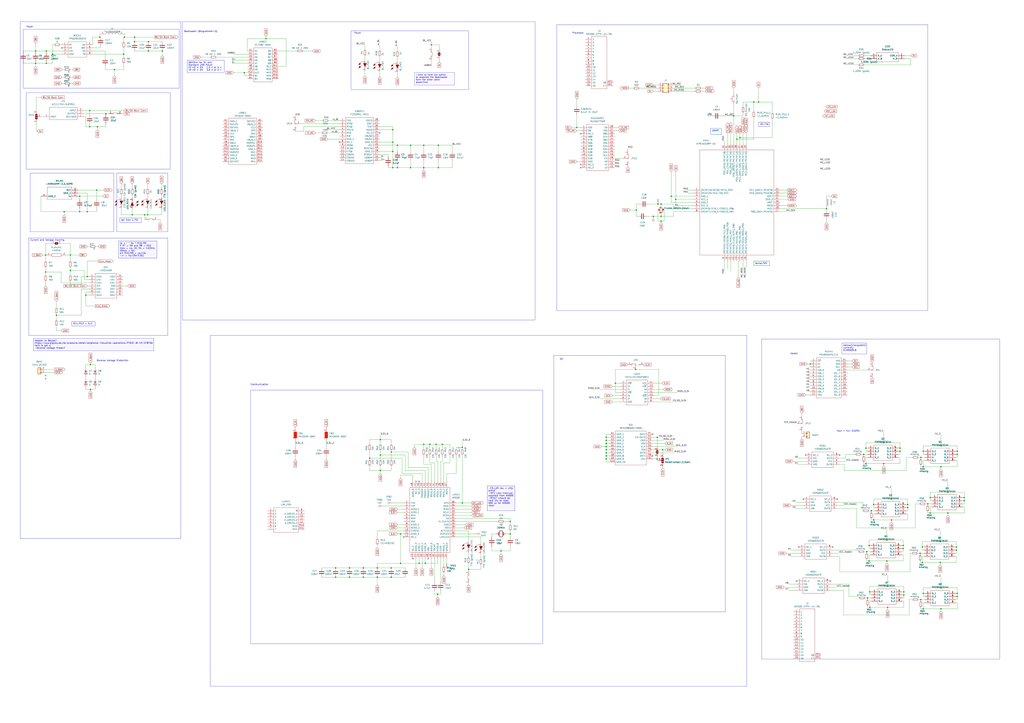
<source format=kicad_sch>
(kicad_sch (version 20230121) (generator eeschema)
  (paper "A1")
  (junction (at 497.84 361.95))
  (junction (at 121.92 41.91))
  (junction (at 712.47 491.49))
  (junction (at 497.84 369.57))
  (junction (at 536.575 177.8))
  (junction (at 43.18 44.45))
  (junction (at 309.88 474.345))
  (junction (at 497.84 372.11))
  (junction (at 728.345 461.01))
  (junction (at 359.41 488.315))
  (junction (at 758.19 370.84))
  (junction (at 728.98 499.11))
  (junction (at 497.84 377.19))
  (junction (at 65.405 173.99))
  (junction (at 312.42 374.015))
  (junction (at 321.31 466.725))
  (junction (at 745.49 414.655))
  (junction (at 321.31 371.475))
  (junction (at 353.06 365.125))
  (junction (at 275.59 474.345))
  (junction (at 347.98 365.125))
  (junction (at 309.88 466.725))
  (junction (at 419.1 428.625))
  (junction (at 287.02 474.345))
  (junction (at 110.49 30.48))
  (junction (at 347.98 119.38))
  (junction (at 411.48 452.755))
  (junction (at 80.01 104.14))
  (junction (at 709.295 373.38))
  (junction (at 619.125 83.82))
  (junction (at 539.75 377.19))
  (junction (at 756.285 492.76))
  (junction (at 778.51 421.64))
  (junction (at 71.755 227.33))
  (junction (at 344.17 462.915))
  (junction (at 757.555 449.58))
  (junction (at 622.935 83.82))
  (junction (at 73.66 104.14))
  (junction (at 763.905 421.64))
  (junction (at 326.39 119.38))
  (junction (at 322.58 106.68))
  (junction (at 384.81 467.995))
  (junction (at 772.795 383.54))
  (junction (at 70.485 242.57))
  (junction (at 758.19 487.68))
  (junction (at 379.73 367.665))
  (junction (at 74.295 299.72))
  (junction (at 303.53 376.555))
  (junction (at 758.19 500.38))
  (junction (at 786.13 490.22))
  (junction (at 79.375 156.21))
  (junction (at 71.755 173.99))
  (junction (at 741.68 448.31))
  (junction (at 419.1 438.785))
  (junction (at 38.1 41.91))
  (junction (at 714.375 486.41))
  (junction (at 785.495 452.12))
  (junction (at 298.45 474.345))
  (junction (at 321.31 474.345))
  (junction (at 762 414.02))
  (junction (at 38.1 52.07))
  (junction (at 728.98 481.965))
  (junction (at 349.25 462.915))
  (junction (at 739.14 368.3))
  (junction (at 29.21 52.07))
  (junction (at 742.315 486.41))
  (junction (at 363.22 365.125))
  (junction (at 763.905 408.94))
  (junction (at 322.58 124.46))
  (junction (at 757.555 462.28))
  (junction (at 298.45 466.725))
  (junction (at 133.35 41.91))
  (junction (at 728.345 443.865))
  (junction (at 121.285 176.53))
  (junction (at 605.155 114.3))
  (junction (at 607.695 113.03))
  (junction (at 741.68 450.85))
  (junction (at 713.74 461.01))
  (junction (at 328.93 462.915))
  (junction (at 715.645 419.735))
  (junction (at 108.585 176.53))
  (junction (at 347.98 137.795))
  (junction (at 497.84 367.03))
  (junction (at 497.84 374.65))
  (junction (at 745.49 417.195))
  (junction (at 772.16 462.28))
  (junction (at 37.465 223.52))
  (junction (at 358.14 365.125))
  (junction (at 732.155 410.21))
  (junction (at 725.805 381))
  (junction (at 542.925 181.61))
  (junction (at 312.42 361.315))
  (junction (at 755.65 454.66))
  (junction (at 497.84 364.49))
  (junction (at 521.97 303.53))
  (junction (at 326.39 137.795))
  (junction (at 778.51 404.495))
  (junction (at 772.795 483.235))
  (junction (at 713.74 448.31))
  (junction (at 360.045 137.795))
  (junction (at 200.66 59.69))
  (junction (at 52.705 173.99))
  (junction (at 312.42 386.715))
  (junction (at 86.995 93.345))
  (junction (at 360.045 119.38))
  (junction (at 544.195 369.57))
  (junction (at 711.2 381))
  (junction (at 554.99 163.83))
  (junction (at 772.795 500.38))
  (junction (at 665.48 299.085))
  (junction (at 785.495 449.58))
  (junction (at 786.13 370.84))
  (junction (at 742.315 488.95))
  (junction (at 328.93 438.785))
  (junction (at 29.21 41.91))
  (junction (at 118.745 176.53))
  (junction (at 337.185 119.38))
  (junction (at 81.915 30.48))
  (junction (at 739.14 370.84))
  (junction (at 732.155 427.355))
  (junction (at 678.815 171.45))
  (junction (at 772.795 366.395))
  (junction (at 73.66 90.805))
  (junction (at 37.465 209.55))
  (junction (at 275.59 466.725))
  (junction (at 46.355 259.08))
  (junction (at 505.46 314.96))
  (junction (at 711.2 368.3))
  (junction (at 522.605 172.72))
  (junction (at 497.84 359.41))
  (junction (at 110.49 34.29))
  (junction (at 74.295 320.04))
  (junction (at 322.58 137.795))
  (junction (at 337.185 137.795))
  (junction (at 717.55 414.655))
  (junction (at 322.58 116.84))
  (junction (at 711.835 453.39))
  (junction (at 786.13 487.68))
  (junction (at 218.44 31.75))
  (junction (at 542.925 167.64))
  (junction (at 772.16 445.135))
  (junction (at 539.75 359.41))
  (junction (at 542.925 177.8))
  (junction (at 93.98 57.15))
  (junction (at 65.405 161.29))
  (junction (at 717.55 427.355))
  (junction (at 473.71 104.775))
  (junction (at 725.805 363.855))
  (junction (at 714.375 499.11))
  (junction (at 791.845 408.94))
  (junction (at 57.785 222.25))
  (junction (at 756.285 375.92))
  (junction (at 791.845 411.48))
  (junction (at 786.13 373.38))
  (junction (at 354.33 36.83))
  (junction (at 540.385 167.64))
  (junction (at 287.02 466.725))
  (junction (at 57.785 209.55))
  (junction (at 551.18 161.29))
  (junction (at 379.73 413.385))
  (junction (at 102.235 30.48))
  (junction (at 758.19 383.54))
  (junction (at 602.615 95.25))
  (junction (at 121.92 34.29))
  (junction (at 101.6 44.45))
  (no_connect (at 689.61 374.015))
  (no_connect (at 681.99 477.52))
  (no_connect (at 351.79 459.105))
  (no_connect (at 535.94 356.87))
  (no_connect (at 50.8 39.37))
  (no_connect (at 535.94 374.65))
  (no_connect (at 331.47 441.325))
  (no_connect (at 311.785 109.22))
  (no_connect (at 344.17 395.605))
  (no_connect (at 476.885 135.255))
  (no_connect (at 687.705 410.21))
  (no_connect (at 476.885 109.855))
  (no_connect (at 683.895 449.58))
  (no_connect (at 659.765 410.21))
  (no_connect (at 37.465 311.15))
  (no_connect (at 654.05 477.52))
  (no_connect (at 37.465 308.61))
  (no_connect (at 661.67 374.015))
  (no_connect (at 278.765 116.84))
  (no_connect (at 476.885 137.795))
  (no_connect (at 339.09 459.105))
  (no_connect (at 655.955 449.58))
  (no_connect (at 341.63 395.605))
  (no_connect (at 582.93 93.345))
  (wire (pts (xy 785.495 454.66) (xy 785.495 452.12)))
  (wire (pts (xy 309.88 474.345) (xy 321.31 474.345)))
  (wire (pts (xy 318.77 136.525) (xy 318.77 137.795)))
  (wire (pts (xy 784.225 454.66) (xy 785.495 454.66)))
  (wire (pts (xy 68.58 93.345) (xy 86.995 93.345)))
  (wire (pts (xy 681.99 482.6) (xy 687.07 482.6)))
  (wire (pts (xy 497.84 356.87) (xy 500.38 356.87)))
  (wire (pts (xy 505.46 314.96) (xy 505.46 322.58)))
  (wire (pts (xy 661.67 324.485) (xy 665.48 324.485)))
  (wire (pts (xy 786.13 492.76) (xy 786.13 490.22)))
  (wire (pts (xy 640.715 163.83) (xy 647.065 163.83)))
  (wire (pts (xy 711.2 375.92) (xy 711.2 381)))
  (wire (pts (xy 57.785 200.025) (xy 57.785 209.55)))
  (wire (pts (xy 70.485 95.885) (xy 70.485 104.14)))
  (wire (pts (xy 242.57 375.285) (xy 242.57 377.825)))
  (wire (pts (xy 403.86 438.785) (xy 407.67 438.785)))
  (wire (pts (xy 535.94 367.03) (xy 554.99 367.03)))
  (wire (pts (xy 275.59 106.68) (xy 278.765 106.68)))
  (wire (pts (xy 101.6 39.37) (xy 101.6 44.45)))
  (wire (pts (xy 689.61 457.2) (xy 683.895 457.2)))
  (wire (pts (xy 264.16 474.345) (xy 275.59 474.345)))
  (wire (pts (xy 50.8 68.58) (xy 52.705 68.58)))
  (wire (pts (xy 742.315 488.95) (xy 742.315 486.41)))
  (wire (pts (xy 717.55 414.655) (xy 717.55 417.195)))
  (wire (pts (xy 369.57 380.365) (xy 369.57 374.015)))
  (wire (pts (xy 101.6 30.48) (xy 102.235 30.48)))
  (wire (pts (xy 505.46 322.58) (xy 509.27 322.58)))
  (wire (pts (xy 758.19 373.38) (xy 759.46 373.38)))
  (wire (pts (xy 649.605 452.12) (xy 655.955 452.12)))
  (wire (pts (xy 379.73 374.015) (xy 379.73 413.385)))
  (wire (pts (xy 37.465 306.07) (xy 45.085 306.07)))
  (wire (pts (xy 689.61 379.095) (xy 694.69 379.095)))
  (wire (pts (xy 747.395 454.66) (xy 747.395 469.9)))
  (wire (pts (xy 121.92 41.91) (xy 133.35 41.91)))
  (wire (pts (xy 361.95 488.315) (xy 359.41 488.315)))
  (wire (pts (xy 711.2 363.855) (xy 711.2 368.3)))
  (wire (pts (xy 66.675 237.49) (xy 73.025 237.49)))
  (wire (pts (xy 332.74 386.715) (xy 349.25 386.715)))
  (wire (pts (xy 312.42 357.505) (xy 312.42 361.315)))
  (wire (pts (xy 79.375 171.45) (xy 79.375 173.99)))
  (wire (pts (xy 419.1 452.755) (xy 411.48 452.755)))
  (wire (pts (xy 728.98 499.11) (xy 728.98 501.015)))
  (wire (pts (xy 332.74 374.015) (xy 332.74 386.715)))
  (wire (pts (xy 71.755 227.33) (xy 73.025 227.33)))
  (wire (pts (xy 542.925 182.88) (xy 542.925 181.61)))
  (wire (pts (xy 556.26 322.58) (xy 537.21 322.58)))
  (wire (pts (xy 739.14 368.3) (xy 739.14 363.855)))
  (wire (pts (xy 717.55 417.195) (xy 718.82 417.195)))
  (wire (pts (xy 50.8 63.5) (xy 52.705 63.5)))
  (wire (pts (xy 322.58 413.385) (xy 331.47 413.385)))
  (wire (pts (xy 539.75 359.41) (xy 539.75 367.665)))
  (wire (pts (xy 744.22 414.655) (xy 745.49 414.655)))
  (wire (pts (xy 744.22 386.715) (xy 693.42 386.715)))
  (wire (pts (xy 80.01 104.14) (xy 80.01 106.68)))
  (wire (pts (xy 751.84 414.02) (xy 755.015 414.02)))
  (wire (pts (xy 741.68 450.85) (xy 741.68 448.31)))
  (wire (pts (xy 86.995 93.345) (xy 86.995 93.98)))
  (wire (pts (xy 19.05 43.18) (xy 19.05 41.91)))
  (wire (pts (xy 78.105 320.04) (xy 78.105 318.77)))
  (wire (pts (xy 697.23 490.22) (xy 697.23 480.06)))
  (wire (pts (xy 732.155 401.32) (xy 732.155 410.21)))
  (wire (pts (xy 340.36 365.125) (xy 347.98 365.125)))
  (wire (pts (xy 711.835 459.74) (xy 711.835 461.01)))
  (wire (pts (xy 76.2 41.91) (xy 86.36 41.91)))
  (wire (pts (xy 772.16 462.28) (xy 785.495 462.28)))
  (wire (pts (xy 740.41 448.31) (xy 741.68 448.31)))
  (wire (pts (xy 542.925 167.64) (xy 553.085 167.64)))
  (wire (pts (xy 70.485 242.57) (xy 70.485 251.46)))
  (wire (pts (xy 651.51 379.095) (xy 661.67 379.095)))
  (wire (pts (xy 369.57 365.125) (xy 369.57 368.935)))
  (wire (pts (xy 200.66 59.69) (xy 203.2 59.69)))
  (wire (pts (xy 728.345 461.01) (xy 728.345 462.915)))
  (wire (pts (xy 664.845 314.325) (xy 665.48 314.325)))
  (wire (pts (xy 43.18 36.83) (xy 44.45 36.83)))
  (wire (pts (xy 358.14 379.095) (xy 359.41 379.095)))
  (wire (pts (xy 374.65 413.385) (xy 379.73 413.385)))
  (wire (pts (xy 318.77 137.795) (xy 322.58 137.795)))
  (wire (pts (xy 640.715 173.99) (xy 645.795 173.99)))
  (wire (pts (xy 772.795 357.505) (xy 772.795 366.395)))
  (wire (pts (xy 374.65 431.165) (xy 382.27 431.165)))
  (wire (pts (xy 347.98 119.38) (xy 347.98 124.46)))
  (wire (pts (xy 502.92 325.12) (xy 509.27 325.12)))
  (wire (pts (xy 694.69 376.555) (xy 694.69 373.38)))
  (wire (pts (xy 497.84 367.03) (xy 500.38 367.03)))
  (wire (pts (xy 610.235 109.22) (xy 610.235 118.11)))
  (wire (pts (xy 784.86 487.68) (xy 786.13 487.68)))
  (wire (pts (xy 29.21 52.07) (xy 29.21 54.61)))
  (wire (pts (xy 540.385 167.64) (xy 542.925 167.64)))
  (wire (pts (xy 540.385 172.72) (xy 540.385 181.61)))
  (wire (pts (xy 121.285 160.02) (xy 121.285 162.56)))
  (wire (pts (xy 664.845 306.705) (xy 665.48 306.705)))
  (wire (pts (xy 622.935 72.39) (xy 622.935 83.82)))
  (wire (pts (xy 645.795 454.66) (xy 655.955 454.66)))
  (wire (pts (xy 46.355 267.97) (xy 46.355 271.78)))
  (wire (pts (xy 497.84 372.11) (xy 497.84 374.65)))
  (wire (pts (xy 713.74 455.93) (xy 713.74 461.01)))
  (wire (pts (xy 539.75 378.46) (xy 539.75 377.19)))
  (wire (pts (xy 553.085 173.99) (xy 553.085 177.8)))
  (wire (pts (xy 74.295 321.31) (xy 74.295 320.04)))
  (wire (pts (xy 728.345 461.01) (xy 741.68 461.01)))
  (wire (pts (xy 347.98 137.795) (xy 347.98 139.7)))
  (wire (pts (xy 718.82 422.275) (xy 717.55 422.275)))
  (wire (pts (xy 303.53 361.315) (xy 312.42 361.315)))
  (wire (pts (xy 344.17 459.105) (xy 344.17 462.915)))
  (wire (pts (xy 341.63 459.105) (xy 341.63 466.725)))
  (wire (pts (xy 709.93 48.26) (xy 715.01 48.26)))
  (wire (pts (xy 612.775 214.63) (xy 612.775 219.71)))
  (wire (pts (xy 728.345 443.865) (xy 713.74 443.865)))
  (wire (pts (xy 29.21 41.91) (xy 38.1 41.91)))
  (wire (pts (xy 57.785 57.15) (xy 59.69 57.15)))
  (wire (pts (xy 505.46 314.96) (xy 505.46 303.53)))
  (wire (pts (xy 328.93 438.785) (xy 331.47 438.785)))
  (wire (pts (xy 361.95 485.775) (xy 361.95 488.315)))
  (wire (pts (xy 785.495 457.2) (xy 784.225 457.2)))
  (wire (pts (xy 765.175 416.56) (xy 763.905 416.56)))
  (wire (pts (xy 303.53 376.555) (xy 303.53 370.205)))
  (wire (pts (xy 790.575 408.94) (xy 791.845 408.94)))
  (wire (pts (xy 71.755 173.99) (xy 79.375 173.99)))
  (wire (pts (xy 363.22 379.095) (xy 361.95 379.095)))
  (wire (pts (xy 361.95 459.105) (xy 361.95 478.155)))
  (wire (pts (xy 565.15 158.75) (xy 569.595 158.75)))
  (wire (pts (xy 532.765 167.64) (xy 540.385 167.64)))
  (wire (pts (xy 394.97 441.325) (xy 374.65 441.325)))
  (wire (pts (xy 99.695 160.02) (xy 99.695 162.56)))
  (wire (pts (xy 610.235 95.25) (xy 602.615 95.25)))
  (wire (pts (xy 522.605 167.64) (xy 522.605 172.72)))
  (wire (pts (xy 359.41 488.315) (xy 356.87 488.315)))
  (wire (pts (xy 328.93 393.065) (xy 328.93 390.525)))
  (wire (pts (xy 360.045 119.38) (xy 371.475 119.38)))
  (wire (pts (xy 101.6 44.45) (xy 101.6 46.99)))
  (wire (pts (xy 605.155 109.22) (xy 605.155 114.3)))
  (wire (pts (xy 57.785 63.5) (xy 59.69 63.5)))
  (wire (pts (xy 473.71 94.615) (xy 473.71 104.775)))
  (wire (pts (xy 354.33 49.53) (xy 354.33 54.61)))
  (wire (pts (xy 581.025 95.25) (xy 584.835 95.25)))
  (wire (pts (xy 537.21 330.2) (xy 552.45 330.2)))
  (wire (pts (xy 778.51 395.605) (xy 778.51 404.495)))
  (wire (pts (xy 374.65 423.545) (xy 387.35 423.545)))
  (wire (pts (xy 597.535 109.22) (xy 597.535 118.11)))
  (wire (pts (xy 363.22 365.125) (xy 369.57 365.125)))
  (wire (pts (xy 228.6 41.91) (xy 243.84 41.91)))
  (wire (pts (xy 762 421.64) (xy 763.905 421.64)))
  (wire (pts (xy 68.58 90.805) (xy 73.66 90.805)))
  (wire (pts (xy 658.495 339.725) (xy 658.495 341.63)))
  (wire (pts (xy 326.39 41.91) (xy 326.39 38.1)))
  (wire (pts (xy 740.41 453.39) (xy 741.68 453.39)))
  (wire (pts (xy 699.77 296.545) (xy 695.96 296.545)))
  (wire (pts (xy 748.03 48.26) (xy 742.95 48.26)))
  (wire (pts (xy 322.58 106.68) (xy 322.58 116.84)))
  (wire (pts (xy 640.715 158.75) (xy 647.065 158.75)))
  (wire (pts (xy 664.845 311.785) (xy 665.48 311.785)))
  (wire (pts (xy 505.46 303.53) (xy 521.97 303.53)))
  (wire (pts (xy 741.045 488.95) (xy 742.315 488.95)))
  (wire (pts (xy 118.745 176.53) (xy 121.285 176.53)))
  (wire (pts (xy 756.285 499.11) (xy 756.285 500.38)))
  (wire (pts (xy 763.905 404.495) (xy 763.905 408.94)))
  (wire (pts (xy 653.415 412.75) (xy 659.765 412.75)))
  (wire (pts (xy 110.49 30.48) (xy 127 30.48)))
  (wire (pts (xy 384.81 479.425) (xy 384.81 480.695)))
  (wire (pts (xy 29.21 52.07) (xy 29.21 50.8)))
  (wire (pts (xy 71.755 214.63) (xy 80.645 214.63)))
  (wire (pts (xy 742.95 45.72) (xy 748.03 45.72)))
  (wire (pts (xy 37.465 209.55) (xy 34.925 209.55)))
  (wire (pts (xy 132.715 171.45) (xy 132.715 176.53)))
  (wire (pts (xy 714.375 488.95) (xy 715.645 488.95)))
  (wire (pts (xy 728.345 434.975) (xy 728.345 443.865)))
  (wire (pts (xy 312.42 386.715) (xy 321.31 386.715)))
  (wire (pts (xy 312.42 386.715) (xy 312.42 389.255)))
  (wire (pts (xy 351.79 395.605) (xy 351.79 384.175)))
  (wire (pts (xy 354.33 36.83) (xy 360.68 36.83)))
  (wire (pts (xy 786.13 495.3) (xy 784.86 495.3)))
  (wire (pts (xy 29.845 80.01) (xy 29.845 90.805)))
  (wire (pts (xy 745.49 417.195) (xy 745.49 414.655)))
  (wire (pts (xy 76.2 36.83) (xy 76.2 30.48)))
  (wire (pts (xy 778.51 404.495) (xy 763.905 404.495)))
  (wire (pts (xy 354.33 381.635) (xy 347.98 381.635)))
  (wire (pts (xy 742.315 486.41) (xy 742.315 481.965)))
  (wire (pts (xy 739.14 381) (xy 739.14 375.92)))
  (wire (pts (xy 539.75 378.46) (xy 540.385 378.46)))
  (wire (pts (xy 497.84 377.19) (xy 497.84 379.73)))
  (wire (pts (xy 569.595 173.99) (xy 553.085 173.99)))
  (wire (pts (xy 535.94 361.95) (xy 544.83 361.95)))
  (wire (pts (xy 497.84 372.11) (xy 500.38 372.11)))
  (wire (pts (xy 508 104.775) (xy 504.825 104.775)))
  (wire (pts (xy 70.485 299.72) (xy 70.485 302.26)))
  (wire (pts (xy 76.2 30.48) (xy 81.915 30.48)))
  (wire (pts (xy 354.33 395.605) (xy 354.33 381.635)))
  (wire (pts (xy 537.21 327.66) (xy 542.29 327.66)))
  (wire (pts (xy 46.355 259.08) (xy 66.675 259.08)))
  (wire (pts (xy 640.715 156.21) (xy 647.065 156.21)))
  (wire (pts (xy 678.815 172.72) (xy 678.815 171.45)))
  (wire (pts (xy 374.65 389.255) (xy 367.03 389.255)))
  (wire (pts (xy 394.97 464.185) (xy 394.97 467.995)))
  (wire (pts (xy 739.14 363.855) (xy 725.805 363.855)))
  (wire (pts (xy 759.46 495.3) (xy 758.19 495.3)))
  (wire (pts (xy 715.645 427.355) (xy 717.55 427.355)))
  (wire (pts (xy 384.81 467.995) (xy 384.81 469.265)))
  (wire (pts (xy 249.555 107.95) (xy 242.57 107.95)))
  (wire (pts (xy 374.65 418.465) (xy 387.35 418.465)))
  (wire (pts (xy 713.74 448.31) (xy 713.74 450.85)))
  (wire (pts (xy 682.625 161.29) (xy 678.815 161.29)))
  (wire (pts (xy 610.235 214.63) (xy 610.235 219.71)))
  (wire (pts (xy 772.795 500.38) (xy 772.795 502.285)))
  (wire (pts (xy 649.605 415.29) (xy 659.765 415.29)))
  (wire (pts (xy 643.89 482.6) (xy 654.05 482.6)))
  (wire (pts (xy 65.405 173.99) (xy 71.755 173.99)))
  (wire (pts (xy 713.74 450.85) (xy 715.01 450.85)))
  (wire (pts (xy 640.715 171.45) (xy 678.815 171.45)))
  (wire (pts (xy 384.81 467.995) (xy 384.81 462.915)))
  (wire (pts (xy 321.31 466.725) (xy 332.74 466.725)))
  (wire (pts (xy 523.875 177.8) (xy 522.605 177.8)))
  (wire (pts (xy 714.375 481.965) (xy 714.375 486.41)))
  (wire (pts (xy 575.945 74.93) (xy 579.755 74.93)))
  (wire (pts (xy 634.365 97.79) (xy 634.365 113.03)))
  (wire (pts (xy 525.145 72.39) (xy 540.385 72.39)))
  (wire (pts (xy 619.125 114.3) (xy 605.155 114.3)))
  (wire (pts (xy 249.555 104.14) (xy 249.555 107.95)))
  (wire (pts (xy 592.455 95.25) (xy 602.615 95.25)))
  (wire (pts (xy 68.58 95.885) (xy 70.485 95.885)))
  (wire (pts (xy 64.135 161.29) (xy 65.405 161.29)))
  (wire (pts (xy 321.31 371.475) (xy 321.31 370.205)))
  (wire (pts (xy 312.42 374.015) (xy 332.74 374.015)))
  (wire (pts (xy 473.71 107.315) (xy 476.885 107.315)))
  (wire (pts (xy 772.795 500.38) (xy 786.13 500.38)))
  (wire (pts (xy 725.805 363.855) (xy 711.2 363.855)))
  (wire (pts (xy 312.42 374.015) (xy 312.42 370.205)))
  (wire (pts (xy 43.18 44.45) (xy 43.18 52.07)))
  (wire (pts (xy 328.93 390.525) (xy 339.09 390.525)))
  (wire (pts (xy 758.19 370.84) (xy 758.19 373.38)))
  (wire (pts (xy 354.33 459.105) (xy 354.33 466.725)))
  (wire (pts (xy 50.8 57.15) (xy 52.705 57.15)))
  (wire (pts (xy 754.38 375.92) (xy 756.285 375.92)))
  (wire (pts (xy 545.465 181.61) (xy 542.925 181.61)))
  (wire (pts (xy 737.87 370.84) (xy 739.14 370.84)))
  (wire (pts (xy 473.71 132.715) (xy 476.885 132.715)))
  (wire (pts (xy 763.905 408.94) (xy 763.905 411.48)))
  (wire (pts (xy 543.56 314.96) (xy 537.21 314.96)))
  (wire (pts (xy 758.19 500.38) (xy 772.795 500.38)))
  (wire (pts (xy 347.98 365.125) (xy 347.98 368.935)))
  (wire (pts (xy 687.705 412.75) (xy 708.66 412.75)))
  (wire (pts (xy 542.925 181.61) (xy 540.385 181.61)))
  (wire (pts (xy 728.98 481.965) (xy 714.375 481.965)))
  (wire (pts (xy 128.905 180.34) (xy 131.445 180.34)))
  (wire (pts (xy 655.32 381.635) (xy 661.67 381.635)))
  (wire (pts (xy 786.13 370.84) (xy 786.13 366.395)))
  (wire (pts (xy 374.65 428.625) (xy 408.94 428.625)))
  (wire (pts (xy 86.995 93.345) (xy 89.535 93.345)))
  (wire (pts (xy 275.59 466.725) (xy 287.02 466.725)))
  (wire (pts (xy 37.465 223.52) (xy 50.165 223.52)))
  (wire (pts (xy 715.645 421.005) (xy 715.645 419.735)))
  (wire (pts (xy 741.68 455.93) (xy 740.41 455.93)))
  (wire (pts (xy 665.48 299.085) (xy 665.48 301.625)))
  (wire (pts (xy 76.2 44.45) (xy 101.6 44.45)))
  (wire (pts (xy 29.21 43.18) (xy 29.21 41.91)))
  (wire (pts (xy 704.85 452.12) (xy 704.85 453.39)))
  (wire (pts (xy 353.06 380.365) (xy 356.87 380.365)))
  (wire (pts (xy 360.68 50.8) (xy 360.68 48.26)))
  (wire (pts (xy 121.285 154.94) (xy 121.285 151.13)))
  (wire (pts (xy 497.84 374.65) (xy 500.38 374.65)))
  (wire (pts (xy 535.94 372.11) (xy 553.72 372.11)))
  (wire (pts (xy 757.555 452.12) (xy 758.825 452.12)))
  (wire (pts (xy 50.8 44.45) (xy 43.18 44.45)))
  (wire (pts (xy 772.16 445.135) (xy 757.555 445.135)))
  (wire (pts (xy 249.555 104.14) (xy 278.765 104.14)))
  (wire (pts (xy 640.715 168.91) (xy 647.065 168.91)))
  (wire (pts (xy 542.925 167.64) (xy 542.925 170.18)))
  (wire (pts (xy 497.84 379.73) (xy 500.38 379.73)))
  (wire (pts (xy 309.88 436.245) (xy 309.88 442.595)))
  (wire (pts (xy 744.22 375.92) (xy 744.22 386.715)))
  (wire (pts (xy 33.655 95.885) (xy 35.56 95.885)))
  (wire (pts (xy 763.905 416.56) (xy 763.905 421.64)))
  (wire (pts (xy 367.03 459.105) (xy 367.03 462.915)))
  (wire (pts (xy 326.39 431.165) (xy 331.47 431.165)))
  (wire (pts (xy 321.31 474.345) (xy 332.74 474.345)))
  (wire (pts (xy 605.155 114.3) (xy 605.155 118.11)))
  (wire (pts (xy 497.84 364.49) (xy 497.84 367.03)))
  (wire (pts (xy 50.165 232.41) (xy 73.025 232.41)))
  (wire (pts (xy 335.28 371.475) (xy 321.31 371.475)))
  (wire (pts (xy 79.375 156.21) (xy 85.725 156.21)))
  (wire (pts (xy 71.755 202.565) (xy 73.66 202.565)))
  (wire (pts (xy 37.465 219.71) (xy 37.465 223.52)))
  (wire (pts (xy 411.48 452.755) (xy 403.86 452.755)))
  (wire (pts (xy 594.995 115.57) (xy 594.995 118.11)))
  (wire (pts (xy 597.535 214.63) (xy 597.535 220.98)))
  (wire (pts (xy 606.425 227.965) (xy 606.425 214.63)))
  (wire (pts (xy 322.58 124.46) (xy 322.58 137.795)))
  (wire (pts (xy 328.93 438.785) (xy 328.93 462.915)))
  (wire (pts (xy 709.295 373.38) (xy 712.47 373.38)))
  (wire (pts (xy 647.7 485.14) (xy 654.05 485.14)))
  (wire (pts (xy 121.285 176.53) (xy 132.715 176.53)))
  (wire (pts (xy 522.605 172.72) (xy 522.605 177.8)))
  (wire (pts (xy 326.39 418.465) (xy 331.47 418.465)))
  (wire (pts (xy 497.84 364.49) (xy 500.38 364.49)))
  (wire (pts (xy 384.81 467.995) (xy 394.97 467.995)))
  (wire (pts (xy 594.995 214.63) (xy 594.995 220.98)))
  (wire (pts (xy 322.58 116.84) (xy 322.58 124.46)))
  (wire (pts (xy 269.875 99.06) (xy 278.765 99.06)))
  (wire (pts (xy 69.215 229.87) (xy 73.025 229.87)))
  (wire (pts (xy 712.47 375.92) (xy 711.2 375.92)))
  (wire (pts (xy 311.785 59.055) (xy 311.785 62.865)))
  (wire (pts (xy 46.355 247.65) (xy 46.355 252.73)))
  (wire (pts (xy 46.355 257.81) (xy 46.355 259.08)))
  (wire (pts (xy 619.125 83.82) (xy 622.935 83.82)))
  (wire (pts (xy 30.48 107.95) (xy 30.48 107.315)))
  (wire (pts (xy 81.915 27.94) (xy 81.915 30.48)))
  (wire (pts (xy 715.645 419.735) (xy 718.82 419.735)))
  (wire (pts (xy 664.845 319.405) (xy 665.48 319.405)))
  (wire (pts (xy 757.555 449.58) (xy 758.825 449.58)))
  (wire (pts (xy 678.815 170.18) (xy 678.815 171.45)))
  (wire (pts (xy 695.96 304.165) (xy 712.47 304.165)))
  (wire (pts (xy 714.375 486.41) (xy 714.375 488.95)))
  (wire (pts (xy 772.795 383.54) (xy 772.795 385.445)))
  (wire (pts (xy 69.215 222.25) (xy 69.215 229.87)))
  (wire (pts (xy 569.595 168.91) (xy 554.99 168.91)))
  (wire (pts (xy 328.93 462.915) (xy 344.17 462.915)))
  (wire (pts (xy 554.99 140.97) (xy 554.99 163.83)))
  (wire (pts (xy 64.135 158.75) (xy 71.755 158.75)))
  (wire (pts (xy 678.815 161.29) (xy 678.815 162.56)))
  (wire (pts (xy 326.39 421.005) (xy 331.47 421.005)))
  (wire (pts (xy 99.695 154.94) (xy 99.695 151.13)))
  (wire (pts (xy 737.87 368.3) (xy 739.14 368.3)))
  (wire (pts (xy 311.785 50.165) (xy 311.785 46.355)))
  (wire (pts (xy 165.1 46.99) (xy 172.72 46.99)))
  (wire (pts (xy 311.785 127) (xy 318.77 127)))
  (wire (pts (xy 361.95 379.095) (xy 361.95 395.605)))
  (wire (pts (xy 541.02 325.12) (xy 537.21 325.12)))
  (wire (pts (xy 303.53 377.825) (xy 303.53 376.555)))
  (wire (pts (xy 80.01 104.14) (xy 86.995 104.14)))
  (wire (pts (xy 311.785 104.14) (xy 322.58 104.14)))
  (wire (pts (xy 786.13 490.22) (xy 786.13 487.68)))
  (wire (pts (xy 326.39 132.08) (xy 326.39 137.795)))
  (wire (pts (xy 763.905 411.48) (xy 765.175 411.48)))
  (wire (pts (xy 755.65 454.66) (xy 755.65 455.93)))
  (wire (pts (xy 37.465 231.14) (xy 37.465 234.95)))
  (wire (pts (xy 739.14 373.38) (xy 739.14 370.84)))
  (wire (pts (xy 553.085 72.39) (xy 570.865 72.39)))
  (wire (pts (xy 544.195 369.57) (xy 544.195 373.38)))
  (wire (pts (xy 778.51 421.64) (xy 791.845 421.64)))
  (wire (pts (xy 298.45 474.345) (xy 309.88 474.345)))
  (wire (pts (xy 683.895 452.12) (xy 704.85 452.12)))
  (wire (pts (xy 711.835 461.01) (xy 713.74 461.01)))
  (wire (pts (xy 379.73 413.385) (xy 387.35 413.385)))
  (wire (pts (xy 337.185 132.08) (xy 337.185 137.795)))
  (wire (pts (xy 102.235 27.94) (xy 102.235 30.48)))
  (wire (pts (xy 551.18 161.29) (xy 551.18 166.37)))
  (wire (pts (xy 66.675 227.33) (xy 71.755 227.33)))
  (wire (pts (xy 356.87 380.365) (xy 356.87 395.605)))
  (wire (pts (xy 763.905 408.94) (xy 765.175 408.94)))
  (wire (pts (xy 786.13 378.46) (xy 784.86 378.46)))
  (wire (pts (xy 363.22 374.015) (xy 363.22 379.095)))
  (wire (pts (xy 539.75 375.285) (xy 539.75 377.19)))
  (wire (pts (xy 359.41 488.315) (xy 359.41 490.855)))
  (wire (pts (xy 647.7 480.06) (xy 654.05 480.06)))
  (wire (pts (xy 70.485 299.72) (xy 74.295 299.72)))
  (wire (pts (xy 683.895 454.66) (xy 688.975 454.66)))
  (wire (pts (xy 551.18 140.97) (xy 551.18 161.29)))
  (wire (pts (xy 326.39 137.795) (xy 337.185 137.795)))
  (wire (pts (xy 322.58 104.14) (xy 322.58 106.68)))
  (wire (pts (xy 607.695 113.03) (xy 607.695 118.11)))
  (wire (pts (xy 379.73 367.665) (xy 379.73 368.935)))
  (wire (pts (xy 709.93 453.39) (xy 711.835 453.39)))
  (wire (pts (xy 358.14 365.125) (xy 363.22 365.125)))
  (wire (pts (xy 303.53 386.715) (xy 312.42 386.715)))
  (wire (pts (xy 791.845 408.94) (xy 791.845 404.495)))
  (wire (pts (xy 784.86 490.22) (xy 786.13 490.22)))
  (wire (pts (xy 374.65 438.785) (xy 389.89 438.785)))
  (wire (pts (xy 732.155 427.355) (xy 745.49 427.355)))
  (wire (pts (xy 358.14 374.015) (xy 358.14 379.095)))
  (wire (pts (xy 746.76 492.76) (xy 746.76 505.46)))
  (wire (pts (xy 758.19 490.22) (xy 759.46 490.22)))
  (wire (pts (xy 108.585 176.53) (xy 118.745 176.53)))
  (wire (pts (xy 38.1 41.91) (xy 50.8 41.91)))
  (wire (pts (xy 93.98 57.15) (xy 93.98 62.23)))
  (wire (pts (xy 403.86 441.325) (xy 403.86 438.785)))
  (wire (pts (xy 313.055 132.08) (xy 311.785 132.08)))
  (wire (pts (xy 784.86 375.92) (xy 786.13 375.92)))
  (wire (pts (xy 321.31 371.475) (xy 321.31 377.825)))
  (wire (pts (xy 791.845 414.02) (xy 791.845 411.48)))
  (wire (pts (xy 74.295 299.72) (xy 78.105 299.72)))
  (wire (pts (xy 551.18 166.37) (xy 569.595 166.37)))
  (wire (pts (xy 419.1 426.085) (xy 419.1 428.625)))
  (wire (pts (xy 287.02 474.345) (xy 298.45 474.345)))
  (wire (pts (xy 742.315 499.11) (xy 742.315 494.03)))
  (wire (pts (xy 709.295 381) (xy 711.2 381)))
  (wire (pts (xy 347.98 132.08) (xy 347.98 137.795)))
  (wire (pts (xy 19.05 41.91) (xy 29.21 41.91)))
  (wire (pts (xy 29.21 35.56) (xy 29.21 41.91)))
  (wire (pts (xy 714.375 486.41) (xy 715.645 486.41)))
  (wire (pts (xy 309.88 462.915) (xy 328.93 462.915)))
  (wire (pts (xy 741.045 486.41) (xy 742.315 486.41)))
  (wire (pts (xy 745.49 414.655) (xy 745.49 410.21)))
  (wire (pts (xy 791.845 411.48) (xy 791.845 408.94)))
  (wire (pts (xy 299.72 40.64) (xy 299.72 36.83)))
  (wire (pts (xy 658.495 360.68) (xy 658.495 358.775)))
  (wire (pts (xy 697.23 480.06) (xy 681.99 480.06)))
  (wire (pts (xy 246.38 101.6) (xy 278.765 101.6)))
  (wire (pts (xy 748.03 53.34) (xy 748.03 48.26)))
  (wire (pts (xy 712.47 491.49) (xy 712.47 492.76)))
  (wire (pts (xy 505.46 314.96) (xy 509.27 314.96)))
  (wire (pts (xy 339.09 390.525) (xy 339.09 395.605)))
  (wire (pts (xy 687.705 417.83) (xy 703.58 417.83)))
  (wire (pts (xy 374.65 415.925) (xy 387.35 415.925)))
  (wire (pts (xy 713.74 419.735) (xy 715.645 419.735)))
  (wire (pts (xy 715.645 494.03) (xy 714.375 494.03)))
  (wire (pts (xy 363.22 365.125) (xy 363.22 368.935)))
  (wire (pts (xy 640.715 161.29) (xy 647.065 161.29)))
  (wire (pts (xy 384.81 454.025) (xy 384.81 457.835)))
  (wire (pts (xy 360.68 36.83) (xy 360.68 40.64)))
  (wire (pts (xy 414.02 428.625) (xy 419.1 428.625)))
  (wire (pts (xy 191.77 59.69) (xy 200.66 59.69)))
  (wire (pts (xy 326.39 59.69) (xy 326.39 63.5)))
  (wire (pts (xy 600.075 109.22) (xy 600.075 118.11)))
  (wire (pts (xy 264.16 466.725) (xy 275.59 466.725)))
  (wire (pts (xy 551.18 161.29) (xy 569.595 161.29)))
  (wire (pts (xy 758.19 383.54) (xy 772.795 383.54)))
  (wire (pts (xy 544.195 369.57) (xy 546.1 369.57)))
  (wire (pts (xy 497.84 377.19) (xy 500.38 377.19)))
  (wire (pts (xy 326.39 50.8) (xy 326.39 46.99)))
  (wire (pts (xy 758.19 370.84) (xy 759.46 370.84)))
  (wire (pts (xy 508 107.315) (xy 504.825 107.315)))
  (wire (pts (xy 705.485 490.22) (xy 705.485 491.49)))
  (wire (pts (xy 318.77 127) (xy 318.77 128.905)))
  (wire (pts (xy 758.19 483.235) (xy 758.19 487.68)))
  (wire (pts (xy 344.17 462.915) (xy 349.25 462.915)))
  (wire (pts (xy 43.18 52.07) (xy 38.1 52.07)))
  (wire (pts (xy 741.68 443.865) (xy 728.345 443.865)))
  (wire (pts (xy 739.14 370.84) (xy 739.14 368.3)))
  (wire (pts (xy 772.795 383.54) (xy 786.13 383.54)))
  (wire (pts (xy 759.46 378.46) (xy 758.19 378.46)))
  (wire (pts (xy 553.085 74.93) (xy 570.865 74.93)))
  (wire (pts (xy 575.945 72.39) (xy 579.755 72.39)))
  (wire (pts (xy 384.81 445.135) (xy 384.81 436.245)))
  (wire (pts (xy 531.495 177.8) (xy 536.575 177.8)))
  (wire (pts (xy 732.155 410.21) (xy 717.55 410.21)))
  (wire (pts (xy 786.13 373.38) (xy 786.13 370.84)))
  (wire (pts (xy 717.55 410.21) (xy 717.55 414.655)))
  (wire (pts (xy 309.88 450.215) (xy 309.88 447.675)))
  (wire (pts (xy 692.785 485.14) (xy 681.99 485.14)))
  (wire (pts (xy 43.18 36.83) (xy 43.18 44.45)))
  (wire (pts (xy 701.04 48.26) (xy 704.85 48.26)))
  (wire (pts (xy 29.845 100.965) (xy 29.845 107.315)))
  (wire (pts (xy 364.49 380.365) (xy 369.57 380.365)))
  (wire (pts (xy 287.02 466.725) (xy 298.45 466.725)))
  (wire (pts (xy 312.42 386.715) (xy 312.42 382.905)))
  (wire (pts (xy 110.49 34.29) (xy 110.49 30.48)))
  (wire (pts (xy 37.465 200.025) (xy 42.545 200.025)))
  (wire (pts (xy 497.84 367.03) (xy 497.84 369.57)))
  (wire (pts (xy 374.65 426.085) (xy 419.1 426.085)))
  (wire (pts (xy 755.65 454.66) (xy 758.825 454.66)))
  (wire (pts (xy 191.77 44.45) (xy 203.2 44.45)))
  (wire (pts (xy 760.095 414.02) (xy 762 414.02)))
  (wire (pts (xy 755.65 462.28) (xy 757.555 462.28)))
  (wire (pts (xy 784.225 449.58) (xy 785.495 449.58)))
  (wire (pts (xy 709.93 53.34) (xy 748.03 53.34)))
  (wire (pts (xy 133.35 34.29) (xy 121.92 34.29)))
  (wire (pts (xy 330.2 389.255) (xy 330.2 376.555)))
  (wire (pts (xy 79.375 156.21) (xy 79.375 163.83)))
  (wire (pts (xy 267.97 375.285) (xy 267.97 377.825)))
  (wire (pts (xy 309.88 474.345) (xy 309.88 480.695)))
  (wire (pts (xy 374.65 421.005) (xy 387.35 421.005)))
  (wire (pts (xy 203.2 41.91) (xy 203.2 31.75)))
  (wire (pts (xy 713.74 443.865) (xy 713.74 448.31)))
  (wire (pts (xy 55.245 209.55) (xy 57.785 209.55)))
  (wire (pts (xy 535.94 359.41) (xy 539.75 359.41)))
  (wire (pts (xy 74.295 320.04) (xy 78.105 320.04)))
  (wire (pts (xy 326.39 119.38) (xy 337.185 119.38)))
  (wire (pts (xy 786.13 483.235) (xy 772.795 483.235)))
  (wire (pts (xy 101.6 52.07) (xy 101.6 57.15)))
  (wire (pts (xy 371.475 137.795) (xy 371.475 132.08)))
  (wire (pts (xy 349.25 395.605) (xy 349.25 386.715)))
  (wire (pts (xy 785.495 452.12) (xy 785.495 449.58)))
  (wire (pts (xy 99.695 93.345) (xy 101.6 93.345)))
  (wire (pts (xy 678.815 182.88) (xy 678.815 180.34)))
  (wire (pts (xy 298.45 466.725) (xy 309.88 466.725)))
  (wire (pts (xy 29.845 80.01) (xy 33.655 80.01)))
  (wire (pts (xy 177.8 46.99) (xy 203.2 46.99)))
  (wire (pts (xy 108.585 171.45) (xy 108.585 176.53)))
  (wire (pts (xy 742.315 491.49) (xy 742.315 488.95)))
  (wire (pts (xy 340.36 365.125) (xy 340.36 367.665)))
  (wire (pts (xy 607.695 109.22) (xy 607.695 113.03)))
  (wire (pts (xy 758.19 495.3) (xy 758.19 500.38)))
  (wire (pts (xy 49.53 36.83) (xy 50.8 36.83)))
  (wire (pts (xy 374.65 367.665) (xy 379.73 367.665)))
  (wire (pts (xy 536.575 74.93) (xy 540.385 74.93)))
  (wire (pts (xy 64.135 156.21) (xy 79.375 156.21)))
  (wire (pts (xy 57.785 68.58) (xy 59.69 68.58)))
  (wire (pts (xy 411.48 452.755) (xy 411.48 455.295)))
  (wire (pts (xy 610.235 83.82) (xy 619.125 83.82)))
  (wire (pts (xy 299.72 49.53) (xy 299.72 45.72)))
  (wire (pts (xy 744.22 419.735) (xy 745.49 419.735)))
  (wire (pts (xy 762 414.02) (xy 762 415.29)))
  (wire (pts (xy 74.295 298.45) (xy 74.295 299.72)))
  (wire (pts (xy 299.72 58.42) (xy 299.72 62.23)))
  (wire (pts (xy 711.2 370.84) (xy 712.47 370.84)))
  (wire (pts (xy 419.1 428.625) (xy 419.1 431.165)))
  (wire (pts (xy 634.365 83.82) (xy 634.365 92.71)))
  (wire (pts (xy 745.49 419.735) (xy 745.49 417.195)))
  (wire (pts (xy 739.14 375.92) (xy 737.87 375.92)))
  (wire (pts (xy 71.755 227.33) (xy 71.755 214.63)))
  (wire (pts (xy 693.42 386.715) (xy 693.42 381.635)))
  (wire (pts (xy 269.24 114.3) (xy 278.765 114.3)))
  (wire (pts (xy 57.785 222.25) (xy 57.785 226.06)))
  (wire (pts (xy 559.435 69.85) (xy 553.085 69.85)))
  (wire (pts (xy 785.495 449.58) (xy 785.495 445.135)))
  (wire (pts (xy 742.315 481.965) (xy 728.98 481.965)))
  (wire (pts (xy 86.995 104.14) (xy 86.995 101.6)))
  (wire (pts (xy 311.785 119.38) (xy 326.39 119.38)))
  (wire (pts (xy 709.295 374.65) (xy 709.295 373.38)))
  (wire (pts (xy 525.145 167.64) (xy 522.605 167.64)))
  (wire (pts (xy 203.2 31.75) (xy 218.44 31.75)))
  (wire (pts (xy 755.65 461.01) (xy 755.65 462.28)))
  (wire (pts (xy 33.655 173.99) (xy 52.705 173.99)))
  (wire (pts (xy 190.5 49.53) (xy 203.2 49.53)))
  (wire (pts (xy 516.255 72.39) (xy 520.065 72.39)))
  (wire (pts (xy 133.35 41.91) (xy 133.35 45.72)))
  (wire (pts (xy 745.49 427.355) (xy 745.49 422.275)))
  (wire (pts (xy 104.775 234.95) (xy 100.965 234.95)))
  (wire (pts (xy 335.28 384.175) (xy 335.28 371.475)))
  (wire (pts (xy 784.86 492.76) (xy 786.13 492.76)))
  (wire (pts (xy 778.51 421.64) (xy 778.51 423.545)))
  (wire (pts (xy 71.755 234.95) (xy 73.025 234.95)))
  (wire (pts (xy 758.825 457.2) (xy 757.555 457.2)))
  (wire (pts (xy 322.58 137.795) (xy 326.39 137.795)))
  (wire (pts (xy 649.605 457.2) (xy 655.955 457.2)))
  (wire (pts (xy 784.86 373.38) (xy 786.13 373.38)))
  (wire (pts (xy 790.575 411.48) (xy 791.845 411.48)))
  (wire (pts (xy 619.125 96.52) (xy 619.125 114.3)))
  (wire (pts (xy 772.16 436.245) (xy 772.16 445.135)))
  (wire (pts (xy 121.285 176.53) (xy 121.285 171.45)))
  (wire (pts (xy 331.47 436.245) (xy 309.88 436.245)))
  (wire (pts (xy 497.84 369.57) (xy 500.38 369.57)))
  (wire (pts (xy 37.465 223.52) (xy 37.465 226.06)))
  (wire (pts (xy 65.405 171.45) (xy 65.405 173.99)))
  (wire (pts (xy 772.795 366.395) (xy 758.19 366.395)))
  (wire (pts (xy 312.42 365.125) (xy 312.42 361.315)))
  (wire (pts (xy 728.98 499.11) (xy 742.315 499.11)))
  (wire (pts (xy 653.415 417.83) (xy 659.765 417.83)))
  (wire (pts (xy 346.71 395.605) (xy 346.71 389.255)))
  (wire (pts (xy 99.695 176.53) (xy 108.585 176.53)))
  (wire (pts (xy 70.485 251.46) (xy 78.105 251.46)))
  (wire (pts (xy 374.65 367.665) (xy 374.65 368.935)))
  (wire (pts (xy 234.95 54.61) (xy 228.6 54.61)))
  (wire (pts (xy 521.97 303.53) (xy 541.02 303.53)))
  (wire (pts (xy 714.375 499.11) (xy 728.98 499.11)))
  (wire (pts (xy 717.55 414.655) (xy 718.82 414.655)))
  (wire (pts (xy 602.615 95.25) (xy 602.615 86.36)))
  (wire (pts (xy 745.49 422.275) (xy 744.22 422.275)))
  (wire (pts (xy 745.49 410.21) (xy 732.155 410.21)))
  (wire (pts (xy 403.86 452.755) (xy 403.86 448.945)))
  (wire (pts (xy 234.95 31.75) (xy 234.95 54.61)))
  (wire (pts (xy 757.555 445.135) (xy 757.555 449.58)))
  (wire (pts (xy 711.2 368.3) (xy 712.47 368.3)))
  (wire (pts (xy 536.575 177.8) (xy 542.925 177.8)))
  (wire (pts (xy 751.84 433.705) (xy 751.84 414.02)))
  (wire (pts (xy 694.69 373.38) (xy 702.31 373.38)))
  (wire (pts (xy 619.125 83.82) (xy 619.125 91.44)))
  (wire (pts (xy 790.575 414.02) (xy 791.845 414.02)))
  (wire (pts (xy 711.835 453.39) (xy 715.01 453.39)))
  (wire (pts (xy 314.96 415.925) (xy 331.47 415.925)))
  (wire (pts (xy 70.485 320.04) (xy 70.485 318.77)))
  (wire (pts (xy 360.045 124.46) (xy 360.045 119.38)))
  (wire (pts (xy 710.565 491.49) (xy 712.47 491.49)))
  (wire (pts (xy 786.13 500.38) (xy 786.13 495.3)))
  (wire (pts (xy 772.16 462.28) (xy 772.16 464.185)))
  (wire (pts (xy 553.085 167.64) (xy 553.085 171.45)))
  (wire (pts (xy 311.785 41.275) (xy 311.785 37.465)))
  (wire (pts (xy 732.155 427.355) (xy 732.155 429.26)))
  (wire (pts (xy 758.19 378.46) (xy 758.19 383.54)))
  (wire (pts (xy 356.87 485.775) (xy 356.87 488.315)))
  (wire (pts (xy 38.1 43.18) (xy 38.1 41.91)))
  (wire (pts (xy 791.845 404.495) (xy 778.51 404.495)))
  (wire (pts (xy 312.42 361.315) (xy 321.31 361.315)))
  (wire (pts (xy 664.845 316.865) (xy 665.48 316.865)))
  (wire (pts (xy 711.835 453.39) (xy 711.835 454.66)))
  (wire (pts (xy 553.085 171.45) (xy 569.595 171.45)))
  (wire (pts (xy 749.3 375.92) (xy 744.22 375.92)))
  (wire (pts (xy 384.81 436.245) (xy 374.65 436.245)))
  (wire (pts (xy 606.425 214.63) (xy 607.695 214.63)))
  (wire (pts (xy 66.675 259.08) (xy 66.675 237.49)))
  (wire (pts (xy 711.2 368.3) (xy 711.2 370.84)))
  (wire (pts (xy 93.98 57.15) (xy 101.6 57.15)))
  (wire (pts (xy 757.555 457.2) (xy 757.555 462.28)))
  (wire (pts (xy 347.98 381.635) (xy 347.98 374.015)))
  (wire (pts (xy 218.44 31.75) (xy 234.95 31.75)))
  (wire (pts (xy 37.465 209.55) (xy 37.465 200.025)))
  (wire (pts (xy 541.02 303.53) (xy 541.02 325.12)))
  (wire (pts (xy 337.185 119.38) (xy 347.98 119.38)))
  (wire (pts (xy 46.355 271.78) (xy 50.165 271.78)))
  (wire (pts (xy 756.285 383.54) (xy 758.19 383.54)))
  (wire (pts (xy 37.465 303.53) (xy 45.085 303.53)))
  (wire (pts (xy 772.795 483.235) (xy 758.19 483.235)))
  (wire (pts (xy 712.47 497.84) (xy 712.47 499.11)))
  (wire (pts (xy 786.13 375.92) (xy 786.13 373.38)))
  (wire (pts (xy 353.06 365.125) (xy 358.14 365.125)))
  (wire (pts (xy 494.03 367.03) (xy 497.84 367.03)))
  (wire (pts (xy 535.94 364.49) (xy 546.1 364.49)))
  (wire (pts (xy 602.615 95.25) (xy 602.615 118.11)))
  (wire (pts (xy 664.845 321.945) (xy 665.48 321.945)))
  (wire (pts (xy 717.55 427.355) (xy 732.155 427.355)))
  (wire (pts (xy 394.97 441.325) (xy 394.97 446.405)))
  (wire (pts (xy 737.87 373.38) (xy 739.14 373.38)))
  (wire (pts (xy 347.98 137.795) (xy 360.045 137.795)))
  (wire (pts (xy 65.405 161.29) (xy 65.405 163.83)))
  (wire (pts (xy 709.295 379.73) (xy 709.295 381)))
  (wire (pts (xy 756.285 377.19) (xy 756.285 375.92)))
  (wire (pts (xy 93.98 57.15) (xy 86.36 57.15)))
  (wire (pts (xy 741.045 491.49) (xy 742.315 491.49)))
  (wire (pts (xy 537.21 320.04) (xy 544.83 320.04)))
  (wire (pts (xy 692.785 505.46) (xy 746.76 505.46)))
  (wire (pts (xy 515.62 121.92) (xy 515.62 123.825)))
  (wire (pts (xy 746.76 492.76) (xy 749.3 492.76)))
  (wire (pts (xy 703.58 417.83) (xy 703.58 433.705)))
  (wire (pts (xy 662.94 299.085) (xy 665.48 299.085)))
  (wire (pts (xy 791.845 421.64) (xy 791.845 416.56)))
  (wire (pts (xy 741.68 461.01) (xy 741.68 455.93)))
  (wire (pts (xy 469.265 104.775) (xy 473.71 104.775)))
  (wire (pts (xy 57.785 209.55) (xy 57.785 214.63)))
  (wire (pts (xy 715.645 426.085) (xy 715.645 427.355)))
  (wire (pts (xy 655.32 376.555) (xy 661.67 376.555)))
  (wire (pts (xy 359.41 459.105) (xy 359.41 462.915)))
  (wire (pts (xy 303.53 386.715) (xy 303.53 382.905)))
  (wire (pts (xy 756.285 375.92) (xy 759.46 375.92)))
  (wire (pts (xy 717.55 422.275) (xy 717.55 427.355)))
  (wire (pts (xy 741.68 453.39) (xy 741.68 450.85)))
  (wire (pts (xy 754.38 492.76) (xy 756.285 492.76)))
  (wire (pts (xy 312.42 374.015) (xy 312.42 377.825)))
  (wire (pts (xy 37.465 209.55) (xy 37.465 214.63)))
  (wire (pts (xy 371.475 124.46) (xy 371.475 119.38)))
  (wire (pts (xy 349.25 459.105) (xy 349.25 462.915)))
  (wire (pts (xy 86.36 41.91) (xy 86.36 46.99)))
  (wire (pts (xy 762 420.37) (xy 762 421.64)))
  (wire (pts (xy 337.185 119.38) (xy 337.185 124.46)))
  (wire (pts (xy 612.775 109.22) (xy 612.775 118.11)))
  (wire (pts (xy 394.97 455.295) (xy 394.97 459.105)))
  (wire (pts (xy 758.19 487.68) (xy 758.19 490.22)))
  (wire (pts (xy 784.225 452.12) (xy 785.495 452.12)))
  (wire (pts (xy 693.42 381.635) (xy 689.61 381.635)))
  (wire (pts (xy 108.585 160.02) (xy 108.585 162.56)))
  (wire (pts (xy 536.575 69.85) (xy 540.385 69.85)))
  (wire (pts (xy 711.2 381) (xy 725.805 381)))
  (wire (pts (xy 713.74 461.01) (xy 728.345 461.01)))
  (wire (pts (xy 71.755 158.75) (xy 71.755 173.99)))
  (wire (pts (xy 353.06 365.125) (xy 353.06 368.935)))
  (wire (pts (xy 473.71 81.28) (xy 473.71 86.995)))
  (wire (pts (xy 664.845 304.165) (xy 665.48 304.165)))
  (wire (pts (xy 326.39 433.705) (xy 331.47 433.705)))
  (wire (pts (xy 110.49 41.91) (xy 121.92 41.91)))
  (wire (pts (xy 132.715 154.94) (xy 132.715 151.13)))
  (wire (pts (xy 19.05 52.07) (xy 29.21 52.07)))
  (wire (pts (xy 311.785 106.68) (xy 322.58 106.68)))
  (wire (pts (xy 33.655 161.29) (xy 33.655 173.99)))
  (wire (pts (xy 81.915 30.48) (xy 82.55 30.48)))
  (wire (pts (xy 337.185 137.795) (xy 347.98 137.795)))
  (wire (pts (xy 554.99 163.83) (xy 569.595 163.83)))
  (wire (pts (xy 701.04 53.34) (xy 704.85 53.34)))
  (wire (pts (xy 78.105 309.88) (xy 78.105 311.15)))
  (wire (pts (xy 658.495 356.235) (xy 658.495 354.33)))
  (wire (pts (xy 610.235 83.82) (xy 610.235 87.63)))
  (wire (pts (xy 756.285 492.76) (xy 756.285 494.03)))
  (wire (pts (xy 131.445 180.34) (xy 131.445 182.88)))
  (wire (pts (xy 73.66 104.14) (xy 80.01 104.14)))
  (wire (pts (xy 497.84 361.95) (xy 497.84 364.49)))
  (wire (pts (xy 86.36 57.15) (xy 86.36 54.61)))
  (wire (pts (xy 497.84 361.95) (xy 500.38 361.95)))
  (wire (pts (xy 714.375 494.03) (xy 714.375 499.11)))
  (wire (pts (xy 747.395 469.9) (xy 689.61 469.9)))
  (wire (pts (xy 65.405 161.29) (xy 84.455 161.29)))
  (wire (pts (xy 57.785 222.25) (xy 69.215 222.25)))
  (wire (pts (xy 321.31 386.715) (xy 321.31 382.905)))
  (wire (pts (xy 259.08 109.22) (xy 264.16 109.22)))
  (wire (pts (xy 763.905 421.64) (xy 778.51 421.64)))
  (wire (pts (xy 600.075 214.63) (xy 600.075 222.885)))
  (wire (pts (xy 57.785 231.14) (xy 57.785 233.68)))
  (wire (pts (xy 715.01 455.93) (xy 713.74 455.93)))
  (wire (pts (xy 741.68 448.31) (xy 741.68 443.865)))
  (wire (pts (xy 786.13 366.395) (xy 772.795 366.395)))
  (wire (pts (xy 419.1 436.245) (xy 419.1 438.785)))
  (wire (pts (xy 364.49 459.105) (xy 364.49 465.455)))
  (wire (pts (xy 415.29 438.785) (xy 419.1 438.785)))
  (wire (pts (xy 379.73 362.585) (xy 379.73 367.665)))
  (wire (pts (xy 542.925 175.26) (xy 542.925 177.8)))
  (wire (pts (xy 419.1 438.785) (xy 419.1 441.325)))
  (wire (pts (xy 70.485 240.03) (xy 70.485 242.57)))
  (wire (pts (xy 29.21 52.07) (xy 38.1 52.07)))
  (wire (pts (xy 756.285 500.38) (xy 758.19 500.38)))
  (wire (pts (xy 744.22 417.195) (xy 745.49 417.195)))
  (wire (pts (xy 511.81 130.175) (xy 504.825 130.175)))
  (wire (pts (xy 712.47 491.49) (xy 715.645 491.49)))
  (wire (pts (xy 381 433.705) (xy 374.65 433.705)))
  (wire (pts (xy 311.785 124.46) (xy 322.58 124.46)))
  (wire (pts (xy 497.84 369.57) (xy 497.84 372.11)))
  (wire (pts (xy 70.485 242.57) (xy 73.025 242.57)))
  (wire (pts (xy 697.23 490.22) (xy 705.485 490.22)))
  (wire (pts (xy 46.355 259.08) (xy 46.355 262.89)))
  (wire (pts (xy 687.705 415.29) (xy 692.785 415.29)))
  (wire (pts (xy 664.845 309.245) (xy 665.48 309.245)))
  (wire (pts (xy 762 414.02) (xy 765.175 414.02)))
  (wire (pts (xy 330.2 376.555) (xy 303.53 376.555)))
  (wire (pts (xy 364.49 470.535) (xy 364.49 473.075)))
  (wire (pts (xy 70.485 104.14) (xy 73.66 104.14)))
  (wire (pts (xy 203.2 62.23) (xy 200.66 62.23)))
  (wire (pts (xy 70.485 320.04) (xy 74.295 320.04)))
  (wire (pts (xy 121.92 34.29) (xy 110.49 34.29)))
  (wire (pts (xy 364.49 395.605) (xy 364.49 380.365)))
  (wire (pts (xy 374.65 374.015) (xy 374.65 389.255)))
  (wire (pts (xy 190.5 52.07) (xy 203.2 52.07)))
  (wire (pts (xy 52.705 176.53) (xy 52.705 173.99)))
  (wire (pts (xy 108.585 154.94) (xy 108.585 151.13)))
  (wire (pts (xy 502.92 317.5) (xy 509.27 317.5)))
  (wire (pts (xy 622.935 83.82) (xy 634.365 83.82)))
  (wire (pts (xy 78.74 202.565) (xy 80.645 202.565)))
  (wire (pts (xy 52.705 173.99) (xy 65.405 173.99)))
  (wire (pts (xy 497.84 359.41) (xy 497.84 361.95)))
  (wire (pts (xy 76.2 39.37) (xy 82.55 39.37)))
  (wire (pts (xy 218.44 29.845) (xy 218.44 31.75)))
  (wire (pts (xy 353.06 374.015) (xy 353.06 380.365)))
  (wire (pts (xy 347.98 119.38) (xy 360.045 119.38)))
  (wire (pts (xy 242.57 362.585) (xy 242.57 367.665)))
  (wire (pts (xy 708.66 412.75) (xy 708.66 419.735)))
  (wire (pts (xy 50.165 200.025) (xy 57.785 200.025)))
  (wire (pts (xy 50.165 223.52) (xy 50.165 232.41)))
  (wire (pts (xy 740.41 450.85) (xy 741.68 450.85)))
  (wire (pts (xy 132.715 160.02) (xy 132.715 162.56)))
  (wire (pts (xy 78.105 299.72) (xy 78.105 302.26)))
  (wire (pts (xy 19.05 52.07) (xy 19.05 50.8)))
  (wire (pts (xy 701.04 45.72) (xy 704.85 45.72)))
  (wire (pts (xy 57.785 219.71) (xy 57.785 222.25)))
  (wire (pts (xy 359.41 379.095) (xy 359.41 395.605)))
  (wire (pts (xy 689.61 376.555) (xy 694.69 376.555)))
  (wire (pts (xy 725.805 381) (xy 739.14 381)))
  (wire (pts (xy 57.785 209.55) (xy 65.405 209.55)))
  (wire (pts (xy 303.53 365.125) (xy 303.53 361.315)))
  (wire (pts (xy 756.285 492.76) (xy 759.46 492.76)))
  (wire (pts (xy 248.92 41.91) (xy 256.54 41.91)))
  (wire (pts (xy 539.75 359.41) (xy 541.02 359.41)))
  (wire (pts (xy 102.235 30.48) (xy 110.49 30.48)))
  (wire (pts (xy 772.795 474.345) (xy 772.795 483.235)))
  (wire (pts (xy 786.13 487.68) (xy 786.13 483.235)))
  (wire (pts (xy 275.59 474.345) (xy 287.02 474.345)))
  (wire (pts (xy 784.86 370.84) (xy 786.13 370.84)))
  (wire (pts (xy 360.045 137.795) (xy 371.475 137.795)))
  (wire (pts (xy 791.845 416.56) (xy 790.575 416.56)))
  (wire (pts (xy 747.395 454.66) (xy 748.665 454.66)))
  (wire (pts (xy 73.025 240.03) (xy 70.485 240.03)))
  (wire (pts (xy 610.235 92.71) (xy 610.235 95.25)))
  (wire (pts (xy 57.785 233.68) (xy 66.675 233.68)))
  (wire (pts (xy 492.76 320.04) (xy 509.27 320.04)))
  (wire (pts (xy 703.58 433.705) (xy 751.84 433.705)))
  (wire (pts (xy 707.39 373.38) (xy 709.295 373.38)))
  (wire (pts (xy 497.84 356.87) (xy 497.84 359.41)))
  (wire (pts (xy 607.695 113.03) (xy 634.365 113.03)))
  (wire (pts (xy 695.96 301.625) (xy 699.77 301.625)))
  (wire (pts (xy 70.485 309.88) (xy 70.485 311.15)))
  (wire (pts (xy 757.555 449.58) (xy 757.555 452.12)))
  (wire (pts (xy 367.03 389.255) (xy 367.03 395.605)))
  (wire (pts (xy 347.98 365.125) (xy 353.06 365.125)))
  (wire (pts (xy 99.695 171.45) (xy 99.695 176.53)))
  (wire (pts (xy 713.74 448.31) (xy 715.01 448.31)))
  (wire (pts (xy 785.495 462.28) (xy 785.495 457.2)))
  (wire (pts (xy 758.19 366.395) (xy 758.19 370.84)))
  (wire (pts (xy 82.55 39.37) (xy 82.55 38.1)))
  (wire (pts (xy 267.97 362.585) (xy 267.97 367.665)))
  (wire (pts (xy 725.805 381) (xy 725.805 382.905)))
  (wire (pts (xy 758.19 487.68) (xy 759.46 487.68)))
  (wire (pts (xy 73.66 94.615) (xy 73.66 90.805)))
  (wire (pts (xy 309.88 462.915) (xy 309.88 466.725)))
  (wire (pts (xy 522.605 172.72) (xy 517.525 172.72)))
  (wire (pts (xy 712.47 499.11) (xy 714.375 499.11)))
  (wire (pts (xy 545.465 172.72) (xy 545.465 181.61)))
  (wire (pts (xy 356.87 459.105) (xy 356.87 478.155)))
  (wire (pts (xy 311.785 116.84) (xy 322.58 116.84)))
  (wire (pts (xy 728.98 473.075) (xy 728.98 481.965)))
  (wire (pts (xy 742.315 494.03) (xy 741.045 494.03)))
  (wire (pts (xy 757.555 462.28) (xy 772.16 462.28)))
  (wire (pts (xy 354.33 34.29) (xy 354.33 36.83)))
  (wire (pts (xy 200.66 62.23) (xy 200.66 59.69)))
  (wire (pts (xy 358.14 365.125) (xy 358.14 368.935)))
  (wire (pts (xy 502.92 330.2) (xy 509.27 330.2)))
  (wire (pts (xy 73.66 104.14) (xy 73.66 102.235)))
  (wire (pts (xy 473.71 104.775) (xy 476.885 104.775)))
  (wire (pts (xy 695.96 299.085) (xy 699.77 299.085)))
  (wire (pts (xy 753.745 454.66) (xy 755.65 454.66)))
  (wire (pts (xy 326.39 438.785) (xy 328.93 438.785)))
  (wire (pts (xy 497.84 374.65) (xy 497.84 377.19)))
  (wire (pts (xy 346.71 459.105) (xy 346.71 466.725)))
  (wire (pts (xy 419.1 448.945) (xy 419.1 452.755)))
  (wire (pts (xy 335.28 384.175) (xy 351.79 384.175)))
  (wire (pts (xy 330.2 389.255) (xy 346.71 389.255)))
  (wire (pts (xy 349.25 462.915) (xy 359.41 462.915)))
  (wire (pts (xy 360.045 132.08) (xy 360.045 137.795)))
  (wire (pts (xy 269.24 109.22) (xy 278.765 109.22)))
  (wire (pts (xy 321.31 365.125) (xy 321.31 361.315)))
  (wire (pts (xy 30.48 107.315) (xy 29.845 107.315)))
  (wire (pts (xy 515.62 137.16) (xy 515.62 136.525)))
  (wire (pts (xy 118.745 176.53) (xy 118.745 180.34)))
  (wire (pts (xy 492.76 327.66) (xy 509.27 327.66)))
  (wire (pts (xy 535.94 369.57) (xy 544.195 369.57)))
  (wire (pts (xy 709.93 45.72) (xy 715.01 45.72)))
  (wire (pts (xy 313.055 129.54) (xy 311.785 129.54)))
  (wire (pts (xy 497.84 359.41) (xy 500.38 359.41)))
  (wire (pts (xy 692.785 505.46) (xy 692.785 485.14)))
  (wire (pts (xy 785.495 445.135) (xy 772.16 445.135)))
  (wire (pts (xy 73.66 90.805) (xy 101.6 90.805)))
  (wire (pts (xy 66.675 233.68) (xy 66.675 227.33)))
  (wire (pts (xy 725.805 354.965) (xy 725.805 363.855)))
  (wire (pts (xy 309.88 466.725) (xy 321.31 466.725)))
  (wire (pts (xy 756.285 382.27) (xy 756.285 383.54)))
  (wire (pts (xy 689.61 469.9) (xy 689.61 457.2)))
  (wire (pts (xy 786.13 383.54) (xy 786.13 378.46)))
  (wire (pts (xy 554.99 163.83) (xy 554.99 168.91)))
  (wire (pts (xy 602.615 76.2) (xy 602.615 72.39)))
  (wire (pts (xy 544.195 384.81) (xy 544.195 383.54)))
  (wire (pts (xy 326.39 119.38) (xy 326.39 124.46)))
  (wire (pts (xy 542.925 177.8) (xy 553.085 177.8)))
  (wire (pts (xy 101.6 30.48) (xy 101.6 34.29)))
  (wire (pts (xy 38.1 52.07) (xy 38.1 50.8)))
  (wire (pts (xy 565.15 156.21) (xy 569.595 156.21)))
  (wire (pts (xy 259.08 99.06) (xy 264.795 99.06)))
  (wire (pts (xy 539.75 377.19) (xy 535.94 377.19)))
  (wire (pts (xy 354.33 36.83) (xy 354.33 39.37)))
  (rectangle (start 21.59 76.2) (end 139.7 139.065))
  (rectangle (start 288.29 25.4) (end 384.81 73.66))
  (rectangle (start 19.05 24.13) (end 147.32 72.39))
  (rectangle (start 16.51 17.78) (end 148.59 442.595))
  (rectangle (start 24.765 142.24) (end 93.345 190.5))
  (rectangle (start 23.495 195.58) (end 137.795 275.59))
  (rectangle (start 95.885 142.24) (end 137.795 190.5))
  (rectangle (start 457.2 20.32) (end 762 255.27))
  (rectangle (start 149.86 17.78) (end 439.42 262.89))
  (rectangle (start 205.74 320.675) (end 445.77 528.955))
  (rectangle (start 454.66 292.1) (end 595.63 502.92))
  (rectangle (start 172.72 275.59) (end 613.41 563.88))
  (rectangle (start 625.475 278.765) (end 821.055 541.655))
  (text_box "bei 2mA 1.75V" (at 98.425 179.07 0) (size 17.78 3.81) (effects (font (size 1.27 1.27)) (justify left top)))
  (text_box "I want to have the option \nto seperate the Bootloader \nform the other other powerlines\n" (at 340.36 59.69 0) (size 33.02 10.16) (fill (type color) (color 254 249 255 1)) (effects (font (size 1.27 1.27)) (justify left top)))
  (text_box "Adapter to Ballon?\nhttps://www.digikey.de/de/products/detail/amphenol-industrial-operations/PT02E-8-4P/378756\nhard to get :(\n-Reverse Voltage Protec?" (at 27.305 278.13 0) (size 99.06 10.16) (fill (type color) (color 248 245 255 1)) (effects (font (size 1.27 1.27)) (justify left top)))
  (text_box "Serial/SPI" (at 619.125 214.63 0) (size 12.7 3.81) (fill (type color) (color 236 255 234 1)) (effects (font (size 1.27 1.27)) (justify left top)))
  (text_box "USART" (at 583.565 105.41 0) (size 8.89 5.08) (fill (type color) (color 233 255 243 1)) (effects (font (size 1.27 1.27)) (justify left top)))
  (text_box "R11/R12 = 5/1" (at 59.055 264.16 0) (size 19.05 3.81) (fill (type color) (color 248 245 255 1)) (effects (font (size 1.27 1.27)) (justify left top)))
  (text_box "Adress(changeable)\ncurrently 0100000xB\n" (at 691.515 281.94 0) (size 20.32 8.89) (effects (font (size 1.27 1.27)) (justify left top)))
  (text_box "I2C/TWI" (at 622.935 100.33 0) (size 8.89 3.81) (fill (type color) (color 255 249 232 1)) (effects (font (size 1.27 1.27)) (justify left top)))
  (text_box "Vo = I * Rs * R10/R9\nif R7 = R9 and R8 = R10\nImax = ca. 2A, Rs = 1mOhm; V0max = 5V; \nd.h R10/R9 = ca.2,5k\n->I = Vo/(Rs*2,5k)\n" (at 97.155 198.12 0) (size 31.75 13.97) (fill (type color) (color 248 245 255 1)) (effects (font (size 1.27 1.27)) (justify left top)))
  (text_box "-CS_LAN low = chip active\n-INTn Low: Interrupt asserted from W5500\n-RESET should be held low at least 500 us for W5500 reset" (at 400.05 399.415 0) (size 22.86 20.32) (fill (type color) (color 248 245 255 1)) (effects (font (size 1.27 1.27)) (justify left top)))
  (text_box "56KOhm for 5V and Standard USB Power\n22 kΩ ± 5%   1.5 A at 5 V 	    \n10 kΩ ± 5%   3.0 A at 5 V 	     " (at 153.67 49.53 0) (size 30.48 10.16) (effects (font (size 1.27 1.27)) (justify left top)))
  (text "Vout = Vcc-0.025V" (at 687.07 354.965 0) (effects (font (size 1.27 1.27)) (justify left bottom)))
  (text "Bootloader (Brogrammer<3)" (at 151.13 26.67 0) (effects (font (size 1.27 1.27)) (justify left bottom)))
  (text "Heater" (at 648.97 291.465 0) (effects (font (size 1.27 1.27)) (justify left bottom)))
  (text "Reverse Voltage Protection" (at 79.375 297.18 0) (effects (font (size 1.27 1.27)) (justify left bottom)))
  (text "Current and Voltage tracking" (at 24.765 198.12 0) (effects (font (size 1.27 1.27)) (justify left bottom)))
  (text "Power" (at 290.83 27.94 0) (effects (font (size 1.27 1.27)) (justify left bottom)))
  (text "Prozessor" (at 469.9 27.94 0) (effects (font (size 1.27 1.27)) (justify left bottom)))
  (text "Power" (at 21.59 22.86 0) (effects (font (size 1.27 1.27)) (justify left bottom)))
  (text "SD" (at 459.74 295.91 0) (effects (font (size 1.27 1.27)) (justify left bottom)))
  (text "Communication" (at 205.74 316.865 0) (effects (font (size 1.27 1.27)) (justify left bottom)))
  (label "H6" (at 647.7 480.06 180))
  (label "H7" (at 647.7 485.14 180))
  (label "H4" (at 664.845 316.865 180))
  (label "CS_SD_3.3V" (at 541.02 359.41 0))
  (label "H1" (at 655.32 381.635 180))
  (label "3.3V_D" (at 242.57 365.125 0))
  (label "BL_VCC" (at 299.72 36.83 180))
  (label "H1_C" (at 732.155 401.32 180))
  (label "H3" (at 664.845 309.245 180))
  (label "H1_C" (at 772.795 474.345 180))
  (label "D+" (at 190.5 49.53 0))
  (label "VCC_Heater" (at 654.685 347.98 180))
  (label "PD3" (at 504.825 132.715 0))
  (label "rx_BL" (at 311.785 37.465 90))
  (label "BL_VCC" (at 354.33 34.29 180))
  (label "3.3V_A" (at 267.97 365.125 0))
  (label "MC_RST" (at 559.435 69.85 180))
  (label "3.3V_D" (at 312.42 357.505 0))
  (label "PD4" (at 565.15 158.75 180))
  (label "DTR" (at 581.025 95.25 0))
  (label "D+" (at 313.055 132.08 0))
  (label "D-" (at 190.5 52.07 0))
  (label "H1_C" (at 778.51 395.605 180))
  (label "H1_C" (at 772.16 436.245 180))
  (label "MC_SCK" (at 561.975 72.39 180))
  (label "H1" (at 664.845 304.165 180))
  (label "SCK_3.3V" (at 492.76 327.66 180))
  (label "tx_BL" (at 326.39 38.1 90))
  (label "MC_MISO" (at 612.775 219.71 270))
  (label "D-" (at 313.055 129.54 0))
  (label "PD4" (at 504.825 135.255 0))
  (label "MOSI_3.3V" (at 544.83 361.95 0))
  (label "MC_SCK" (at 645.795 173.99 0))
  (label "VCC_Heater" (at 687.07 482.6 0))
  (label "H1_C" (at 772.795 357.505 180))
  (label "HA_1" (at 725.805 354.965 180))
  (label "tx_BL" (at 272.415 109.22 0))
  (label "SCK_3.3V" (at 554.99 367.03 0))
  (label "H5" (at 649.605 457.2 180))
  (label "PD2" (at 594.995 115.57 90))
  (label "PD5" (at 594.995 220.98 270))
  (label "VCC_Heater" (at 688.975 454.66 0))
  (label "MC_LED3" (at 681.99 139.7 180))
  (label "H0" (at 655.32 376.555 180))
  (label "H5" (at 664.845 314.325 180))
  (label "USB5V" (at 193.04 44.45 180))
  (label "PD3" (at 565.15 156.21 180))
  (label "MC_LED1" (at 701.04 45.72 180))
  (label "H2" (at 653.415 412.75 180))
  (label "MC_MOSI" (at 610.235 219.71 270))
  (label "VCC_Heater" (at 692.785 415.29 0))
  (label "MISO_3.3V" (at 492.76 320.04 180))
  (label "MC_RST" (at 602.615 95.25 180))
  (label "H1_C" (at 728.98 473.075 180))
  (label "MOSI_3.3V" (at 556.26 322.58 0))
  (label "CS_SD_3.3V" (at 552.45 330.2 0))
  (label "MC_MISO" (at 561.975 74.93 180))
  (label "VCC_Heater" (at 694.69 379.095 0))
  (label "H7" (at 664.845 319.405 180))
  (label "H1_C" (at 728.345 434.975 180))
  (label "H4" (at 649.605 452.12 180))
  (label "USB5V" (at 354.33 54.61 180))
  (label "BL_VCC" (at 275.59 106.68 180))
  (label "DTR" (at 242.57 95.25 0))
  (label "H3" (at 653.415 417.83 180))
  (label "MC_MOSI" (at 539.115 72.39 180))
  (label "BL_VCC" (at 371.475 119.38 0))
  (label "MC_LED3" (at 701.04 53.34 180))
  (label "MC_LED2" (at 701.04 48.26 180))
  (label "PD5" (at 504.825 137.795 0))
  (label "MISO_3.3V" (at 553.72 372.11 0))
  (label "H0" (at 664.845 306.705 180))
  (label "MC_LED1" (at 681.99 132.08 180))
  (label "3.3V_D" (at 379.73 362.585 0))
  (label "PD2" (at 515.62 121.92 0))
  (label "H2" (at 664.845 311.785 180))
  (label "rx_BL" (at 273.05 99.06 0))
  (label "H6" (at 664.845 321.945 180))
  (label "MC_LED2" (at 681.99 134.62 180))
  (global_label "ADC0" (shape output) (at 647.065 158.75 0) (property "Intersheetrefs" "${INTERSHEET_REFS}" (effects hide)))
  (global_label "GND" (shape input) (at 772.795 502.285 270) (property "Intersheetrefs" "${INTERSHEET_REFS}" (effects hide)))
  (global_label "GND" (shape input) (at 50.165 271.78 0) (property "Intersheetrefs" "${INTERSHEET_REFS}" (effects hide)))
  (global_label "MISO" (shape input) (at 387.35 418.465 0) (property "Intersheetrefs" "${INTERSHEET_REFS}" (effects hide)))
  (global_label "5V" (shape input) (at 748.03 45.72 0) (property "Intersheetrefs" "${INTERSHEET_REFS}" (effects hide)))
  (global_label "5V" (shape input) (at 554.99 140.97 90) (property "Intersheetrefs" "${INTERSHEET_REFS}" (effects hide)))
  (global_label "RX_MC" (shape output) (at 600.075 109.22 90) (property "Intersheetrefs" "${INTERSHEET_REFS}" (effects hide)))
  (global_label "SCK" (shape input) (at 387.35 421.005 0) (property "Intersheetrefs" "${INTERSHEET_REFS}" (effects hide)))
  (global_label "GND" (shape input) (at 242.57 377.825 270) (property "Intersheetrefs" "${INTERSHEET_REFS}" (effects hide)))
  (global_label "GND" (shape input) (at 473.71 81.28 90) (property "Intersheetrefs" "${INTERSHEET_REFS}" (effects hide)))
  (global_label "GND" (shape input) (at 725.805 382.905 270) (property "Intersheetrefs" "${INTERSHEET_REFS}" (effects hide)))
  (global_label "RST_LAN" (shape input) (at 676.91 91.44 0) (property "Intersheetrefs" "${INTERSHEET_REFS}" (effects hide)))
  (global_label "GND" (shape input) (at 508 107.315 0) (property "Intersheetrefs" "${INTERSHEET_REFS}" (effects hide)))
  (global_label "5V" (shape input) (at 682.625 161.29 0) (property "Intersheetrefs" "${INTERSHEET_REFS}" (effects hide)))
  (global_label "ADC1" (shape output) (at 647.065 156.21 0) (property "Intersheetrefs" "${INTERSHEET_REFS}" (effects hide)))
  (global_label "V_Batt" (shape input) (at 34.925 209.55 180) (property "Intersheetrefs" "${INTERSHEET_REFS}" (effects hide)))
  (global_label "5V" (shape input) (at 30.48 107.95 0) (property "Intersheetrefs" "${INTERSHEET_REFS}" (effects hide)))
  (global_label "GND" (shape input) (at 678.815 182.88 270) (property "Intersheetrefs" "${INTERSHEET_REFS}" (effects hide)))
  (global_label "GND" (shape input) (at 326.39 63.5 270) (property "Intersheetrefs" "${INTERSHEET_REFS}" (effects hide)))
  (global_label "3.3V" (shape input) (at 546.1 364.49 0) (property "Intersheetrefs" "${INTERSHEET_REFS}" (effects hide)))
  (global_label "GND" (shape input) (at 326.39 433.705 180) (property "Intersheetrefs" "${INTERSHEET_REFS}" (effects hide)))
  (global_label "GND" (shape input) (at 218.44 29.845 90) (property "Intersheetrefs" "${INTERSHEET_REFS}" (effects hide)))
  (global_label "GND" (shape input) (at 299.72 62.23 270) (property "Intersheetrefs" "${INTERSHEET_REFS}" (effects hide)))
  (global_label "Vcur_mess" (shape output) (at 80.645 214.63 0) (property "Intersheetrefs" "${INTERSHEET_REFS}" (effects hide)))
  (global_label "8V{slash}3A Buck Conv" (shape output) (at 127 30.48 0) (property "Intersheetrefs" "${INTERSHEET_REFS}" (effects hide)))
  (global_label "3.3V" (shape input) (at 326.39 421.005 180) (property "Intersheetrefs" "${INTERSHEET_REFS}" (effects hide)))
  (global_label "GND" (shape input) (at 326.39 418.465 180) (property "Intersheetrefs" "${INTERSHEET_REFS}" (effects hide)))
  (global_label "28V" (shape input) (at 50.8 57.15 180) (property "Intersheetrefs" "${INTERSHEET_REFS}" (effects hide)))
  (global_label "MOSI" (shape input) (at 544.83 320.04 0) (property "Intersheetrefs" "${INTERSHEET_REFS}" (effects hide)))
  (global_label "GND" (shape input) (at 662.94 299.085 180) (property "Intersheetrefs" "${INTERSHEET_REFS}" (effects hide)))
  (global_label "RX_MC" (shape input) (at 259.08 99.06 180) (property "Intersheetrefs" "${INTERSHEET_REFS}" (effects hide)))
  (global_label "INT_LAN" (shape output) (at 387.35 413.385 0) (property "Intersheetrefs" "${INTERSHEET_REFS}" (effects hide)))
  (global_label "MOSI" (shape input) (at 387.35 415.925 0) (property "Intersheetrefs" "${INTERSHEET_REFS}" (effects hide)))
  (global_label "GND" (shape input) (at 515.62 299.72 180) (property "Intersheetrefs" "${INTERSHEET_REFS}" (effects hide)))
  (global_label "GND" (shape input) (at 59.69 63.5 0) (property "Intersheetrefs" "${INTERSHEET_REFS}" (effects hide)))
  (global_label "GND" (shape input) (at 80.01 106.68 270) (property "Intersheetrefs" "${INTERSHEET_REFS}" (effects hide)))
  (global_label "CS_SD" (shape input) (at 542.29 327.66 0) (property "Intersheetrefs" "${INTERSHEET_REFS}" (effects hide)))
  (global_label "5V" (shape input) (at 622.935 72.39 90) (property "Intersheetrefs" "${INTERSHEET_REFS}" (effects hide)))
  (global_label "GND" (shape input) (at 494.03 367.03 180) (property "Intersheetrefs" "${INTERSHEET_REFS}" (effects hide)))
  (global_label "GND" (shape input) (at 658.495 360.68 270) (property "Intersheetrefs" "${INTERSHEET_REFS}" (effects hide)))
  (global_label "GND" (shape input) (at 59.69 68.58 0) (property "Intersheetrefs" "${INTERSHEET_REFS}" (effects hide)))
  (global_label "GND" (shape input) (at 551.18 140.97 90) (property "Intersheetrefs" "${INTERSHEET_REFS}" (effects hide)))
  (global_label "5V" (shape input) (at 84.455 161.29 0) (property "Intersheetrefs" "${INTERSHEET_REFS}" (effects hide)))
  (global_label "SDA" (shape input) (at 699.77 299.085 0) (property "Intersheetrefs" "${INTERSHEET_REFS}" (effects hide)))
  (global_label "V_Batt" (shape input) (at 46.355 247.65 90) (property "Intersheetrefs" "${INTERSHEET_REFS}" (effects hide)))
  (global_label "GND" (shape input) (at 71.755 202.565 180) (property "Intersheetrefs" "${INTERSHEET_REFS}" (effects hide)))
  (global_label "GND" (shape input) (at 772.795 385.445 270) (property "Intersheetrefs" "${INTERSHEET_REFS}" (effects hide)))
  (global_label "ADC6" (shape output) (at 647.065 168.91 0) (property "Intersheetrefs" "${INTERSHEET_REFS}" (effects hide)))
  (global_label "3.3V" (shape input) (at 381 433.705 0) (property "Intersheetrefs" "${INTERSHEET_REFS}" (effects hide)))
  (global_label "GND" (shape input) (at 74.295 321.31 270) (property "Intersheetrefs" "${INTERSHEET_REFS}" (effects hide)))
  (global_label "3.3V" (shape input) (at 528.32 299.72 0) (property "Intersheetrefs" "${INTERSHEET_REFS}" (effects hide)))
  (global_label "5V" (shape input) (at 699.77 296.545 0) (property "Intersheetrefs" "${INTERSHEET_REFS}" (effects hide)))
  (global_label "GND" (shape input) (at 50.8 68.58 180) (property "Intersheetrefs" "${INTERSHEET_REFS}" (effects hide)))
  (global_label "8V{slash}3A Buck Conv" (shape input) (at 101.6 90.805 0) (property "Intersheetrefs" "${INTERSHEET_REFS}" (effects hide)))
  (global_label "GND" (shape input) (at 411.48 455.295 270) (property "Intersheetrefs" "${INTERSHEET_REFS}" (effects hide)))
  (global_label "GND" (shape input) (at 165.1 46.99 180) (property "Intersheetrefs" "${INTERSHEET_REFS}" (effects hide)))
  (global_label "GND" (shape input) (at 309.88 450.215 270) (property "Intersheetrefs" "${INTERSHEET_REFS}" (effects hide)))
  (global_label "V_Batt" (shape output) (at 45.085 303.53 0) (property "Intersheetrefs" "${INTERSHEET_REFS}" (effects hide)))
  (global_label "TX_MC" (shape input) (at 259.08 109.22 180) (property "Intersheetrefs" "${INTERSHEET_REFS}" (effects hide)))
  (global_label "GND" (shape input) (at 649.605 415.29 180) (property "Intersheetrefs" "${INTERSHEET_REFS}" (effects hide)))
  (global_label "GND" (shape input) (at 473.71 132.715 180) (property "Intersheetrefs" "${INTERSHEET_REFS}" (effects hide)))
  (global_label "SDA" (shape output) (at 607.695 109.22 90) (property "Intersheetrefs" "${INTERSHEET_REFS}" (effects hide)))
  (global_label "GND" (shape input) (at 347.98 139.7 270) (property "Intersheetrefs" "${INTERSHEET_REFS}" (effects hide)))
  (global_label "GND" (shape input) (at 131.445 182.88 270) (property "Intersheetrefs" "${INTERSHEET_REFS}" (effects hide)))
  (global_label "GND" (shape input) (at 93.98 62.23 270) (property "Intersheetrefs" "${INTERSHEET_REFS}" (effects hide)))
  (global_label "28V" (shape output) (at 65.405 209.55 0) (property "Intersheetrefs" "${INTERSHEET_REFS}" (effects hide)))
  (global_label "GND" (shape input) (at 359.41 490.855 270) (property "Intersheetrefs" "${INTERSHEET_REFS}" (effects hide)))
  (global_label "GND" (shape input) (at 267.97 377.825 270) (property "Intersheetrefs" "${INTERSHEET_REFS}" (effects hide)))
  (global_label "GND" (shape input) (at 354.33 466.725 270) (property "Intersheetrefs" "${INTERSHEET_REFS}" (effects hide)))
  (global_label "GND" (shape input) (at 382.27 431.165 0) (property "Intersheetrefs" "${INTERSHEET_REFS}" (effects hide)))
  (global_label "3.3V" (shape input) (at 543.56 314.96 0) (property "Intersheetrefs" "${INTERSHEET_REFS}" (effects hide)))
  (global_label "3.3V" (shape input) (at 544.195 384.81 270) (property "Intersheetrefs" "${INTERSHEET_REFS}" (effects hide)))
  (global_label "GND" (shape input) (at 536.575 69.85 180) (property "Intersheetrefs" "${INTERSHEET_REFS}" (effects hide)))
  (global_label "SCL" (shape output) (at 605.155 109.22 90) (property "Intersheetrefs" "${INTERSHEET_REFS}" (effects hide)))
  (global_label "GND" (shape input) (at 728.345 462.915 270) (property "Intersheetrefs" "${INTERSHEET_REFS}" (effects hide)))
  (global_label "GND" (shape input) (at 542.925 182.88 270) (property "Intersheetrefs" "${INTERSHEET_REFS}" (effects hide)))
  (global_label "GND" (shape input) (at 104.775 234.95 0) (property "Intersheetrefs" "${INTERSHEET_REFS}" (effects hide)))
  (global_label "RX_MC" (shape input) (at 473.71 107.315 180) (property "Intersheetrefs" "${INTERSHEET_REFS}" (effects hide)))
  (global_label "3.3V" (shape output) (at 85.725 156.21 0) (property "Intersheetrefs" "${INTERSHEET_REFS}" (effects hide)))
  (global_label "TX_MC" (shape input) (at 508 104.775 0) (property "Intersheetrefs" "${INTERSHEET_REFS}" (effects hide)))
  (global_label "SCK" (shape input) (at 502.92 325.12 180) (property "Intersheetrefs" "${INTERSHEET_REFS}" (effects hide)))
  (global_label "GND" (shape input) (at 778.51 423.545 270) (property "Intersheetrefs" "${INTERSHEET_REFS}" (effects hide)))
  (global_label "CS_SD" (shape input) (at 606.425 227.965 270) (property "Intersheetrefs" "${INTERSHEET_REFS}" (effects hide)))
  (global_label "5V" (shape input) (at 360.68 50.8 270) (property "Intersheetrefs" "${INTERSHEET_REFS}" (effects hide)))
  (global_label "8V{slash}3A Buck Conv" (shape input) (at 71.755 234.95 180) (property "Intersheetrefs" "${INTERSHEET_REFS}" (effects hide)))
  (global_label "SCL" (shape input) (at 699.77 301.625 0) (property "Intersheetrefs" "${INTERSHEET_REFS}" (effects hide)))
  (global_label "GND" (shape input) (at 346.71 466.725 270) (property "Intersheetrefs" "${INTERSHEET_REFS}" (effects hide)))
  (global_label "28V" (shape input) (at 658.495 339.725 90) (property "Intersheetrefs" "${INTERSHEET_REFS}" (effects hide)))
  (global_label "SCK" (shape output) (at 579.755 72.39 0) (property "Intersheetrefs" "${INTERSHEET_REFS}" (effects hide)))
  (global_label "28V" (shape input) (at 29.21 35.56 90) (property "Intersheetrefs" "${INTERSHEET_REFS}" (effects hide)))
  (global_label "5V" (shape input) (at 536.575 74.93 180) (property "Intersheetrefs" "${INTERSHEET_REFS}" (effects hide)))
  (global_label "GND" (shape input) (at 728.98 501.015 270) (property "Intersheetrefs" "${INTERSHEET_REFS}" (effects hide)))
  (global_label "MISO" (shape input) (at 502.92 317.5 180) (property "Intersheetrefs" "${INTERSHEET_REFS}" (effects hide)))
  (global_label "3.3V" (shape input) (at 132.715 151.13 90) (property "Intersheetrefs" "${INTERSHEET_REFS}" (effects hide)))
  (global_label "GND" (shape input) (at 133.35 45.72 270) (property "Intersheetrefs" "${INTERSHEET_REFS}" (effects hide)))
  (global_label "GND" (shape input) (at 269.24 114.3 180) (property "Intersheetrefs" "${INTERSHEET_REFS}" (effects hide)))
  (global_label "GND" (shape input) (at 80.645 202.565 0) (property "Intersheetrefs" "${INTERSHEET_REFS}" (effects hide)))
  (global_label "28V" (shape input) (at 99.695 151.13 90) (property "Intersheetrefs" "${INTERSHEET_REFS}" (effects hide)))
  (global_label "ADC7" (shape output) (at 647.065 161.29 0) (property "Intersheetrefs" "${INTERSHEET_REFS}" (effects hide)))
  (global_label "GND" (shape input) (at 546.1 369.57 0) (property "Intersheetrefs" "${INTERSHEET_REFS}" (effects hide)))
  (global_label "GND" (shape input) (at 328.93 393.065 270) (property "Intersheetrefs" "${INTERSHEET_REFS}" (effects hide)))
  (global_label "GND" (shape input) (at 384.81 480.695 270) (property "Intersheetrefs" "${INTERSHEET_REFS}" (effects hide)))
  (global_label "V_Batt" (shape input) (at 74.295 298.45 90) (property "Intersheetrefs" "${INTERSHEET_REFS}" (effects hide)))
  (global_label "GND" (shape input) (at 772.16 464.185 270) (property "Intersheetrefs" "${INTERSHEET_REFS}" (effects hide)))
  (global_label "GND" (shape output) (at 45.085 306.07 0) (property "Intersheetrefs" "${INTERSHEET_REFS}" (effects hide)))
  (global_label "GND" (shape input) (at 341.63 466.725 270) (property "Intersheetrefs" "${INTERSHEET_REFS}" (effects hide)))
  (global_label "GND" (shape input) (at 716.28 297.815 90) (property "Intersheetrefs" "${INTERSHEET_REFS}" (effects hide)))
  (global_label "GND" (shape input) (at 312.42 389.255 270) (property "Intersheetrefs" "${INTERSHEET_REFS}" (effects hide)))
  (global_label "GND" (shape input) (at 647.065 163.83 0) (property "Intersheetrefs" "${INTERSHEET_REFS}" (effects hide)))
  (global_label "28V" (shape input) (at 59.69 57.15 0) (property "Intersheetrefs" "${INTERSHEET_REFS}" (effects hide)))
  (global_label "3.3V" (shape input) (at 326.39 431.165 180) (property "Intersheetrefs" "${INTERSHEET_REFS}" (effects hide)))
  (global_label "3.3V" (shape input) (at 326.39 438.785 180) (property "Intersheetrefs" "${INTERSHEET_REFS}" (effects hide)))
  (global_label "GND" (shape input) (at 364.49 473.075 270) (property "Intersheetrefs" "${INTERSHEET_REFS}" (effects hide)))
  (global_label "Vvol_mess" (shape output) (at 78.105 251.46 0) (property "Intersheetrefs" "${INTERSHEET_REFS}" (effects hide)))
  (global_label "GND" (shape input) (at 37.465 234.95 270) (property "Intersheetrefs" "${INTERSHEET_REFS}" (effects hide)))
  (global_label "8V{slash}3A Buck Conv" (shape input) (at 33.655 80.01 0) (property "Intersheetrefs" "${INTERSHEET_REFS}" (effects hide)))
  (global_label "5V" (shape input) (at 716.28 310.515 270) (property "Intersheetrefs" "${INTERSHEET_REFS}" (effects hide)))
  (global_label "28V" (shape input) (at 108.585 151.13 90) (property "Intersheetrefs" "${INTERSHEET_REFS}" (effects hide)))
  (global_label "3.3V" (shape input) (at 242.57 351.155 90) (property "Intersheetrefs" "${INTERSHEET_REFS}" (effects hide)))
  (global_label "GND" (shape input) (at 602.615 72.39 90) (property "Intersheetrefs" "${INTERSHEET_REFS}" (effects hide)))
  (global_label "3.3V" (shape input) (at 267.97 351.155 90) (property "Intersheetrefs" "${INTERSHEET_REFS}" (effects hide)))
  (global_label "GND" (shape input) (at 645.795 454.66 180) (property "Intersheetrefs" "${INTERSHEET_REFS}" (effects hide)))
  (global_label "TX_MC" (shape output) (at 597.535 109.22 90) (property "Intersheetrefs" "${INTERSHEET_REFS}" (effects hide)))
  (global_label "5V" (shape input) (at 101.6 93.345 0) (property "Intersheetrefs" "${INTERSHEET_REFS}" (effects hide)))
  (global_label "CS_LAN" (shape input) (at 387.35 423.545 0) (property "Intersheetrefs" "${INTERSHEET_REFS}" (effects hide)))
  (global_label "GND" (shape input) (at 309.88 480.695 270) (property "Intersheetrefs" "${INTERSHEET_REFS}" (effects hide)))
  (global_label "GND" (shape input) (at 651.51 379.095 180) (property "Intersheetrefs" "${INTERSHEET_REFS}" (effects hide)))
  (global_label "GND" (shape input) (at 340.36 367.665 270) (property "Intersheetrefs" "${INTERSHEET_REFS}" (effects hide)))
  (global_label "MISO" (shape output) (at 579.755 74.93 0) (property "Intersheetrefs" "${INTERSHEET_REFS}" (effects hide)))
  (global_label "INT_LAN" (shape input) (at 675.64 95.25 0) (property "Intersheetrefs" "${INTERSHEET_REFS}" (effects hide)))
  (global_label "GND" (shape input) (at 517.525 172.72 180) (property "Intersheetrefs" "${INTERSHEET_REFS}" (effects hide)))
  (global_label "GND" (shape input) (at 732.155 429.26 270) (property "Intersheetrefs" "${INTERSHEET_REFS}" (effects hide)))
  (global_label "GND" (shape input) (at 50.8 63.5 180) (property "Intersheetrefs" "${INTERSHEET_REFS}" (effects hide)))
  (global_label "5V" (shape input) (at 515.62 137.16 270) (property "Intersheetrefs" "${INTERSHEET_REFS}" (effects hide)))
  (global_label "GND" (shape input) (at 311.785 62.865 270) (property "Intersheetrefs" "${INTERSHEET_REFS}" (effects hide)))
  (global_label "GND" (shape input) (at 52.705 176.53 270) (property "Intersheetrefs" "${INTERSHEET_REFS}" (effects hide)))
  (global_label "GND" (shape input) (at 661.67 324.485 180) (property "Intersheetrefs" "${INTERSHEET_REFS}" (effects hide)))
  (global_label "Vvol_mess" (shape input) (at 612.775 109.22 90) (property "Intersheetrefs" "${INTERSHEET_REFS}" (effects hide)))
  (global_label "MOSI" (shape output) (at 516.255 72.39 180) (property "Intersheetrefs" "${INTERSHEET_REFS}" (effects hide)))
  (global_label "GND" (shape input) (at 191.77 59.69 180) (property "Intersheetrefs" "${INTERSHEET_REFS}" (effects hide)))
  (global_label "GND" (shape input) (at 256.54 41.91 0) (property "Intersheetrefs" "${INTERSHEET_REFS}" (effects hide)))
  (global_label "GND" (shape input) (at 643.89 482.6 180) (property "Intersheetrefs" "${INTERSHEET_REFS}" (effects hide)))
  (global_label "GND" (shape input) (at 29.21 54.61 270) (property "Intersheetrefs" "${INTERSHEET_REFS}" (effects hide)))
  (global_label "Vcur_mess" (shape input) (at 610.235 109.22 90) (property "Intersheetrefs" "${INTERSHEET_REFS}" (effects hide)))
  (global_label "GND" (shape input) (at 502.92 330.2 180) (property "Intersheetrefs" "${INTERSHEET_REFS}" (effects hide)))
  (global_label "5V" (shape input) (at 469.265 104.775 180) (property "Intersheetrefs" "${INTERSHEET_REFS}" (effects hide)))
  (global_label "5V" (shape input) (at 121.285 151.13 90) (property "Intersheetrefs" "${INTERSHEET_REFS}" (effects hide)))
  (global_label "CS_LAN" (shape input) (at 678.18 87.63 0) (property "Intersheetrefs" "${INTERSHEET_REFS}" (effects hide)))
  (symbol (lib_id "SamacSys_Parts:APTD2012LSURCK") (at 108.585 167.64 270) (unit 1)
    (property "Reference" "LED_REV1" (at 104.775 167.64 0))
    (property "Value" "APTD2012LSURCK" (effects hide))
    (property "Footprint" "SamacSys_Parts:LEDM2012X120N" (effects hide))
    (property "Datasheet" "http://www.kingbrightusa.com/images/catalog/SPEC/APTD2012LSURCK.pdf" (effects hide))
    (property "Description" "Standard LEDs - SMD 0805 Dome Lens LED Red- 630nm" (effects hide))
    (property "Height" "1.2" (effects hide))
    (property "Mouser Part Number" "604-APTD2012LSURCK" (effects hide))
    (property "Mouser Price/Stock" "https://www.mouser.co.uk/ProductDetail/Kingbright/APTD2012LSURCK?qs=AQlKX63v8RvkMadNvwbkxw%3D%3D" (effects hide))
    (property "Manufacturer_Name" "Kingbright" (effects hide))
    (property "Manufacturer_Part_Number" "APTD2012LSURCK" (effects hide))
  )
  (symbol (lib_id "Device:R_Small") (at 321.31 367.665 0) (unit 1)
    (property "Reference" "R54" (at 318.77 370.205 90) (effects (justify left)))
    (property "Value" "10k" (at 323.85 370.205 90) (effects (justify left)))
    (property "Footprint" "Resistor_SMD:R_0805_2012Metric_Pad1.20x1.40mm_HandSolder" (effects hide))
  )
  (symbol (lib_id "Device:R_Small") (at 312.42 380.365 0) (unit 1)
    (property "Reference" "R53" (at 309.88 381.635 90) (effects (justify left)))
    (property "Value" "10k" (at 314.96 381.635 90) (effects (justify left)))
    (property "Footprint" "Resistor_SMD:R_0805_2012Metric_Pad1.20x1.40mm_HandSolder" (effects hide))
  )
  (symbol (lib_id "Switch:SW_Push") (at 602.615 81.28 90) (unit 1)
    (property "Reference" "SW1" (effects hide))
    (property "Value" "SW_Push" (at 605.155 81.28 0))
  )
  (symbol (lib_id "Device:R_Small") (at 756.285 496.57 0) (unit 1)
    (property "Reference" "R65" (at 757.555 502.285 0))
    (property "Value" "missing" (at 758.825 504.19 0))
    (property "Footprint" "Resistor_SMD:R_0805_2012Metric_Pad1.20x1.40mm_HandSolder" (effects hide))
  )
  (symbol (lib_id "Device:C") (at 318.77 132.715 180) (unit 1)
    (property "Reference" "C33" (at 322.58 131.445 0) (effects (justify right)))
    (property "Value" "0.1uF" (at 322.58 133.985 0) (effects (justify right)))
    (property "Footprint" "Capacitor_SMD:C_0603_1608Metric" (effects hide))
  )
  (symbol (lib_id "Device:R_Small") (at 751.84 492.76 270) (unit 1)
    (property "Reference" "R64" (at 751.205 488.315 90))
    (property "Value" "missing" (at 751.205 490.22 90))
    (property "Footprint" "Resistor_SMD:R_0805_2012Metric_Pad1.20x1.40mm_HandSolder" (effects hide))
  )
  (symbol (lib_id "Device:C") (at 332.74 470.535 0) (unit 1)
    (property "Reference" "C29" (at 325.12 469.265 0) (effects (justify left)))
    (property "Value" "22uF" (at 323.85 471.805 0) (effects (justify left)))
    (property "Footprint" "Capacitor_SMD:C_0603_1608Metric" (effects hide))
  )
  (symbol (lib_id "Jumper:SolderJumper_3_Open") (at 29.845 95.885 90) (unit 1)
    (property "Reference" "JP15" (at 27.94 94.615 90) (effects (justify left)))
    (property "Value" "SolderJumper_3_Open" (effects hide))
    (property "Footprint" "Jumper:SolderJumper-3_P1.3mm_Open_RoundedPad1.0x1.5mm_NumberLabels" (effects hide))
  )
  (symbol (lib_id "Device:R_Small") (at 364.49 467.995 0) (unit 1)
    (property "Reference" "R41" (at 367.03 466.725 0) (effects (justify left)))
    (property "Value" "10k" (at 367.03 469.265 0) (effects (justify left)))
    (property "Footprint" "Resistor_SMD:R_0805_2012Metric_Pad1.20x1.40mm_HandSolder" (effects hide))
  )
  (symbol (lib_id "Device:R_Small") (at 303.53 367.665 0) (unit 1)
    (property "Reference" "R50" (at 300.99 370.205 90) (effects (justify left)))
    (property "Value" "10k" (at 306.07 370.205 90) (effects (justify left)))
    (property "Footprint" "Resistor_SMD:R_0805_2012Metric_Pad1.20x1.40mm_HandSolder" (effects hide))
  )
  (symbol (lib_id "Device:C") (at 356.87 481.965 0) (unit 1)
    (property "Reference" "C11" (at 349.25 480.695 0) (effects (justify left)))
    (property "Value" "4.7uF" (at 347.98 483.235 0) (effects (justify left)))
    (property "Footprint" "Capacitor_SMD:C_0603_1608Metric" (effects hide))
  )
  (symbol (lib_id "SamacSys_Parts:SM16B-CPTK-1A-TBL") (at 674.37 541.02 180) (unit 1)
    (property "Reference" "J2" (at 662.94 495.935 0))
    (property "Value" "SM16B-CPTK-1A-TBL" (at 662.94 498.475 0))
    (property "Footprint" "SamacSys_Parts:SM16BCPTK1ATBL" (effects hide))
    (property "Datasheet" "http://www.jst-mfg.com/product/pdf/eng/eCPT.pdf" (effects hide))
    (property "Description" "Automotive Connectors SIDE ENTRY CPT HDR 2.0MM PITCH" (effects hide))
    (property "Height" "9.3" (effects hide))
    (property "Mouser Part Number" "306-SM16B-CPTK-1ATBL" (effects hide))
    (property "Mouser Price/Stock" "https://www.mouser.co.uk/ProductDetail/JST-Automotive/SM16B-CPTK-1A-TBL?qs=XoGB3caz5%2FbO2KefD6k4Nw%3D%3D" (effects hide))
    (property "Manufacturer_Name" "JST (JAPAN SOLDERLESS TERMINALS)" (effects hide))
    (property "Manufacturer_Part_Number" "SM16B-CPTK-1A-TBL" (effects hide))
  )
  (symbol (lib_id "Device:C") (at 86.36 50.8 180) (unit 1)
    (property "Reference" "C3" (at 90.17 49.53 0) (effects (justify right)))
    (property "Value" "33nF" (at 90.17 52.07 0) (effects (justify right)))
    (property "Footprint" "Capacitor_SMD:C_0603_1608Metric" (effects hide))
  )
  (symbol (lib_id "SamacSys_Parts:PMPB55ENEAX") (at 715.645 486.41 0) (unit 1)
    (property "Reference" "Q7" (at 728.345 478.79 0))
    (property "Value" "PMPB55ENEAX" (at 728.345 481.33 0))
    (property "Footprint" "SamacSys_Parts:PMPB55ENEAX" (effects hide))
    (property "Datasheet" "https://assets.nexperia.com/documents/data-sheet/PMPB55ENEA.pdf" (effects hide))
    (property "Description" "N-Channel 60 V 4A (Ta) 1.65W (Ta) Surface Mount DFN2020MD-6" (effects hide))
    (property "Height" "0.65" (effects hide))
    (property "Mouser Part Number" "771-PMPB55ENEAX" (effects hide))
    (property "Mouser Price/Stock" "https://www.mouser.co.uk/ProductDetail/Nexperia/PMPB55ENEAX?qs=gH1BdSMZm8XKF0f7jVfp1Q%3D%3D" (effects hide))
    (property "Manufacturer_Name" "Nexperia" (effects hide))
    (property "Manufacturer_Part_Number" "PMPB55ENEAX" (effects hide))
  )
  (symbol (lib_id "Device:R_Small") (at 711.835 457.2 0) (unit 1)
    (property "Reference" "R57" (at 713.105 462.915 0))
    (property "Value" "missing" (at 714.375 464.82 0))
    (property "Footprint" "Resistor_SMD:R_0805_2012Metric_Pad1.20x1.40mm_HandSolder" (effects hide))
  )
  (symbol (lib_id "Jumper:Jumper_2_Bridged") (at 94.615 93.345 0) (unit 1)
    (property "Reference" "JP5" (effects hide))
    (property "Value" "Jumper_2_Bridged" (effects hide))
    (property "Footprint" "Jumper:SolderJumper-2_P1.3mm_Bridged2Bar_RoundedPad1.0x1.5mm" (effects hide))
  )
  (symbol (lib_id "Device:C") (at 275.59 470.535 0) (unit 1)
    (property "Reference" "C28" (at 267.97 469.265 0) (effects (justify left)))
    (property "Value" "100nF" (at 266.7 471.805 0) (effects (justify left)))
    (property "Footprint" "Capacitor_SMD:C_0603_1608Metric" (effects hide))
  )
  (symbol (lib_id "Device:C") (at 347.98 128.27 180) (unit 1)
    (property "Reference" "C15" (at 351.155 127 0) (effects (justify right)))
    (property "Value" "74pF" (at 351.155 129.54 0) (effects (justify right)))
    (property "Footprint" "Capacitor_SMD:C_0603_1608Metric" (effects hide))
  )
  (symbol (lib_id "Connector:TestPoint") (at 314.96 415.925 90) (unit 1)
    (property "Reference" "TPB3" (at 311.658 410.845 90))
    (property "Value" "TXP" (at 311.658 413.385 90))
    (property "Footprint" "TestPoint:TestPoint_Pad_D2.0mm" (effects hide))
  )
  (symbol (lib_id "Device:R_Small") (at 358.14 371.475 0) (unit 1)
    (property "Reference" "R44" (at 360.68 371.475 90) (effects (justify left)))
    (property "Value" "10k" (at 360.68 376.555 90) (effects (justify left)))
    (property "Footprint" "Resistor_SMD:R_0805_2012Metric_Pad1.20x1.40mm_HandSolder" (effects hide))
  )
  (symbol (lib_id "Device:C") (at 326.39 128.27 180) (unit 1)
    (property "Reference" "C2" (at 329.565 127 0) (effects (justify right)))
    (property "Value" "74pF" (at 329.565 129.54 0) (effects (justify right)))
    (property "Footprint" "Capacitor_SMD:C_0603_1608Metric" (effects hide))
  )
  (symbol (lib_id "Device:R_Small") (at 57.785 228.6 180) (unit 1)
    (property "Reference" "R10" (at 60.325 227.33 0) (effects (justify right)))
    (property "Value" "50k" (at 60.325 229.87 0) (effects (justify right)))
    (property "Footprint" "Resistor_SMD:R_0805_2012Metric_Pad1.20x1.40mm_HandSolder" (effects hide))
  )
  (symbol (lib_id "Jumper:Jumper_3_Bridged12") (at 521.97 299.72 0) (unit 1)
    (property "Reference" "JP3" (at 521.97 295.91 0))
    (property "Value" "Jumper_3_Bridged12" (effects hide))
    (property "Footprint" "Jumper:SolderJumper-3_P1.3mm_Bridged12_RoundedPad1.0x1.5mm_NumberLabels" (effects hide))
  )
  (symbol (lib_id "Device:R_Small") (at 756.285 379.73 0) (unit 1)
    (property "Reference" "R39" (at 757.555 385.445 0))
    (property "Value" "missing" (at 758.825 387.35 0))
    (property "Footprint" "Resistor_SMD:R_0805_2012Metric_Pad1.20x1.40mm_HandSolder" (effects hide))
  )
  (symbol (lib_id "Connector_Generic:Conn_02x03_Top_Bottom") (at 545.465 72.39 0) (unit 1)
    (property "Reference" "J1" (at 546.735 66.04 0))
    (property "Value" "Conn_02x03_Top_Bottom" (effects hide))
    (property "Footprint" "Connector_PinHeader_2.54mm:PinHeader_2x03_P2.54mm_Vertical" (effects hide))
  )
  (symbol (lib_id "SamacSys_Parts:PMPB55ENEAX") (at 765.175 408.94 0) (unit 1)
    (property "Reference" "Q5" (at 777.875 401.32 0))
    (property "Value" "PMPB55ENEAX" (at 777.875 403.86 0))
    (property "Footprint" "SamacSys_Parts:PMPB55ENEAX" (effects hide))
    (property "Datasheet" "https://assets.nexperia.com/documents/data-sheet/PMPB55ENEA.pdf" (effects hide))
    (property "Description" "N-Channel 60 V 4A (Ta) 1.65W (Ta) Surface Mount DFN2020MD-6" (effects hide))
    (property "Height" "0.65" (effects hide))
    (property "Mouser Part Number" "771-PMPB55ENEAX" (effects hide))
    (property "Mouser Price/Stock" "https://www.mouser.co.uk/ProductDetail/Nexperia/PMPB55ENEAX?qs=gH1BdSMZm8XKF0f7jVfp1Q%3D%3D" (effects hide))
    (property "Manufacturer_Name" "Nexperia" (effects hide))
    (property "Manufacturer_Part_Number" "PMPB55ENEAX" (effects hide))
  )
  (symbol (lib_id "Jumper:SolderJumper_2_Open") (at 539.75 371.475 90) (unit 1)
    (property "Reference" "JP11" (effects hide))
    (property "Value" "SolderJumper_2_Open" (effects hide))
    (property "Footprint" "Jumper:SolderJumper-2_P1.3mm_Open_Pad1.0x1.5mm" (effects hide))
  )
  (symbol (lib_id "Device:R_Small") (at 37.465 228.6 180) (unit 1)
    (property "Reference" "R8" (at 40.005 227.33 0) (effects (justify right)))
    (property "Value" "50k" (at 40.005 229.87 0) (effects (justify right)))
    (property "Footprint" "Resistor_SMD:R_0805_2012Metric_Pad1.20x1.40mm_HandSolder" (effects hide))
  )
  (symbol (lib_id "Device:C") (at 287.02 470.535 0) (unit 1)
    (property "Reference" "C23" (at 279.4 469.265 0) (effects (justify left)))
    (property "Value" "100nF" (at 278.13 471.805 0) (effects (justify left)))
    (property "Footprint" "Capacitor_SMD:C_0603_1608Metric" (effects hide))
  )
  (symbol (lib_id "Jumper:Jumper_3_Bridged12") (at 242.57 101.6 90) (mirror x) (unit 1)
    (property "Reference" "JP10" (at 240.03 101.6 90) (effects (justify left)))
    (property "Value" "Jumper_3_Bridged12" (effects hide))
    (property "Footprint" "Jumper:SolderJumper-3_P1.3mm_Bridged12_RoundedPad1.0x1.5mm_NumberLabels" (effects hide))
  )
  (symbol (lib_id "SamacSys_Parts:MUX507IPWR") (at 476.885 104.775 0) (unit 1)
    (property "Reference" "MUXUSART1" (at 490.855 97.155 0))
    (property "Value" "MUX507IPWR" (at 490.855 99.695 0))
    (property "Footprint" "SamacSys_Parts:SOP65P640X120-28N" (effects hide))
    (property "Datasheet" "http://www.ti.com/lit/gpn/mux507" (effects hide))
    (property "Description" "MUX50x 36V, Low-Capacitance, Low-Charge-Injection, Precision, Analog Multiplexer" (effects hide))
    (property "Height" "1.2" (effects hide))
    (property "Mouser Part Number" "595-MUX507IPWR" (effects hide))
    (property "Mouser Price/Stock" "https://www.mouser.co.uk/ProductDetail/Texas-Instruments/MUX507IPWR?qs=0C8XhJW8e4r%2FQeXfac4XRg%3D%3D" (effects hide))
    (property "Manufacturer_Name" "Texas Instruments" (effects hide))
    (property "Manufacturer_Part_Number" "MUX507IPWR" (effects hide))
  )
  (symbol (lib_id "SamacSys_Parts:FT232RNL-REEL") (at 278.765 99.06 0) (unit 1)
    (property "Reference" "ICBOOT1" (at 295.275 91.44 0))
    (property "Value" "FT232RNL-REEL" (at 295.275 93.98 0))
    (property "Footprint" "SamacSys_Parts:SOP65P780X200-28N" (effects hide))
    (property "Datasheet" "https://ftdichip.com/wp-content/uploads/2022/12/DS_FT232RN.pdf" (effects hide))
    (property "Description" "UART Interface IC USB Full Speed to Serial UART IC, Includes Oscillator and EEPROM, SSOP-28" (effects hide))
    (property "Height" "2" (effects hide))
    (property "Mouser Part Number" "895-FT232RNL-REEL" (effects hide))
    (property "Mouser Price/Stock" "https://www.mouser.co.uk/ProductDetail/FTDI/FT232RNL-REEL?qs=By6Nw2ByBD3LSfXryh9qRQ%3D%3D" (effects hide))
    (property "Manufacturer_Name" "FTDI Chip" (effects hide))
    (property "Manufacturer_Part_Number" "FT232RNL-REEL" (effects hide))
  )
  (symbol (lib_id "Device:C") (at 527.685 177.8 90) (unit 1)
    (property "Reference" "C19" (at 527.685 182.88 90))
    (property "Value" "10pF" (at 527.685 185.42 90))
    (property "Footprint" "Capacitor_SMD:C_0603_1608Metric" (effects hide))
  )
  (symbol (lib_id "Device:R_Small") (at 312.42 367.665 0) (unit 1)
    (property "Reference" "R52" (at 309.88 370.205 90) (effects (justify left)))
    (property "Value" "10k" (at 314.96 370.205 90) (effects (justify left)))
    (property "Footprint" "Resistor_SMD:R_0805_2012Metric_Pad1.20x1.40mm_HandSolder" (effects hide))
  )
  (symbol (lib_id "Device:R_Small") (at 76.2 202.565 270) (unit 1)
    (property "Reference" "R37" (at 77.47 200.66 90) (effects (justify right)))
    (property "Value" "0" (at 78.105 204.47 90) (effects (justify right)))
    (property "Footprint" "Resistor_SMD:R_1206_3216Metric" (effects hide))
  )
  (symbol (lib_id "SamacSys_Parts:MH2029-300Y") (at 242.57 363.855 90) (unit 1)
    (property "Reference" "FB1" (at 245.11 356.235 90) (effects (justify right)))
    (property "Value" "MH2029-300Y" (at 245.11 358.775 90) (effects (justify right)))
    (property "Footprint" "SamacSys_Parts:BEADC2016X130N" (effects hide))
    (property "Datasheet" "https://datasheet.datasheetarchive.com/originals/distributors/Datasheets-DGA19/994.pdf" (effects hide))
    (property "Description" "EMI Filter Beads, Chips & Arrays Impedance 30ohms IDC 3.0" (effects hide))
    (property "Height" "1.3" (effects hide))
    (property "Mouser Part Number" "652-MH2029-300Y" (effects hide))
    (property "Mouser Price/Stock" "https://www.mouser.co.uk/ProductDetail/Bourns/MH2029-300Y?qs=3U1hhDIovyEa7983kL6kaA%3D%3D" (effects hide))
    (property "Manufacturer_Name" "Bourns" (effects hide))
    (property "Manufacturer_Part_Number" "MH2029-300Y" (effects hide))
  )
  (symbol (lib_id "Device:R_Small") (at 707.39 48.26 270) (unit 1)
    (property "Reference" "R36" (at 713.74 48.26 90))
    (property "Value" "1.325k (grob)" (at 713.74 50.8 90))
    (property "Footprint" "Resistor_SMD:R_0805_2012Metric_Pad1.20x1.40mm_HandSolder" (effects hide))
  )
  (symbol (lib_id "Device:C") (at 86.995 97.79 180) (unit 1)
    (property "Reference" "C34" (at 90.805 96.52 0) (effects (justify right)))
    (property "Value" "22uF" (at 90.805 99.06 0) (effects (justify right)))
    (property "Footprint" "Capacitor_SMD:C_0603_1608Metric" (effects hide))
  )
  (symbol (lib_id "Jumper:SolderJumper_3_Open") (at 544.195 378.46 270) (unit 1)
    (property "Reference" "JP1" (at 546.1 377.19 90) (effects (justify left)))
    (property "Value" "SolderJumper_3_Open" (at 546.1 379.73 90) (effects (justify left)))
    (property "Footprint" "Jumper:SolderJumper-3_P1.3mm_Open_RoundedPad1.0x1.5mm_NumberLabels" (effects hide))
  )
  (symbol (lib_id "Connector_Generic:Conn_01x02") (at 663.575 356.235 0) (unit 1)
    (property "Reference" "Heat1" (at 666.75 357.505 0) (effects (justify left)))
    (property "Value" "Conn_01x02" (effects hide))
    (property "Footprint" "Connector_PinHeader_2.54mm:PinHeader_1x02_P2.54mm_Vertical" (effects hide))
  )
  (symbol (lib_id "Device:R_Small") (at 757.555 414.02 270) (unit 1)
    (property "Reference" "R58" (at 756.92 409.575 90))
    (property "Value" "missing" (at 756.92 411.48 90))
    (property "Footprint" "Resistor_SMD:R_0805_2012Metric_Pad1.20x1.40mm_HandSolder" (effects hide))
  )
  (symbol (lib_id "SamacSys_Parts:LM324ADR") (at 73.025 227.33 0) (unit 1)
    (property "Reference" "OP1" (at 86.995 219.71 0))
    (property "Value" "LM324ADR" (at 86.995 222.25 0))
    (property "Footprint" "SamacSys_Parts:SOIC127P600X175-14N" (effects hide))
    (property "Datasheet" "http://www.ti.com/lit/ds/symlink/lm324a.pdf" (effects hide))
    (property "Description" "LM324ADR, Quad Operational Amplifier 1.2MHz 5 to 28V, 14-Pin SOIC" (effects hide))
    (property "Height" "1.75" (effects hide))
    (property "Mouser Part Number" "595-LM324ADR" (effects hide))
    (property "Mouser Price/Stock" "https://www.mouser.co.uk/ProductDetail/Texas-Instruments/LM324ADR?qs=j01uVdFEFjGTgJsnyinRPw%3D%3D" (effects hide))
    (property "Manufacturer_Name" "Texas Instruments" (effects hide))
    (property "Manufacturer_Part_Number" "LM324ADR" (effects hide))
  )
  (symbol (lib_id "Device:R_Small") (at 369.57 371.475 0) (unit 1)
    (property "Reference" "R42" (at 372.11 371.475 90) (effects (justify left)))
    (property "Value" "10k" (at 372.11 376.555 90) (effects (justify left)))
    (property "Footprint" "Resistor_SMD:R_0805_2012Metric_Pad1.20x1.40mm_HandSolder" (effects hide))
  )
  (symbol (lib_id "Connector:TestPoint") (at 367.03 462.915 180) (unit 1)
    (property "Reference" "TPS3" (at 369.57 464.947 0) (effects (justify right)))
    (property "Value" "SPD" (at 369.57 467.487 0) (effects (justify right)))
    (property "Footprint" "TestPoint:TestPoint_Pad_D1.0mm" (effects hide))
  )
  (symbol (lib_id "Device:R_Small") (at 708.025 491.49 270) (unit 1)
    (property "Reference" "R62" (at 707.39 487.045 90))
    (property "Value" "missing" (at 707.39 488.95 90))
    (property "Footprint" "Resistor_SMD:R_0805_2012Metric_Pad1.20x1.40mm_HandSolder" (effects hide))
  )
  (symbol (lib_id "Device:R_Small") (at 707.39 53.34 90) (unit 1)
    (property "Reference" "R34" (at 707.39 55.88 90))
    (property "Value" "1.325k (grob)" (at 707.39 58.42 90))
    (property "Footprint" "Resistor_SMD:R_0805_2012Metric_Pad1.20x1.40mm_HandSolder" (effects hide))
  )
  (symbol (lib_id "Device:R_Small") (at 99.695 157.48 180) (unit 1)
    (property "Reference" "R21" (at 97.155 158.75 90) (effects (justify right)))
    (property "Value" "13k (grob)" (at 102.235 161.29 90) (effects (justify right)))
    (property "Footprint" "Resistor_SMD:R_0805_2012Metric_Pad1.20x1.40mm_HandSolder" (effects hide))
  )
  (symbol (lib_id "Device:C") (at 337.185 128.27 180) (unit 1)
    (property "Reference" "C4" (at 340.36 127 0) (effects (justify right)))
    (property "Value" "74pF" (at 340.36 129.54 0) (effects (justify right)))
    (property "Footprint" "Capacitor_SMD:C_0603_1608Metric" (effects hide))
  )
  (symbol (lib_id "Jumper:Jumper_2_Bridged") (at 384.81 474.345 90) (unit 1)
    (property "Reference" "JP7" (effects hide))
    (property "Value" "Jumper_2_Bridged" (effects hide))
    (property "Footprint" "Jumper:SolderJumper-2_P1.3mm_Bridged2Bar_RoundedPad1.0x1.5mm" (effects hide))
  )
  (symbol (lib_id "SamacSys_Parts:PMPB55ENEAX") (at 759.46 487.68 0) (unit 1)
    (property "Reference" "Q8" (at 772.16 480.06 0))
    (property "Value" "PMPB55ENEAX" (at 772.16 482.6 0))
    (property "Footprint" "SamacSys_Parts:PMPB55ENEAX" (effects hide))
    (property "Datasheet" "https://assets.nexperia.com/documents/data-sheet/PMPB55ENEA.pdf" (effects hide))
    (property "Description" "N-Channel 60 V 4A (Ta) 1.65W (Ta) Surface Mount DFN2020MD-6" (effects hide))
    (property "Height" "0.65" (effects hide))
    (property "Mouser Part Number" "771-PMPB55ENEAX" (effects hide))
    (property "Mouser Price/Stock" "https://www.mouser.co.uk/ProductDetail/Nexperia/PMPB55ENEAX?qs=gH1BdSMZm8XKF0f7jVfp1Q%3D%3D" (effects hide))
    (property "Manufacturer_Name" "Nexperia" (effects hide))
    (property "Manufacturer_Part_Number" "PMPB55ENEAX" (effects hide))
  )
  (symbol (lib_id "SamacSys_Parts:APTD2012LSURCK") (at 384.81 448.945 90) (unit 1)
    (property "Reference" "LAN_ACTIV1" (at 387.35 448.945 0))
    (property "Value" "APTD2012LSURCK" (effects hide))
    (property "Footprint" "SamacSys_Parts:LEDM2012X120N" (effects hide))
    (property "Datasheet" "http://www.kingbrightusa.com/images/catalog/SPEC/APTD2012LSURCK.pdf" (effects hide))
    (property "Description" "Standard LEDs - SMD 0805 Dome Lens LED Red- 630nm" (effects hide))
    (property "Height" "1.2" (effects hide))
    (property "Mouser Part Number" "604-APTD2012LSURCK" (effects hide))
    (property "Mouser Price/Stock" "https://www.mouser.co.uk/ProductDetail/Kingbright/APTD2012LSURCK?qs=AQlKX63v8RvkMadNvwbkxw%3D%3D" (effects hide))
    (property "Manufacturer_Name" "Kingbright" (effects hide))
    (property "Manufacturer_Part_Number" "APTD2012LSURCK" (effects hide))
  )
  (symbol (lib_id "Device:C") (at 361.95 481.965 0) (unit 1)
    (property "Reference" "C12" (at 365.76 480.695 0) (effects (justify left)))
    (property "Value" "10nF" (at 365.76 483.235 0) (effects (justify left)))
    (property "Footprint" "Capacitor_SMD:C_0603_1608Metric" (effects hide))
  )
  (symbol (lib_id "SamacSys_Parts:APTD2012LSURCK") (at 394.97 450.215 90) (unit 1)
    (property "Reference" "LAN_CON1" (at 397.51 450.215 0))
    (property "Value" "APTD2012LSURCK" (effects hide))
    (property "Footprint" "SamacSys_Parts:LEDM2012X120N" (effects hide))
    (property "Datasheet" "http://www.kingbrightusa.com/images/catalog/SPEC/APTD2012LSURCK.pdf" (effects hide))
    (property "Description" "Standard LEDs - SMD 0805 Dome Lens LED Red- 630nm" (effects hide))
    (property "Height" "1.2" (effects hide))
    (property "Mouser Part Number" "604-APTD2012LSURCK" (effects hide))
    (property "Mouser Price/Stock" "https://www.mouser.co.uk/ProductDetail/Kingbright/APTD2012LSURCK?qs=AQlKX63v8RvkMadNvwbkxw%3D%3D" (effects hide))
    (property "Manufacturer_Name" "Kingbright" (effects hide))
    (property "Manufacturer_Part_Number" "APTD2012LSURCK" (effects hide))
  )
  (symbol (lib_id "Device:R_Small") (at 363.22 371.475 0) (unit 1)
    (property "Reference" "R43" (at 365.76 371.475 90) (effects (justify left)))
    (property "Value" "10k" (at 365.76 376.555 90) (effects (justify left)))
    (property "Footprint" "Resistor_SMD:R_0805_2012Metric_Pad1.20x1.40mm_HandSolder" (effects hide))
  )
  (symbol (lib_id "Device:R_Small") (at 379.73 371.475 0) (unit 1)
    (property "Reference" "R48" (at 382.27 371.475 90) (effects (justify left)))
    (property "Value" "10k" (at 382.27 376.555 90) (effects (justify left)))
    (property "Footprint" "Resistor_SMD:R_0805_2012Metric_Pad1.20x1.40mm_HandSolder" (effects hide))
  )
  (symbol (lib_id "Device:C") (at 473.71 90.805 0) (unit 1)
    (property "Reference" "C36MUX1" (at 476.885 89.535 0) (effects (justify left)))
    (property "Value" "0.1uF til 10uF" (at 476.885 92.075 0) (effects (justify left)))
    (property "Footprint" "Capacitor_SMD:C_0603_1608Metric" (effects hide))
  )
  (symbol (lib_id "Device:R_Small") (at 762 417.83 0) (unit 1)
    (property "Reference" "R59" (at 763.27 423.545 0))
    (property "Value" "missing" (at 764.54 425.45 0))
    (property "Footprint" "Resistor_SMD:R_0805_2012Metric_Pad1.20x1.40mm_HandSolder" (effects hide))
  )
  (symbol (lib_id "Device:C") (at 371.475 128.27 180) (unit 1)
    (property "Reference" "C32" (at 375.285 127 0) (effects (justify right)))
    (property "Value" "0.1uF" (at 375.285 129.54 0) (effects (justify right)))
    (property "Footprint" "Capacitor_SMD:C_0603_1608Metric" (effects hide))
  )
  (symbol (lib_id "Device:R_Small") (at 246.38 41.91 90) (unit 1)
    (property "Reference" "R32" (at 246.38 36.83 90))
    (property "Value" "56 kΩ ± 20%" (at 246.38 39.37 90))
    (property "Footprint" "Resistor_SMD:R_0805_2012Metric_Pad1.20x1.40mm_HandSolder" (effects hide))
  )
  (symbol (lib_id "Device:R_Small") (at 394.97 461.645 180) (unit 1)
    (property "Reference" "R17" (at 392.43 461.645 90))
    (property "Value" "775 (grob)" (at 397.51 461.645 90))
    (property "Footprint" "Resistor_SMD:R_0805_2012Metric_Pad1.20x1.40mm_HandSolder" (effects hide))
  )
  (symbol (lib_id "SamacSys_Parts:LM3940IMP-3.3_NOPB") (at 64.135 161.29 180) (unit 1)
    (property "Reference" "3VLIN1" (at 48.895 148.59 0))
    (property "Value" "LM3940IMP-3.3_NOPB" (at 48.895 151.13 0))
    (property "Footprint" "SamacSys_Parts:SOT230P700X180-4N" (effects hide))
    (property "Datasheet" "http://www.ti.com/lit/ds/symlink/lm3940.pdf" (effects hide))
    (property "Description" "LM3940IMP-3.3/NOPB, Low Dropout Voltage Regulator, 1A, 3.3 V, 4.5  7.5 Vin, 4-Pin SOT-223" (effects hide))
    (property "Height" "1.8" (effects hide))
    (property "Mouser Part Number" "926-LM3940IMP3.3NOPB" (effects hide))
    (property "Mouser Price/Stock" "https://www.mouser.co.uk/ProductDetail/Texas-Instruments/LM3940IMP-3.3-NOPB?qs=QbsRYf82W3EIVCEt3IRFTQ%3D%3D" (effects hide))
    (property "Manufacturer_Name" "Texas Instruments" (effects hide))
    (property "Manufacturer_Part_Number" "LM3940IMP-3.3/NOPB" (effects hide))
  )
  (symbol (lib_id "SamacSys_Parts:MJ3230-88-GG-2") (at 219.71 419.735 0) (unit 1)
    (property "Reference" "JLANC1" (at 234.95 412.115 0))
    (property "Value" "LAN_CON" (at 234.95 414.655 0))
    (property "Footprint" "SamacSys_Parts:MJ323088GG2" (effects hide))
    (property "Datasheet" "https://gct.co/files/drawings/mj3230-88.pdf" (effects hide))
    (property "Description" "Modular Connectors / Ethernet Connectors RJ45 8P8C Screened Mod jack RA TH Grn/Grn LED Top tab Tray" (effects hide))
    (property "Height" "14.93" (effects hide))
    (property "Mouser Part Number" "640-MJ323088GG2" (effects hide))
    (property "Mouser Price/Stock" "https://www.mouser.co.uk/ProductDetail/GCT/MJ3230-88-GG-2?qs=T%252BzbugeAwjhKmXqYKnoDdA%3D%3D" (effects hide))
    (property "Manufacturer_Name" "GCT (GLOBAL CONNECTOR TECHNOLOGY)" (effects hide))
    (property "Manufacturer_Part_Number" "MJ3230-88-GG-2" (effects hide))
  )
  (symbol (lib_id "Device:C") (at 110.49 38.1 180) (unit 1)
    (property "Reference" "C20" (at 114.3 36.83 0) (effects (justify right)))
    (property "Value" "22uF" (at 114.3 39.37 0) (effects (justify right)))
    (property "Footprint" "Capacitor_SMD:C_0603_1608Metric" (effects hide))
  )
  (symbol (lib_id "Device:R_Small") (at 57.785 217.17 180) (unit 1)
    (property "Reference" "R9" (at 60.325 215.9 0) (effects (justify right)))
    (property "Value" "20k" (at 60.325 218.44 0) (effects (justify right)))
    (property "Footprint" "Resistor_SMD:R_0805_2012Metric_Pad1.20x1.40mm_HandSolder" (effects hide))
  )
  (symbol (lib_id "Device:C") (at 82.55 34.29 180) (unit 1)
    (property "Reference" "C17" (at 86.36 33.02 0) (effects (justify right)))
    (property "Value" "100nF" (at 86.36 35.56 0) (effects (justify right)))
    (property "Footprint" "Capacitor_SMD:C_0603_1608Metric" (effects hide))
  )
  (symbol (lib_id "Device:R_Small") (at 121.285 157.48 180) (unit 1)
    (property "Reference" "R19" (at 118.745 157.48 90))
    (property "Value" "2k" (at 123.825 157.48 90))
    (property "Footprint" "Resistor_SMD:R_0805_2012Metric_Pad1.20x1.40mm_HandSolder" (effects hide))
  )
  (symbol (lib_name "PCA9555PW,112_1") (lib_id "SamacSys_Parts:PCA9555PW,112") (at 665.48 296.545 0) (unit 1)
    (property "Reference" "MUXH1" (at 680.72 288.925 0))
    (property "Value" "PCA9555PW,112" (at 680.72 291.465 0))
    (property "Footprint" "SamacSys_Parts:SOP65P640X110-24N" (effects hide))
    (property "Datasheet" "http://www.nxp.com/docs/en/data-sheet/PCA9555.pdf" (effects hide))
    (property "Description" "PCA9555 16-bit I2C-bus and SMBus I/O port with interrupt" (effects hide))
    (property "Height" "1.1" (effects hide))
    (property "Mouser Part Number" "771-PCA9555PW" (effects hide))
    (property "Mouser Price/Stock" "https://www.mouser.co.uk/ProductDetail/NXP-Semiconductors/PCA9555PW112?qs=LOCUfHb8d9uevXd%252BxAh4lA%3D%3D" (effects hide))
    (property "Manufacturer_Name" "NXP" (effects hide))
    (property "Manufacturer_Part_Number" "PCA9555PW,112" (effects hide))
  )
  (symbol (lib_id "Device:C") (at 298.45 470.535 0) (unit 1)
    (property "Reference" "C26" (at 290.83 469.265 0) (effects (justify left)))
    (property "Value" "100nF" (at 289.56 471.805 0) (effects (justify left)))
    (property "Footprint" "Capacitor_SMD:C_0603_1608Metric" (effects hide))
  )
  (symbol (lib_id "Jumper:Jumper_2_Bridged") (at 354.33 44.45 270) (unit 1)
    (property "Reference" "JP9" (effects hide))
    (property "Value" "Jumper_2_Bridged" (effects hide))
    (property "Footprint" "Jumper:SolderJumper-2_P1.3mm_Bridged2Bar_RoundedPad1.0x1.5mm" (effects hide))
  )
  (symbol (lib_id "Device:C") (at 360.045 128.27 180) (unit 1)
    (property "Reference" "C16" (at 363.855 127 0) (effects (justify right)))
    (property "Value" "10nF" (at 363.855 129.54 0) (effects (justify right)))
    (property "Footprint" "Capacitor_SMD:C_0603_1608Metric" (effects hide))
  )
  (symbol (lib_id "SamacSys_Parts:APTD2012LSURCK") (at 99.695 166.37 90) (unit 1)
    (property "Reference" "LED_28V1" (at 102.235 166.37 0))
    (property "Value" "APTD2012LSURCK" (effects hide))
    (property "Footprint" "SamacSys_Parts:LEDM2012X120N" (effects hide))
    (property "Datasheet" "http://www.kingbrightusa.com/images/catalog/SPEC/APTD2012LSURCK.pdf" (effects hide))
    (property "Description" "Standard LEDs - SMD 0805 Dome Lens LED Red- 630nm" (effects hide))
    (property "Height" "1.2" (effects hide))
    (property "Mouser Part Number" "604-APTD2012LSURCK" (effects hide))
    (property "Mouser Price/Stock" "https://www.mouser.co.uk/ProductDetail/Kingbright/APTD2012LSURCK?qs=AQlKX63v8RvkMadNvwbkxw%3D%3D" (effects hide))
    (property "Manufacturer_Name" "Kingbright" (effects hide))
    (property "Manufacturer_Part_Number" "APTD2012LSURCK" (effects hide))
  )
  (symbol (lib_id "Device:R_Small") (at 175.26 46.99 90) (unit 1)
    (property "Reference" "R33" (at 175.26 41.91 90))
    (property "Value" "56 kΩ ± 20%" (at 175.26 44.45 90))
    (property "Footprint" "Resistor_SMD:R_0805_2012Metric_Pad1.20x1.40mm_HandSolder" (effects hide))
  )
  (symbol (lib_id "Device:R_Small") (at 326.39 44.45 180) (unit 1)
    (property "Reference" "R23" (at 323.85 44.45 90))
    (property "Value" "2k" (at 328.93 43.815 90))
    (property "Footprint" "Resistor_SMD:R_0805_2012Metric_Pad1.20x1.40mm_HandSolder" (effects hide))
  )
  (symbol (lib_id "SamacSys_Parts:IXDN602SIATR") (at 661.67 374.015 0) (unit 1)
    (property "Reference" "MOD1" (at 675.64 366.395 0))
    (property "Value" "IXDN602SIATR" (at 675.64 368.935 0))
    (property "Footprint" "SamacSys_Parts:SOIC127P600X175-8N" (effects hide))
    (property "Datasheet" "https://www.ixysic.com/home/pdfs.nsf/www/IXD_602.pdf/$file/IXD_602.pdf" (effects hide))
    (property "Description" "Driver 2A 2-OUT Low Side Non-Inv 8-Pin SOIC T/R" (effects hide))
    (property "Height" "1.75" (effects hide))
    (property "Mouser Part Number" "849-IXDN602SIATR" (effects hide))
    (property "Mouser Price/Stock" "https://www.mouser.co.uk/ProductDetail/IXYS-Integrated-Circuits/IXDN602SIATR?qs=8uBHJDVwVqxv9Qheo5S39A%3D%3D" (effects hide))
    (property "Manufacturer_Name" "LITTELFUSE" (effects hide))
    (property "Manufacturer_Part_Number" "IXDN602SIATR" (effects hide))
  )
  (symbol (lib_id "SamacSys_Parts:PMPB55ENEAX") (at 759.46 370.84 0) (unit 1)
    (property "Reference" "Q1" (at 772.16 363.22 0))
    (property "Value" "PMPB55ENEAX" (at 772.16 365.76 0))
    (property "Footprint" "SamacSys_Parts:PMPB55ENEAX" (effects hide))
    (property "Datasheet" "https://assets.nexperia.com/documents/data-sheet/PMPB55ENEA.pdf" (effects hide))
    (property "Description" "N-Channel 60 V 4A (Ta) 1.65W (Ta) Surface Mount DFN2020MD-6" (effects hide))
    (property "Height" "0.65" (effects hide))
    (property "Mouser Part Number" "771-PMPB55ENEAX" (effects hide))
    (property "Mouser Price/Stock" "https://www.mouser.co.uk/ProductDetail/Nexperia/PMPB55ENEAX?qs=gH1BdSMZm8XKF0f7jVfp1Q%3D%3D" (effects hide))
    (property "Manufacturer_Name" "Nexperia" (effects hide))
    (property "Manufacturer_Part_Number" "PMPB55ENEAX" (effects hide))
  )
  (symbol (lib_id "Device:R_Small") (at 610.235 90.17 0) (unit 1)
    (property "Reference" "RS_Pullup1" (at 612.775 90.17 90))
    (property "Value" "10k" (at 615.315 90.17 90))
    (property "Footprint" "Resistor_SMD:R_0805_2012Metric_Pad1.20x1.40mm_HandSolder" (effects hide))
  )
  (symbol (lib_id "Device:L_Ferrite") (at 678.815 166.37 0) (unit 1)
    (property "Reference" "L3" (at 685.165 166.37 90))
    (property "Value" "10uH" (at 682.625 166.37 90))
  )
  (symbol (lib_id "Device:R_Small") (at 419.1 433.705 180) (unit 1)
    (property "Reference" "R14" (at 421.64 432.435 0) (effects (justify right)))
    (property "Value" "0R" (at 421.64 434.975 0) (effects (justify right)))
    (property "Footprint" "Resistor_SMD:R_0805_2012Metric" (effects hide))
  )
  (symbol (lib_id "SamacSys_Parts:ATMEGA328P-AU") (at 569.595 156.21 0) (unit 1)
    (property "Reference" "ATM1" (at 579.755 115.57 0))
    (property "Value" "ATMEGA328P-AU" (at 579.755 118.11 0))
    (property "Footprint" "SamacSys_Parts:QFP80P900X900X120-32N" (effects hide))
    (property "Datasheet" "https://componentsearchengine.com/Datasheets/2/ATMEGA328P-AU.pdf" (effects hide))
    (property "Description" "MICROCHIP - ATMEGA328P-AU. - MICROCONTROLLER MCU, 8 BIT, ATMEGA, 20MHZ, TQFP-32" (effects hide))
    (property "Height" "1.2" (effects hide))
    (property "Mouser Part Number" "556-ATMEGA328P-AU" (effects hide))
    (property "Mouser Price/Stock" "https://www.mouser.co.uk/ProductDetail/Microchip-Technology/ATMEGA328P-AU?qs=K8BHR703ZXiCmmgp6%2FGNmQ%3D%3D" (effects hide))
    (property "Manufacturer_Name" "Microchip" (effects hide))
    (property "Manufacturer_Part_Number" "ATMEGA328P-AU" (effects hide))
  )
  (symbol (lib_id "Device:R_Small") (at 311.785 43.815 180) (unit 1)
    (property "Reference" "R18" (at 309.245 43.815 90))
    (property "Value" "2k" (at 314.325 44.45 90))
    (property "Footprint" "Resistor_SMD:R_0805_2012Metric_Pad1.20x1.40mm_HandSolder" (effects hide))
  )
  (symbol (lib_id "SamacSys_Parts:SM16B-CPTK-1A-TBL") (at 503.555 70.485 180) (unit 1)
    (property "Reference" "J3" (at 492.125 25.4 0))
    (property "Value" "SM16B-CPTK-1A-TBL" (at 492.125 27.94 0))
    (property "Footprint" "SamacSys_Parts:SM16BCPTK1ATBL" (effects hide))
    (property "Datasheet" "http://www.jst-mfg.com/product/pdf/eng/eCPT.pdf" (effects hide))
    (property "Description" "Automotive Connectors SIDE ENTRY CPT HDR 2.0MM PITCH" (effects hide))
    (property "Height" "9.3" (effects hide))
    (property "Mouser Part Number" "306-SM16B-CPTK-1ATBL" (effects hide))
    (property "Mouser Price/Stock" "https://www.mouser.co.uk/ProductDetail/JST-Automotive/SM16B-CPTK-1A-TBL?qs=XoGB3caz5%2FbO2KefD6k4Nw%3D%3D" (effects hide))
    (property "Manufacturer_Name" "JST (JAPAN SOLDERLESS TERMINALS)" (effects hide))
    (property "Manufacturer_Part_Number" "SM16B-CPTK-1A-TBL" (effects hide))
  )
  (symbol (lib_id "Device:R_Small") (at 55.245 57.15 270) (unit 1)
    (property "Reference" "R29" (at 56.515 55.245 90) (effects (justify right)))
    (property "Value" "0" (at 57.15 59.055 90) (effects (justify right)))
    (property "Footprint" "Resistor_SMD:R_1206_3216Metric" (effects hide))
  )
  (symbol (lib_id "Device:C") (at 264.16 470.535 0) (unit 1)
    (property "Reference" "C27" (at 256.54 469.265 0) (effects (justify left)))
    (property "Value" "100nF" (at 255.27 471.805 0) (effects (justify left)))
    (property "Footprint" "Capacitor_SMD:C_0603_1608Metric" (effects hide))
  )
  (symbol (lib_id "SamacSys_Parts:AZ1117CH-5.0TRG1") (at 68.58 95.885 180) (unit 1)
    (property "Reference" "IC1" (at 52.07 83.185 0))
    (property "Value" "AZ1117CH-5.0TRG1" (at 52.07 85.725 0))
    (property "Footprint" "SamacSys_Parts:SOT230P700X180-4N" (effects hide))
    (property "Datasheet" "https://www.diodes.com/assets/Datasheets/AZ1117C.pdf" (effects hide))
    (property "Description" "DiodesZetex AZ1117CH-5.0TRG1, LDO Regulator, 300mA, 5 V, +/-1% 3+Tab-Pin, SOT-223" (effects hide))
    (property "Height" "1.8" (effects hide))
    (property "Mouser Part Number" "621-AZ1117CH-5.0TRG1" (effects hide))
    (property "Mouser Price/Stock" "https://www.mouser.co.uk/ProductDetail/Diodes-Incorporated/AZ1117CH-5.0TRG1?qs=FKu9oBikfSlJYUAtiuMgOw%3D%3D" (effects hide))
    (property "Manufacturer_Name" "Diodes Incorporated" (effects hide))
    (property "Manufacturer_Part_Number" "AZ1117CH-5.0TRG1" (effects hide))
  )
  (symbol (lib_id "SamacSys_Parts:APTD2012LSURCK") (at 299.72 53.34 90) (unit 1)
    (property "Reference" "BL_PW1" (at 302.26 53.34 0))
    (property "Value" "APTD2012LSURCK" (effects hide))
    (property "Footprint" "SamacSys_Parts:LEDM2012X120N" (effects hide))
    (property "Datasheet" "http://www.kingbrightusa.com/images/catalog/SPEC/APTD2012LSURCK.pdf" (effects hide))
    (property "Description" "Standard LEDs - SMD 0805 Dome Lens LED Red- 630nm" (effects hide))
    (property "Height" "1.2" (effects hide))
    (property "Mouser Part Number" "604-APTD2012LSURCK" (effects hide))
    (property "Mouser Price/Stock" "https://www.mouser.co.uk/ProductDetail/Kingbright/APTD2012LSURCK?qs=AQlKX63v8RvkMadNvwbkxw%3D%3D" (effects hide))
    (property "Manufacturer_Name" "Kingbright" (effects hide))
    (property "Manufacturer_Part_Number" "APTD2012LSURCK" (effects hide))
  )
  (symbol (lib_id "Device:R_Small") (at 709.295 377.19 0) (unit 1)
    (property "Reference" "R27" (at 710.565 382.905 0))
    (property "Value" "missing" (at 711.835 384.81 0))
    (property "Footprint" "Resistor_SMD:R_0805_2012Metric_Pad1.20x1.40mm_HandSolder" (effects hide))
  )
  (symbol (lib_id "Device:Crystal") (at 411.48 438.785 0) (unit 1)
    (property "Reference" "Y2" (at 411.48 431.165 0))
    (property "Value" "25MHz" (at 411.48 433.705 0))
  )
  (symbol (lib_id "Device:R_Small") (at 108.585 157.48 180) (unit 1)
    (property "Reference" "R22" (at 106.045 157.48 90))
    (property "Value" "13k (grob)" (at 111.125 157.48 90))
    (property "Footprint" "Resistor_SMD:R_0805_2012Metric_Pad1.20x1.40mm_HandSolder" (effects hide))
  )
  (symbol (lib_id "SamacSys_Parts:TPS62933DRLR") (at 50.8 36.83 0) (unit 1)
    (property "Reference" "BUCK1" (at 63.5 29.21 0))
    (property "Value" "TPS62933DRLR" (at 63.5 31.75 0))
    (property "Footprint" "SamacSys_Parts:SOTFL50P160X60-8N" (effects hide))
    (property "Datasheet" "https://www.ti.com/lit/ds/symlink/tps62933.pdf?ts=1626073394234" (effects hide))
    (property "Description" "The TPS62933 is a high-efficiency, easy-to-use synchronous buck converter with a wide input voltage range of 3.8 V to 30 V" (effects hide))
    (property "Height" "0.6" (effects hide))
    (property "Mouser Part Number" "595-TPS62933DRLR" (effects hide))
    (property "Mouser Price/Stock" "https://www.mouser.co.uk/ProductDetail/Texas-Instruments/TPS62933DRLR?qs=Rp5uXu7WBW9fv47wfQVntQ%3D%3D" (effects hide))
    (property "Manufacturer_Name" "Texas Instruments" (effects hide))
    (property "Manufacturer_Part_Number" "TPS62933DRLR" (effects hide))
  )
  (symbol (lib_id "SamacSys_Parts:IXDN602SIATR") (at 654.05 477.52 0) (unit 1)
    (property "Reference" "MOD4" (at 668.02 469.9 0))
    (property "Value" "IXDN602SIATR" (at 668.02 472.44 0))
    (property "Footprint" "SamacSys_Parts:SOIC127P600X175-8N" (effects hide))
    (property "Datasheet" "https://www.ixysic.com/home/pdfs.nsf/www/IXD_602.pdf/$file/IXD_602.pdf" (effects hide))
    (property "Description" "Driver 2A 2-OUT Low Side Non-Inv 8-Pin SOIC T/R" (effects hide))
    (property "Height" "1.75" (effects hide))
    (property "Mouser Part Number" "849-IXDN602SIATR" (effects hide))
    (property "Mouser Price/Stock" "https://www.mouser.co.uk/ProductDetail/IXYS-Integrated-Circuits/IXDN602SIATR?qs=8uBHJDVwVqxv9Qheo5S39A%3D%3D" (effects hide))
    (property "Manufacturer_Name" "LITTELFUSE" (effects hide))
    (property "Manufacturer_Part_Number" "IXDN602SIATR" (effects hide))
  )
  (symbol (lib_id "Device:R_Small") (at 704.85 373.38 270) (unit 1)
    (property "Reference" "R24" (at 704.215 368.935 90))
    (property "Value" "missing" (at 704.215 370.84 90))
    (property "Footprint" "Resistor_SMD:R_0805_2012Metric_Pad1.20x1.40mm_HandSolder" (effects hide))
  )
  (symbol (lib_id "Device:R_Small") (at 55.245 63.5 270) (unit 1)
    (property "Reference" "R30" (at 56.515 61.595 90) (effects (justify right)))
    (property "Value" "0" (at 57.15 65.405 90) (effects (justify right)))
    (property "Footprint" "Resistor_SMD:R_1206_3216Metric" (effects hide))
  )
  (symbol (lib_id "Jumper:Jumper_3_Bridged12") (at 515.62 130.175 270) (unit 1)
    (property "Reference" "JP13" (at 518.16 130.175 90) (effects (justify left)))
    (property "Value" "Jumper_3_Bridged12" (effects hide))
    (property "Footprint" "Jumper:SolderJumper-3_P1.3mm_Bridged12_RoundedPad1.0x1.5mm_NumberLabels" (effects hide))
  )
  (symbol (lib_id "Device:C") (at 29.21 46.99 180) (unit 1)
    (property "Reference" "C6" (at 31.75 45.72 0) (effects (justify right)))
    (property "Value" "10uF" (at 31.75 48.26 0) (effects (justify right)))
    (property "Footprint" "Capacitor_SMD:C_0603_1608Metric" (effects hide))
  )
  (symbol (lib_id "Device:R_Small") (at 266.7 109.22 270) (unit 1)
    (property "Reference" "R26" (at 266.7 111.76 90))
    (property "Value" "500" (at 267.335 106.68 90))
    (property "Footprint" "Resistor_THT:R_Axial_DIN0204_L3.6mm_D1.6mm_P5.08mm_Vertical" (effects hide))
  )
  (symbol (lib_id "Device:R_Small") (at 751.205 454.66 270) (unit 1)
    (property "Reference" "R60" (at 750.57 450.215 90))
    (property "Value" "missing" (at 750.57 452.12 90))
    (property "Footprint" "Resistor_SMD:R_0805_2012Metric_Pad1.20x1.40mm_HandSolder" (effects hide))
  )
  (symbol (lib_id "Device:R_Small") (at 46.355 255.27 0) (unit 1)
    (property "Reference" "R11" (at 48.895 254 0) (effects (justify left)))
    (property "Value" "50k" (at 48.895 256.54 0) (effects (justify left)))
    (property "Footprint" "Resistor_SMD:R_0805_2012Metric_Pad1.20x1.40mm_HandSolder" (effects hide))
  )
  (symbol (lib_id "Device:C") (at 403.86 445.135 0) (unit 1)
    (property "Reference" "C10" (at 407.67 443.865 0) (effects (justify left)))
    (property "Value" "18pF" (at 407.67 446.405 0) (effects (justify left)))
    (property "Footprint" "Capacitor_SMD:C_0603_1608Metric" (effects hide))
  )
  (symbol (lib_id "SamacSys_Parts:MH2029-300Y") (at 267.97 363.855 90) (unit 1)
    (property "Reference" "FB2" (at 270.51 356.235 90) (effects (justify right)))
    (property "Value" "MH2029-300Y" (at 270.51 358.775 90) (effects (justify right)))
    (property "Footprint" "SamacSys_Parts:BEADC2016X130N" (effects hide))
    (property "Datasheet" "https://datasheet.datasheetarchive.com/originals/distributors/Datasheets-DGA19/994.pdf" (effects hide))
    (property "Description" "EMI Filter Beads, Chips & Arrays Impedance 30ohms IDC 3.0" (effects hide))
    (property "Height" "1.3" (effects hide))
    (property "Mouser Part Number" "652-MH2029-300Y" (effects hide))
    (property "Mouser Price/Stock" "https://www.mouser.co.uk/ProductDetail/Bourns/MH2029-300Y?qs=3U1hhDIovyEa7983kL6kaA%3D%3D" (effects hide))
    (property "Manufacturer_Name" "Bourns" (effects hide))
    (property "Manufacturer_Part_Number" "MH2029-300Y" (effects hide))
  )
  (symbol (lib_id "Device:C") (at 309.88 470.535 0) (unit 1)
    (property "Reference" "C25" (at 302.26 469.265 0) (effects (justify left)))
    (property "Value" "100nF" (at 300.99 471.805 0) (effects (justify left)))
    (property "Footprint" "Capacitor_SMD:C_0603_1608Metric" (effects hide))
  )
  (symbol (lib_id "SamacSys_Parts:APTD2012LSURCK") (at 121.285 166.37 90) (unit 1)
    (property "Reference" "LED_5V1" (at 123.825 167.64 0))
    (property "Value" "APTD2012LSURCK" (effects hide))
    (property "Footprint" "SamacSys_Parts:LEDM2012X120N" (effects hide))
    (property "Datasheet" "http://www.kingbrightusa.com/images/catalog/SPEC/APTD2012LSURCK.pdf" (effects hide))
    (property "Description" "Standard LEDs - SMD 0805 Dome Lens LED Red- 630nm" (effects hide))
    (property "Height" "1.2" (effects hide))
    (property "Mouser Part Number" "604-APTD2012LSURCK" (effects hide))
    (property "Mouser Price/Stock" "https://www.mouser.co.uk/ProductDetail/Kingbright/APTD2012LSURCK?qs=AQlKX63v8RvkMadNvwbkxw%3D%3D" (effects hide))
    (property "Manufacturer_Name" "Kingbright" (effects hide))
    (property "Manufacturer_Part_Number" "APTD2012LSURCK" (effects hide))
  )
  (symbol (lib_id "Device:Crystal_GND24_Small") (at 542.925 172.72 0) (unit 1)
    (property "Reference" "Y1" (at 555.625 168.5291 0))
    (property "Value" "Crystal_GND24_Small" (at 555.625 171.0691 0))
    (property "Footprint" "SamacSys_Parts:ECS1601037B2JTNTR" (effects hide))
  )
  (symbol (lib_id "Device:R_Small") (at 321.31 380.365 0) (unit 1)
    (property "Reference" "R55" (at 318.77 381.635 90) (effects (justify left)))
    (property "Value" "10k" (at 323.85 381.635 90) (effects (justify left)))
    (property "Footprint" "Resistor_SMD:R_0805_2012Metric_Pad1.20x1.40mm_HandSolder" (effects hide))
  )
  (symbol (lib_id "Connector:TestPoint") (at 536.575 177.8 180) (unit 1)
    (property "Reference" "TPS18" (effects hide))
    (property "Value" "TestPoint" (effects hide))
    (property "Footprint" "TestPoint:TestPoint_Pad_D1.0mm" (effects hide))
  )
  (symbol (lib_id "Device:C") (at 419.1 445.135 0) (unit 1)
    (property "Reference" "C9" (at 422.91 443.865 0) (effects (justify left)))
    (property "Value" "18pF" (at 422.91 446.405 0) (effects (justify left)))
    (property "Footprint" "Capacitor_SMD:C_0603_1608Metric" (effects hide))
  )
  (symbol (lib_id "SamacSys_Parts:MEM2085-00-115-00-A") (at 500.38 356.87 0) (unit 1)
    (property "Reference" "SD1" (at 518.16 349.25 0))
    (property "Value" "MEM20850011500A" (at 518.16 351.79 0))
    (property "Footprint" "SamacSys_Parts:MEM20850011500A" (effects hide))
    (property "Datasheet" "https://gct.co/files/drawings/mem2085.pdf" (effects hide))
    (property "Description" "Memory Card Connectors Micro SD Push Pull SMT 1.15mm No Peg" (effects hide))
    (property "Height" "1.35" (effects hide))
    (property "Mouser Part Number" "640-MEM20850011500A" (effects hide))
    (property "Mouser Price/Stock" "https://www.mouser.co.uk/ProductDetail/GCT/MEM2085-00-115-00-A?qs=rQFj71Wb1eWNkFUhuuvVIA%3D%3D" (effects hide))
    (property "Manufacturer_Name" "GCT (GLOBAL CONNECTOR TECHNOLOGY)" (effects hide))
    (property "Manufacturer_Part_Number" "MEM2085-00-115-00-A" (effects hide))
  )
  (symbol (lib_id "Device:R_Small") (at 384.81 460.375 180) (unit 1)
    (property "Reference" "R16" (at 382.27 460.375 90))
    (property "Value" "775 (grob)" (at 387.35 460.375 90))
    (property "Footprint" "Resistor_SMD:R_0805_2012Metric_Pad1.20x1.40mm_HandSolder" (effects hide))
  )
  (symbol (lib_id "Connector:TestPoint") (at 540.385 167.64 0) (unit 1)
    (property "Reference" "TPS17" (effects hide))
    (property "Value" "TestPoint" (effects hide))
    (property "Footprint" "TestPoint:TestPoint_Pad_D1.0mm" (effects hide))
  )
  (symbol (lib_id "Connector:TestPoint") (at 322.58 413.385 90) (unit 1)
    (property "Reference" "TPB2" (at 319.278 408.305 90))
    (property "Value" "TXN" (at 319.278 410.845 90))
    (property "Footprint" "TestPoint:TestPoint_Pad_D2.0mm" (effects hide))
  )
  (symbol (lib_id "Device:R_Small") (at 707.39 453.39 270) (unit 1)
    (property "Reference" "R56" (at 706.755 448.945 90))
    (property "Value" "missing" (at 706.755 450.85 90))
    (property "Footprint" "Resistor_SMD:R_0805_2012Metric_Pad1.20x1.40mm_HandSolder" (effects hide))
  )
  (symbol (lib_id "Device:C") (at 65.405 167.64 180) (unit 1)
    (property "Reference" "C7" (at 69.215 166.37 0) (effects (justify right)))
    (property "Value" "0.74uF" (at 69.215 168.91 0) (effects (justify right)))
    (property "Footprint" "Capacitor_SMD:C_0603_1608Metric" (effects hide))
  )
  (symbol (lib_id "Device:R_Small") (at 101.6 36.83 180) (unit 1)
    (property "Reference" "R5" (at 104.14 35.56 0) (effects (justify right)))
    (property "Value" "10k" (at 104.14 38.1 0) (effects (justify right)))
    (property "Footprint" "Resistor_SMD:R_0805_2012Metric_Pad1.20x1.40mm_HandSolder" (effects hide))
  )
  (symbol (lib_id "SamacSys_Parts:PMPB55ENEAX") (at 715.01 448.31 0) (unit 1)
    (property "Reference" "Q4" (at 727.71 440.69 0))
    (property "Value" "PMPB55ENEAX" (at 727.71 443.23 0))
    (property "Footprint" "SamacSys_Parts:PMPB55ENEAX" (effects hide))
    (property "Datasheet" "https://assets.nexperia.com/documents/data-sheet/PMPB55ENEA.pdf" (effects hide))
    (property "Description" "N-Channel 60 V 4A (Ta) 1.65W (Ta) Surface Mount DFN2020MD-6" (effects hide))
    (property "Height" "0.65" (effects hide))
    (property "Mouser Part Number" "771-PMPB55ENEAX" (effects hide))
    (property "Mouser Price/Stock" "https://www.mouser.co.uk/ProductDetail/Nexperia/PMPB55ENEAX?qs=gH1BdSMZm8XKF0f7jVfp1Q%3D%3D" (effects hide))
    (property "Manufacturer_Name" "Nexperia" (effects hide))
    (property "Manufacturer_Part_Number" "PMPB55ENEAX" (effects hide))
  )
  (symbol (lib_id "SamacSys_Parts:W5500") (at 331.47 413.385 0) (unit 1)
    (property "Reference" "LANC1" (at 374.65 406.4569 0))
    (property "Value" "W5500" (at 374.65 408.9969 0))
    (property "Footprint" "SamacSys_Parts:QFP50P900X900X160-48N" (effects hide))
    (property "Datasheet" "http://wizwiki.net/wiki/lib/exe/fetch.php?media=products:w5500:w5500_ds_v106e_141230.pdf" (effects hide))
    (property "Description" "Ethernet ICs 3in1 Enet Controller TCP/IP +MAC+PHY" (effects hide))
    (property "Height" "1.6" (effects hide))
    (property "Mouser Part Number" "950-W5500" (effects hide))
    (property "Mouser Price/Stock" "https://www.mouser.co.uk/ProductDetail/WIZnet/W5500?qs=2vh%252B45pPFtzthUpYPd4pqA%3D%3D" (effects hide))
    (property "Manufacturer_Name" "WIZnet Inc" (effects hide))
    (property "Manufacturer_Part_Number" "W5500" (effects hide))
  )
  (symbol (lib_id "SamacSys_Parts:APTD2012LSURCK") (at 311.785 53.975 90) (unit 1)
    (property "Reference" "BL_PW2" (at 314.325 53.975 0))
    (property "Value" "APTD2012LSURCK" (effects hide))
    (property "Footprint" "SamacSys_Parts:LEDM2012X120N" (effects hide))
    (property "Datasheet" "http://www.kingbrightusa.com/images/catalog/SPEC/APTD2012LSURCK.pdf" (effects hide))
    (property "Description" "Standard LEDs - SMD 0805 Dome Lens LED Red- 630nm" (effects hide))
    (property "Height" "1.2" (effects hide))
    (property "Mouser Part Number" "604-APTD2012LSURCK" (effects hide))
    (property "Mouser Price/Stock" "https://www.mouser.co.uk/ProductDetail/Kingbright/APTD2012LSURCK?qs=AQlKX63v8RvkMadNvwbkxw%3D%3D" (effects hide))
    (property "Manufacturer_Name" "Kingbright" (effects hide))
    (property "Manufacturer_Part_Number" "APTD2012LSURCK" (effects hide))
  )
  (symbol (lib_id "Device:C") (at 678.815 176.53 0) (unit 1)
    (property "Reference" "C13" (at 686.435 176.53 90))
    (property "Value" "100nF" (at 683.895 176.53 90))
    (property "Footprint" "Capacitor_SMD:C_0603_1608Metric" (effects hide))
  )
  (symbol (lib_id "SamacSys_Parts:APTD2012LSURCK") (at 132.715 166.37 90) (unit 1)
    (property "Reference" "LED_3.3V1" (at 135.255 168.91 0))
    (property "Value" "APTD2012LSURCK" (effects hide))
    (property "Footprint" "SamacSys_Parts:LEDM2012X120N" (effects hide))
    (property "Datasheet" "http://www.kingbrightusa.com/images/catalog/SPEC/APTD2012LSURCK.pdf" (effects hide))
    (property "Description" "Standard LEDs - SMD 0805 Dome Lens LED Red- 630nm" (effects hide))
    (property "Height" "1.2" (effects hide))
    (property "Mouser Part Number" "604-APTD2012LSURCK" (effects hide))
    (property "Mouser Price/Stock" "https://www.mouser.co.uk/ProductDetail/Kingbright/APTD2012LSURCK?qs=AQlKX63v8RvkMadNvwbkxw%3D%3D" (effects hide))
    (property "Manufacturer_Name" "Kingbright" (effects hide))
    (property "Manufacturer_Part_Number" "APTD2012LSURCK" (effects hide))
  )
  (symbol (lib_id "Device:D") (at 78.105 306.07 270) (unit 1)
    (property "Reference" "D8" (at 80.645 304.8 90) (effects (justify left)))
    (property "Value" "D" (at 80.645 307.34 90) (effects (justify left)))
    (property "Sim.Device" "D" (effects hide))
    (property "Sim.Pins" "1=K 2=A" (effects hide))
  )
  (symbol (lib_id "Device:R_Small") (at 309.88 445.135 180) (unit 1)
    (property "Reference" "R13" (at 312.42 443.865 0) (effects (justify right)))
    (property "Value" "12.4KΩ(1%)" (at 312.42 446.405 0) (effects (justify right)))
    (property "Footprint" "Resistor_SMD:R_0805_2012Metric_Pad1.20x1.40mm_HandSolder" (effects hide))
  )
  (symbol (lib_id "Device:R_Small") (at 715.645 423.545 0) (unit 1)
    (property "Reference" "R49" (at 716.915 429.26 0))
    (property "Value" "missing" (at 718.185 431.165 0))
    (property "Footprint" "Resistor_SMD:R_0805_2012Metric_Pad1.20x1.40mm_HandSolder" (effects hide))
  )
  (symbol (lib_id "Device:C") (at 588.645 95.25 90) (unit 1)
    (property "Reference" "C1" (at 588.645 87.63 90))
    (property "Value" "100nF" (at 588.645 90.17 90))
    (property "Footprint" "Capacitor_SMD:C_0603_1608Metric" (effects hide))
  )
  (symbol (lib_id "Device:R_Small") (at 101.6 49.53 180) (unit 1)
    (property "Reference" "R6" (at 104.14 48.26 0) (effects (justify right)))
    (property "Value" "90k" (at 104.14 50.8 0) (effects (justify right)))
    (property "Footprint" "Resistor_SMD:R_0805_2012Metric_Pad1.20x1.40mm_HandSolder" (effects hide))
  )
  (symbol (lib_id "SamacSys_Parts:LTRBR37G-4R4S-0125-0") (at 715.01 45.72 0) (unit 1)
    (property "Reference" "LED1" (at 728.98 38.1 0))
    (property "Value" "StatusLED" (at 728.98 40.64 0))
    (property "Footprint" "SamacSys_Parts:LTRBR37G4R4S01250" (effects hide))
    (property "Datasheet" "https://dammedia.osram.info/media/resource/hires/osram-dam-24639129/LTRB%20R37G_EN.pdf" (effects hide))
    (property "Description" "Standard LEDs - SMD LTRBR37G" (effects hide))
    (property "Height" "0.35" (effects hide))
    (property "Mouser Part Number" "720-LTRBR37GA6714" (effects hide))
    (property "Mouser Price/Stock" "https://www.mouser.co.uk/ProductDetail/ams-OSRAM/LTRBR37G-4R4S-0125-0?qs=vvQtp7zwQdPO5tl4HQ7ftA%3D%3D" (effects hide))
    (property "Manufacturer_Name" "ams OSRAM" (effects hide))
    (property "Manufacturer_Part_Number" "LTRBR37G-4R4S-0125-0" (effects hide))
  )
  (symbol (lib_id "SamacSys_Parts:IXDN602SIATR") (at 655.955 449.58 0) (unit 1)
    (property "Reference" "MOD3" (at 669.925 441.96 0))
    (property "Value" "IXDN602SIATR" (at 669.925 444.5 0))
    (property "Footprint" "SamacSys_Parts:SOIC127P600X175-8N" (effects hide))
    (property "Datasheet" "https://www.ixysic.com/home/pdfs.nsf/www/IXD_602.pdf/$file/IXD_602.pdf" (effects hide))
    (property "Description" "Driver 2A 2-OUT Low Side Non-Inv 8-Pin SOIC T/R" (effects hide))
    (property "Height" "1.75" (effects hide))
    (property "Mouser Part Number" "849-IXDN602SIATR" (effects hide))
    (property "Mouser Price/Stock" "https://www.mouser.co.uk/ProductDetail/IXYS-Integrated-Circuits/IXDN602SIATR?qs=8uBHJDVwVqxv9Qheo5S39A%3D%3D" (effects hide))
    (property "Manufacturer_Name" "LITTELFUSE" (effects hide))
    (property "Manufacturer_Part_Number" "IXDN602SIATR" (effects hide))
  )
  (symbol (lib_id "Device:R_Small") (at 374.65 371.475 0) (unit 1)
    (property "Reference" "R47" (at 377.19 371.475 90) (effects (justify left)))
    (property "Value" "10k" (at 377.19 376.555 90) (effects (justify left)))
    (property "Footprint" "Resistor_SMD:R_0805_2012Metric_Pad1.20x1.40mm_HandSolder" (effects hide))
  )
  (symbol (lib_id "Device:R_Small") (at 55.245 68.58 270) (unit 1)
    (property "Reference" "R31" (at 56.515 66.675 90) (effects (justify right)))
    (property "Value" "0" (at 57.15 70.485 90) (effects (justify right)))
    (property "Footprint" "Resistor_SMD:R_1206_3216Metric" (effects hide))
  )
  (symbol (lib_id "SamacSys_Parts:SN74LVC125APWRE4") (at 509.27 314.96 0) (unit 1)
    (property "Reference" "LoSh1" (at 523.24 307.34 0))
    (property "Value" "SN74LVC125APWRE4" (at 523.24 309.88 0))
    (property "Datasheet" "https://www.ti.com/lit/gpn/sn74lvc125a" (effects hide))
    (property "Description" "Buffers & Line Drivers Quad Bus Buffer Gate With 3-State Outputs" (effects hide))
    (property "Height" "1.2" (effects hide))
    (property "Mouser Part Number" "595-SN74LVC125APWRE4" (effects hide))
    (property "Mouser Price/Stock" "https://www.mouser.co.uk/ProductDetail/Texas-Instruments/SN74LVC125APWRE4?qs=dT9u2OTAaVVeugqjXQV9qw%3D%3D" (effects hide))
    (property "Manufacturer_Name" "Texas Instruments" (effects hide))
    (property "Manufacturer_Part_Number" "SN74LVC125APWRE4" (effects hide))
  )
  (symbol (lib_id "Device:R_Small") (at 267.335 99.06 270) (unit 1)
    (property "Reference" "R25" (at 267.335 101.6 90))
    (property "Value" "500" (at 267.97 96.52 90))
    (property "Footprint" "Resistor_THT:R_Axial_DIN0204_L3.6mm_D1.6mm_P5.08mm_Vertical" (effects hide))
  )
  (symbol (lib_id "Device:C") (at 267.97 371.475 0) (unit 1)
    (property "Reference" "C31" (at 260.35 370.205 0) (effects (justify left)))
    (property "Value" "100nF" (at 259.08 372.745 0) (effects (justify left)))
    (property "Footprint" "Capacitor_SMD:C_0603_1608Metric" (effects hide))
  )
  (symbol (lib_id "Device:D") (at 70.485 314.96 270) (unit 1)
    (property "Reference" "D5" (at 73.025 313.69 90) (effects (justify left)))
    (property "Value" "D" (at 73.025 316.23 90) (effects (justify left)))
    (property "Sim.Device" "D" (effects hide))
    (property "Sim.Pins" "1=K 2=A" (effects hide))
  )
  (symbol (lib_id "Jumper:Jumper_3_Bridged12") (at 716.28 304.165 270) (unit 1)
    (property "Reference" "JP4" (at 718.82 304.165 90) (effects (justify left)))
    (property "Value" "Jumper_3_Bridged12" (effects hide))
    (property "Footprint" "Jumper:SolderJumper-3_P1.3mm_Bridged12_RoundedPad1.0x1.5mm_NumberLabels" (effects hide))
  )
  (symbol (lib_id "Device:D") (at 70.485 306.07 270) (unit 1)
    (property "Reference" "D7" (at 73.025 304.8 90) (effects (justify left)))
    (property "Value" "D" (at 73.025 307.34 90) (effects (justify left)))
    (property "Sim.Device" "D" (effects hide))
    (property "Sim.Pins" "1=K 2=A" (effects hide))
  )
  (symbol (lib_id "Device:R_Small") (at 411.48 428.625 270) (unit 1)
    (property "Reference" "R15" (at 411.48 423.545 90))
    (property "Value" "1M" (at 411.48 426.085 90))
    (property "Footprint" "Resistor_SMD:R_0805_2012Metric_Pad1.20x1.40mm_HandSolder" (effects hide))
  )
  (symbol (lib_id "Device:R_Small") (at 712.47 495.3 0) (unit 1)
    (property "Reference" "R63" (at 713.74 501.015 0))
    (property "Value" "missing" (at 715.01 502.92 0))
    (property "Footprint" "Resistor_SMD:R_0805_2012Metric_Pad1.20x1.40mm_HandSolder" (effects hide))
  )
  (symbol (lib_id "Device:R_Small") (at 711.2 419.735 270) (unit 1)
    (property "Reference" "R40" (at 710.565 415.29 90))
    (property "Value" "missing" (at 710.565 417.195 90))
    (property "Footprint" "Resistor_SMD:R_0805_2012Metric_Pad1.20x1.40mm_HandSolder" (effects hide))
  )
  (symbol (lib_id "Jumper:SolderJumper_2_Open") (at 360.68 44.45 90) (unit 1)
    (property "Reference" "JP8" (effects hide))
    (property "Value" "SolderJumper_2_Open" (effects hide))
    (property "Footprint" "Jumper:SolderJumper-2_P1.3mm_Open_Pad1.0x1.5mm" (effects hide))
  )
  (symbol (lib_id "SamacSys_Parts:IXDN602SIATR") (at 659.765 410.21 0) (unit 1)
    (property "Reference" "MOD2" (at 673.735 402.59 0))
    (property "Value" "IXDN602SIATR" (at 673.735 405.13 0))
    (property "Footprint" "SamacSys_Parts:SOIC127P600X175-8N" (effects hide))
    (property "Datasheet" "https://www.ixysic.com/home/pdfs.nsf/www/IXD_602.pdf/$file/IXD_602.pdf" (effects hide))
    (property "Description" "Driver 2A 2-OUT Low Side Non-Inv 8-Pin SOIC T/R" (effects hide))
    (property "Height" "1.75" (effects hide))
    (property "Mouser Part Number" "849-IXDN602SIATR" (effects hide))
    (property "Mouser Price/Stock" "https://www.mouser.co.uk/ProductDetail/IXYS-Integrated-Circuits/IXDN602SIATR?qs=8uBHJDVwVqxv9Qheo5S39A%3D%3D" (effects hide))
    (property "Manufacturer_Name" "LITTELFUSE" (effects hide))
    (property "Manufacturer_Part_Number" "IXDN602SIATR" (effects hide))
  )
  (symbol (lib_id "SamacSys_Parts:APTD2012LSURCK") (at 326.39 54.61 90) (unit 1)
    (property "Reference" "BL_PW3" (at 328.93 54.61 0))
    (property "Value" "APTD2012LSURCK" (effects hide))
    (property "Footprint" "SamacSys_Parts:LEDM2012X120N" (effects hide))
    (property "Datasheet" "http://www.kingbrightusa.com/images/catalog/SPEC/APTD2012LSURCK.pdf" (effects hide))
    (property "Description" "Standard LEDs - SMD 0805 Dome Lens LED Red- 630nm" (effects hide))
    (property "Height" "1.2" (effects hide))
    (property "Mouser Part Number" "604-APTD2012LSURCK" (effects hide))
    (property "Mouser Price/Stock" "https://www.mouser.co.uk/ProductDetail/Kingbright/APTD2012LSURCK?qs=AQlKX63v8RvkMadNvwbkxw%3D%3D" (effects hide))
    (property "Manufacturer_Name" "Kingbright" (effects hide))
    (property "Manufacturer_Part_Number" "APTD2012LSURCK" (effects hide))
  )
  (symbol (lib_id "SamacSys_Parts:221632-0001") (at 182.88 99.695 0) (unit 1)
    (property "Reference" "USBC1" (at 199.39 92.71 0))
    (property "Value" "221632-0001" (at 199.39 95.25 0))
    (property "Datasheet" "https://www.molex.com/content/dam/molex/molex-dot-com/products/automated/en-us/salesdrawingpdf/221/221632/2216320001_sd.pdf" (effects hide))
    (property "Description" "Universal Serial Bus (USB) Shielded I/O Receptacle, Type C, Right-Angle, Mid-mount, Surface Mount, Center Height 0mm, 24 Circuits, 0.75m Gold (Au) Plating, Waterproof IPX7" (effects hide))
    (property "Height" "4.6" (effects hide))
    (property "Mouser Part Number" "538-221632-0001" (effects hide))
    (property "Mouser Price/Stock" "https://www.mouser.co.uk/ProductDetail/Molex/221632-0001?qs=rQFj71Wb1eW3Mg%2FG7oSwlA%3D%3D" (effects hide))
    (property "Manufacturer_Name" "Molex" (effects hide))
    (property "Manufacturer_Part_Number" "221632-0001" (effects hide))
  )
  (symbol (lib_id "Connector:TestPoint") (at 389.89 438.785 270) (unit 1)
    (property "Reference" "TPS4" (at 394.97 437.515 90) (effects (justify left)))
    (property "Value" "DUP" (at 394.97 440.055 90) (effects (justify left)))
    (property "Footprint" "TestPoint:TestPoint_Pad_D1.0mm" (effects hide))
  )
  (symbol (lib_id "SamacSys_Parts:217182-0001") (at 203.2 41.91 0) (unit 1)
    (property "Reference" "USBC2" (at 215.9 34.29 0))
    (property "Value" "217182-0001" (at 215.9 36.83 0))
    (property "Footprint" "SamacSys_Parts:2171820001" (effects hide))
    (property "Datasheet" "https://www.molex.com/pdm_docs/sd/2171820001_sd.pdf" (effects hide))
    (property "Description" "USB-C,VERT SMT,16P 6.40mm HT" (effects hide))
    (property "Height" "7.6" (effects hide))
    (property "Mouser Part Number" "538-217182-0001" (effects hide))
    (property "Mouser Price/Stock" "https://www.mouser.co.uk/ProductDetail/Molex/217182-0001?qs=DRkmTr78QATos3F5kgk4kw%3D%3D" (effects hide))
    (property "Manufacturer_Name" "Molex" (effects hide))
    (property "Manufacturer_Part_Number" "217182-0001" (effects hide))
  )
  (symbol (lib_id "Device:C") (at 38.1 46.99 180) (unit 1)
    (property "Reference" "C14" (at 41.91 45.72 0) (effects (justify right)))
    (property "Value" "100nF" (at 41.91 48.26 0) (effects (justify right)))
    (property "Footprint" "Capacitor_SMD:C_0603_1608Metric" (effects hide))
  )
  (symbol (lib_id "Device:R_Small") (at 634.365 95.25 180) (unit 1)
    (property "Reference" "RI2C_PULL2" (at 636.905 93.98 0) (effects (justify right)))
    (property "Value" ">1.5kOhm" (at 636.905 96.52 0) (effects (justify right)))
    (property "Footprint" "Resistor_SMD:R_0805_2012Metric_Pad1.20x1.40mm_HandSolder" (effects hide))
  )
  (symbol (lib_id "Device:R_Small") (at 303.53 380.365 0) (unit 1)
    (property "Reference" "R51" (at 300.99 381.635 90) (effects (justify left)))
    (property "Value" "10k" (at 306.07 381.635 90) (effects (justify left)))
    (property "Footprint" "Resistor_SMD:R_0805_2012Metric_Pad1.20x1.40mm_HandSolder" (effects hide))
  )
  (symbol (lib_id "Device:D") (at 78.105 314.96 270) (unit 1)
    (property "Reference" "D9" (at 80.645 313.69 90) (effects (justify left)))
    (property "Value" "D" (at 80.645 316.23 90) (effects (justify left)))
    (property "Sim.Device" "D" (effects hide))
    (property "Sim.Pins" "1=K 2=A" (effects hide))
  )
  (symbol (lib_id "Device:C") (at 321.31 470.535 0) (unit 1)
    (property "Reference" "C24" (at 313.69 469.265 0) (effects (justify left)))
    (property "Value" "100nF" (at 312.42 471.805 0) (effects (justify left)))
    (property "Footprint" "Capacitor_SMD:C_0603_1608Metric" (effects hide))
  )
  (symbol (lib_id "Device:C") (at 19.05 46.99 180) (unit 1)
    (property "Reference" "C5" (at 21.59 45.72 0) (effects (justify right)))
    (property "Value" "10uF" (at 21.59 48.26 0) (effects (justify right)))
    (property "Footprint" "Capacitor_SMD:C_0603_1608Metric" (effects hide))
  )
  (symbol (lib_id "Connector_Generic:Conn_01x02") (at 32.385 306.07 180) (unit 1)
    (property "Reference" "Batt1" (at 32.385 297.18 0))
    (property "Value" "Conn_01x02" (at 32.385 299.72 0))
    (property "Footprint" "Connector_PinHeader_2.54mm:PinHeader_1x02_P2.54mm_Vertical" (effects hide))
  )
  (symbol (lib_id "Jumper:Jumper_2_Bridged") (at 123.825 180.34 0) (unit 1)
    (property "Reference" "JP6" (effects hide))
    (property "Value" "Jumper_2_Bridged" (effects hide))
    (property "Footprint" "Jumper:SolderJumper-2_P1.3mm_Bridged2Bar_RoundedPad1.0x1.5mm" (effects hide))
  )
  (symbol (lib_id "Device:R_Small") (at 347.98 371.475 0) (unit 1)
    (property "Reference" "R46" (at 350.52 371.475 90) (effects (justify left)))
    (property "Value" "10k" (at 350.52 376.555 90) (effects (justify left)))
    (property "Footprint" "Resistor_SMD:R_0805_2012Metric_Pad1.20x1.40mm_HandSolder" (effects hide))
  )
  (symbol (lib_id "Device:R_Small") (at 37.465 217.17 180) (unit 1)
    (property "Reference" "R7" (at 40.005 215.9 0) (effects (justify right)))
    (property "Value" "20k" (at 40.005 218.44 0) (effects (justify right)))
    (property "Footprint" "Resistor_SMD:R_0805_2012Metric_Pad1.20x1.40mm_HandSolder" (effects hide))
  )
  (symbol (lib_id "Device:R_Small") (at 707.39 45.72 90) (unit 1)
    (property "Reference" "R35" (at 707.39 40.64 90))
    (property "Value" "1.325k (grob)" (at 707.39 43.18 90))
    (property "Footprint" "Resistor_SMD:R_0805_2012Metric_Pad1.20x1.40mm_HandSolder" (effects hide))
  )
  (symbol (lib_id "Device:C") (at 73.66 98.425 180) (unit 1)
    (property "Reference" "C35" (at 76.835 97.155 0) (effects (justify right)))
    (property "Value" "10uF" (at 76.835 99.695 0) (effects (justify right)))
    (property "Footprint" "Capacitor_SMD:C_0603_1608Metric" (effects hide))
  )
  (symbol (lib_id "Jumper:Jumper_3_Bridged12") (at 658.495 347.98 270) (unit 1)
    (property "Reference" "JP12" (at 661.035 347.98 90) (effects (justify left)))
    (property "Value" "Jumper_3_Bridged12" (effects hide))
    (property "Footprint" "Jumper:SolderJumper-3_P1.3mm_Bridged12_RoundedPad1.0x1.5mm_NumberLabels" (effects hide))
  )
  (symbol (lib_id "SamacSys_Parts:74439346068") (at 81.915 27.94 0) (unit 1)
    (property "Reference" "L1" (at 92.075 23.495 0))
    (property "Value" "74439346068" (at 92.075 26.035 0))
    (property "Footprint" "SamacSys_Parts:74439346068" (effects hide))
    (property "Datasheet" "https://componentsearchengine.com/Datasheets/1/74439346068.pdf" (effects hide))
    (property "Description" "Wurth WE-XHMI Series Type 6060 Shielded Wire-wound SMD Inductor 6.8 uH +/-20% Wire-Wound 6.5A Idc" (effects hide))
    (property "Height" "6.1" (effects hide))
    (property "Mouser Part Number" "710-74439346068" (effects hide))
    (property "Mouser Price/Stock" "https://www.mouser.co.uk/ProductDetail/Wurth-Elektronik/74439346068?qs=NSAOzM2zc%2FVj5BeHYKNgfQ%3D%3D" (effects hide))
    (property "Manufacturer_Name" "Wurth Elektronik" (effects hide))
    (property "Manufacturer_Part_Number" "74439346068" (effects hide))
  )
  (symbol (lib_id "Device:C") (at 242.57 371.475 0) (unit 1)
    (property "Reference" "C30" (at 234.95 370.205 0) (effects (justify left)))
    (property "Value" "100nF" (at 233.68 372.745 0) (effects (justify left)))
    (property "Footprint" "Capacitor_SMD:C_0603_1608Metric" (effects hide))
  )
  (symbol (lib_id "SamacSys_Parts:PMPB55ENEAX") (at 718.82 414.655 0) (unit 1)
    (property "Reference" "Q3" (at 731.52 407.035 0))
    (property "Value" "PMPB55ENEAX" (at 731.52 409.575 0))
    (property "Footprint" "SamacSys_Parts:PMPB55ENEAX" (effects hide))
    (property "Datasheet" "https://assets.nexperia.com/documents/data-sheet/PMPB55ENEA.pdf" (effects hide))
    (property "Description" "N-Channel 60 V 4A (Ta) 1.65W (Ta) Surface Mount DFN2020MD-6" (effects hide))
    (property "Height" "0.65" (effects hide))
    (property "Mouser Part Number" "771-PMPB55ENEAX" (effects hide))
    (property "Mouser Price/Stock" "https://www.mouser.co.uk/ProductDetail/Nexperia/PMPB55ENEAX?qs=gH1BdSMZm8XKF0f7jVfp1Q%3D%3D" (effects hide))
    (property "Manufacturer_Name" "Nexperia" (effects hide))
    (property "Manufacturer_Part_Number" "PMPB55ENEAX" (effects hide))
  )
  (symbol (lib_id "Device:R_Small") (at 299.72 43.18 180) (unit 1)
    (property "Reference" "R4" (at 297.18 43.18 90))
    (property "Value" "2k" (at 302.895 43.815 90))
    (property "Footprint" "Resistor_SMD:R_0805_2012Metric_Pad1.20x1.40mm_HandSolder" (effects hide))
  )
  (symbol (lib_id "Device:R_Small") (at 751.84 375.92 270) (unit 1)
    (property "Reference" "R38" (at 751.205 371.475 90))
    (property "Value" "missing" (at 751.205 373.38 90))
    (property "Footprint" "Resistor_SMD:R_0805_2012Metric_Pad1.20x1.40mm_HandSolder" (effects hide))
  )
  (symbol (lib_id "SamacSys_Parts:PMPB55ENEAX") (at 758.825 449.58 0) (unit 1)
    (property "Reference" "Q6" (at 771.525 441.96 0))
    (property "Value" "PMPB55ENEAX" (at 771.525 444.5 0))
    (property "Footprint" "SamacSys_Parts:PMPB55ENEAX" (effects hide))
    (property "Datasheet" "https://assets.nexperia.com/documents/data-sheet/PMPB55ENEA.pdf" (effects hide))
    (property "Description" "N-Channel 60 V 4A (Ta) 1.65W (Ta) Surface Mount DFN2020MD-6" (effects hide))
    (property "Height" "0.65" (effects hide))
    (property "Mouser Part Number" "771-PMPB55ENEAX" (effects hide))
    (property "Mouser Price/Stock" "https://www.mouser.co.uk/ProductDetail/Nexperia/PMPB55ENEAX?qs=gH1BdSMZm8XKF0f7jVfp1Q%3D%3D" (effects hide))
    (property "Manufacturer_Name" "Nexperia" (effects hide))
    (property "Manufacturer_Part_Number" "PMPB55ENEAX" (effects hide))
  )
  (symbol (lib_id "Device:R_Small") (at 573.405 72.39 270) (unit 1)
    (property "Reference" "R2" (at 573.405 69.85 90))
    (property "Value" "500" (effects hide))
    (property "Footprint" "Resistor_SMD:R_0805_2012Metric_Pad1.20x1.40mm_HandSolder" (effects hide))
  )
  (symbol (lib_id "Device:R_Small") (at 46.355 265.43 0) (unit 1)
    (property "Reference" "R12" (at 48.895 264.16 0) (effects (justify left)))
    (property "Value" "10k" (at 48.895 266.7 0) (effects (justify left)))
    (property "Footprint" "Resistor_SMD:R_0805_2012Metric_Pad1.20x1.40mm_HandSolder" (effects hide))
  )
  (symbol (lib_id "Device:C") (at 133.35 38.1 180) (unit 1)
    (property "Reference" "C22" (at 137.16 36.83 0) (effects (justify right)))
    (property "Value" "100nF" (at 137.16 39.37 0) (effects (justify right)))
    (property "Footprint" "Capacitor_SMD:C_0603_1608Metric" (effects hide))
  )
  (symbol (lib_id "Device:R_Small") (at 46.99 36.83 270) (unit 1)
    (property "Reference" "R28" (at 46.99 31.75 90))
    (property "Value" "0" (at 46.99 34.29 90))
    (property "Footprint" "Resistor_SMD:R_0805_2012Metric_Pad1.20x1.40mm_HandSolder" (effects hide))
  )
  (symbol (lib_id "Device:C") (at 528.955 167.64 90) (unit 1)
    (property "Reference" "C18" (at 528.955 160.02 90))
    (property "Value" "10pF" (at 528.955 162.56 90))
    (property "Footprint" "Capacitor_SMD:C_0603_1608Metric" (effects hide))
  )
  (symbol (lib_id "Device:R_Small") (at 755.65 458.47 0) (unit 1)
    (property "Reference" "R61" (at 756.92 464.185 0))
    (property "Value" "missing" (at 758.19 466.09 0))
    (property "Footprint" "Resistor_SMD:R_0805_2012Metric_Pad1.20x1.40mm_HandSolder" (effects hide))
  )
  (symbol (lib_id "SamacSys_Parts:PA1206FRE7W0R001Z") (at 37.465 209.55 0) (unit 1)
    (property "Reference" "R_shunt1" (at 46.355 203.2 0))
    (property "Value" "1mOhm" (at 46.355 205.74 0))
    (property "Footprint" "SamacSys_Parts:RESC3216X90N" (effects hide))
    (property "Datasheet" "https://www.mouser.de/datasheet/2/447/PYu_PA0100_2512_51_RoHS_2-2604383.pdf" (effects hide))
    (property "Description" "Current Sense Resistors - SMD 1mOhms 1/2W) 50PPM/C  1 % 1206 AEC-Q200" (effects hide))
    (property "Height" "0.9" (effects hide))
    (property "Mouser Part Number" "603-PA1206FRE7W0R01Z" (effects hide))
    (property "Mouser Price/Stock" "https://www.mouser.co.uk/ProductDetail/YAGEO/PA1206FRE7W0R001Z?qs=eP2BKZSCXI53%252BE5Ff2Xr%252Bw%3D%3D" (effects hide))
    (property "Manufacturer_Name" "YAGEO" (effects hide))
    (property "Manufacturer_Part_Number" "PA1206FRE7W0R001Z" (effects hide))
  )
  (symbol (lib_id "Device:R_Small") (at 619.125 93.98 180) (unit 1)
    (property "Reference" "RI2C_PULL1" (at 621.665 92.71 0) (effects (justify right)))
    (property "Value" ">1.5kOhm" (at 621.665 95.25 0) (effects (justify right)))
    (property "Footprint" "Resistor_SMD:R_0805_2012Metric_Pad1.20x1.40mm_HandSolder" (effects hide))
  )
  (symbol (lib_id "Jumper:SolderJumper_2_Open") (at 46.355 200.025 0) (unit 1)
    (property "Reference" "JP2" (effects hide))
    (property "Value" "SolderJumper_2_Open" (effects hide))
    (property "Footprint" "Jumper:SolderJumper-2_P1.3mm_Open_Pad1.0x1.5mm" (effects hide))
  )
  (symbol (lib_id "SamacSys_Parts:PMPB55ENEAX") (at 712.47 368.3 0) (unit 1)
    (property "Reference" "Q2" (at 725.17 360.68 0))
    (property "Value" "PMPB55ENEAX" (at 725.17 363.22 0))
    (property "Footprint" "SamacSys_Parts:PMPB55ENEAX" (effects hide))
    (property "Datasheet" "https://assets.nexperia.com/documents/data-sheet/PMPB55ENEA.pdf" (effects hide))
    (property "Description" "N-Channel 60 V 4A (Ta) 1.65W (Ta) Surface Mount DFN2020MD-6" (effects hide))
    (property "Height" "0.65" (effects hide))
    (property "Mouser Part Number" "771-PMPB55ENEAX" (effects hide))
    (property "Mouser Price/Stock" "https://www.mouser.co.uk/ProductDetail/Nexperia/PMPB55ENEAX?qs=gH1BdSMZm8XKF0f7jVfp1Q%3D%3D" (effects hide))
    (property "Manufacturer_Name" "Nexperia" (effects hide))
    (property "Manufacturer_Part_Number" "PMPB55ENEAX" (effects hide))
  )
  (symbol (lib_id "Device:R_Small") (at 353.06 371.475 0) (unit 1)
    (property "Reference" "R45" (at 355.6 371.475 90) (effects (justify left)))
    (property "Value" "10k" (at 355.6 376.555 90) (effects (justify left)))
    (property "Footprint" "Resistor_SMD:R_0805_2012Metric_Pad1.20x1.40mm_HandSolder" (effects hide))
  )
  (symbol (lib_id "Device:R_Small") (at 573.405 74.93 270) (unit 1)
    (property "Reference" "R1" (effects hide))
    (property "Value" "500" (effects hide))
    (property "Footprint" "Resistor_SMD:R_0805_2012Metric_Pad1.20x1.40mm_HandSolder" (effects hide))
  )
  (symbol (lib_id "Device:C") (at 79.375 167.64 180) (unit 1)
    (property "Reference" "C8" (at 83.185 166.37 0) (effects (justify right)))
    (property "Value" "33uF" (at 83.185 168.91 0) (effects (justify right)))
    (property "Footprint" "Capacitor_SMD:C_0603_1608Metric" (effects hide))
  )
  (symbol (lib_id "Device:R_Small") (at 522.605 72.39 90) (unit 1)
    (property "Reference" "R3" (at 522.605 67.31 90))
    (property "Value" "500" (at 522.605 69.85 90))
    (property "Footprint" "Resistor_SMD:R_0805_2012Metric_Pad1.20x1.40mm_HandSolder" (effects hide))
  )
  (symbol (lib_id "Device:C") (at 121.92 38.1 180) (unit 1)
    (property "Reference" "C21" (at 125.73 36.83 0) (effects (justify right)))
    (property "Value" "22uF" (at 125.73 39.37 0) (effects (justify right)))
    (property "Footprint" "Capacitor_SMD:C_0603_1608Metric" (effects hide))
  )
  (symbol (lib_id "Device:R_Small") (at 132.715 157.48 180) (unit 1)
    (property "Reference" "R20" (at 130.175 157.48 90))
    (property "Value" "775 (grob)" (at 135.255 157.48 90))
    (property "Footprint" "Resistor_SMD:R_0805_2012Metric_Pad1.20x1.40mm_HandSolder" (effects hide))
  )
)
</source>
